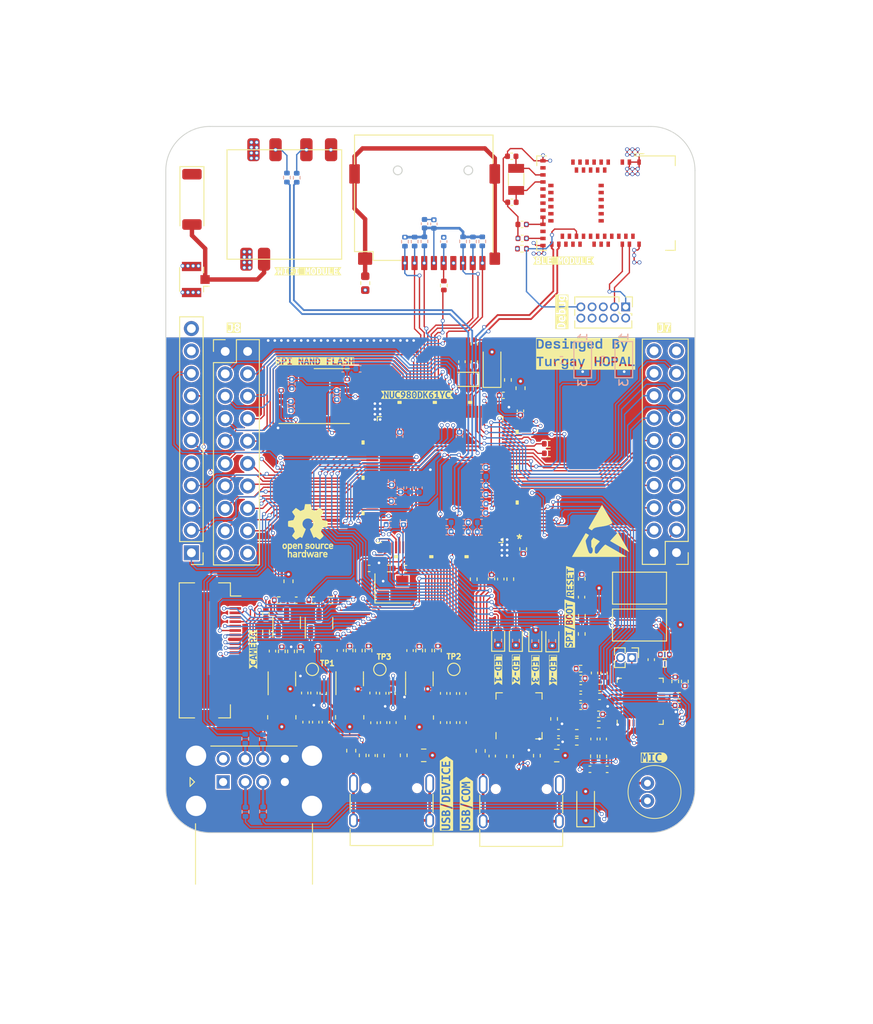
<source format=kicad_pcb>
(kicad_pcb (version 20240108) (generator "pcbnew") (generator_version "8.0")
  (layers (0 "F.Cu" signal) (1 "In1.Cu" power "GND") (2 "In2.Cu" power "Power") (31 "B.Cu" signal) (34 "B.Paste" user) (35 "F.Paste" user) (36 "B.SilkS" user "B.Silkscreen") (37 "F.SilkS" user "F.Silkscreen") (38 "B.Mask" user) (39 "F.Mask" user) (44 "Edge.Cuts" user))
  (net 0 "")
  (net 1 "Net-(AE1-A)")
  (net 2 "GND")
  (net 4 "/MPU/X32_IN")
  (net 5 "/MPU/X32_OUT")
  (net 6 "/MPU/XT_IN")
  (net 7 "+3V3")
  (net 8 "+1V2")
  (net 9 "/MPU/XT_OUT")
  (net 10 "Net-(U1C-AVDDADC)")
  (net 11 "Net-(U1C-AVSSADC)")
  (net 12 "Net-(Q1-B)")
  (net 13 "/MPU/nRESET")
  (net 14 "Net-(C16-Pad2)")
  (net 15 "+1V8")
  (net 16 "VBUS")
  (net 17 "/Voltage Supply/VIN")
  (net 18 "/Voltage Supply/VBST_3")
  (net 19 "/Voltage Supply/SW_3")
  (net 20 "/Voltage Supply/VBST_2")
  (net 21 "/Voltage Supply/SW_2")
  (net 22 "/Voltage Supply/VBST_1")
  (net 23 "/Voltage Supply/SW_1")
  (net 24 "Net-(U7-CLK)")
  (net 25 "/AUDIO/SDA_")
  (net 26 "/AUDIO/SCL_")
  (net 27 "/AUDIO/SPK_3V3")
  (net 28 "/AUDIO/LMICP")
  (net 29 "/AUDIO/LMICN")
  (net 30 "Net-(C28-Pad2)")
  (net 31 "/AUDIO/VREF")
  (net 32 "Net-(C72-Pad1)")
  (net 33 "/BLE Module/XL1")
  (net 34 "/BLE Module/XL2")
  (net 35 "Net-(D1-K)")
  (net 36 "Net-(D3-K)")
  (net 37 "/MPU/PF8")
  (net 38 "Net-(D4-K)")
  (net 39 "/MPU/PF9")
  (net 40 "Net-(D5-K)")
  (net 41 "/MPU/PD12")
  (net 42 "Net-(D6-K)")
  (net 43 "/MPU/PD13")
  (net 44 "/MPU/USB0_ID")
  (net 45 "Net-(J2-CC1)")
  (net 46 "/USB/USB_D+")
  (net 47 "/USB/USB_D-")
  (net 49 "Net-(J2-CC2)")
  (net 51 "Net-(J2-SHIELD)")
  (net 52 "/ILI9143 TFT LCD/PEN")
  (net 53 "/ILI9143 TFT LCD/CS2")
  (net 54 "/ILI9143 TFT LCD/CS1")
  (net 55 "/ILI9143 TFT LCD/MISO")
  (net 56 "/ILI9143 TFT LCD/DC")
  (net 57 "/ILI9143 TFT LCD/MOSI")
  (net 58 "/ILI9143 TFT LCD/CLK")
  (net 59 "/Deneyap Kamera/CAMD4")
  (net 60 "/Deneyap Kamera/CAMD3")
  (net 61 "/Deneyap Kamera/CAMD5")
  (net 62 "/Deneyap Kamera/CAMD2")
  (net 63 "/Deneyap Kamera/CAMD6")
  (net 64 "/Deneyap Kamera/CAMPC")
  (net 65 "/Deneyap Kamera/CAMD7")
  (net 66 "/Deneyap Kamera/CAMD8")
  (net 67 "/Deneyap Kamera/CAMXC")
  (net 68 "/Deneyap Kamera/CAMD9")
  (net 69 "/Deneyap Kamera/CAMH")
  (net 70 "/Deneyap Kamera/CAMV")
  (net 71 "/Deneyap Kamera/CAMSC")
  (net 72 "/Deneyap Kamera/CAMSD")
  (net 73 "Net-(J1-CC1)")
  (net 74 "/BLE Module/USB_D+")
  (net 75 "/BLE Module/USB_D-")
  (net 77 "Net-(J1-CC2)")
  (net 79 "Net-(J1-SHIELD)")
  (net 80 "/BLE Module/SWDIO")
  (net 81 "/BLE Module/SWDCLK")
  (net 84 "/BLE Module/NRESET")
  (net 85 "Net-(J6-D1-)")
  (net 86 "Net-(J6-D1+)")
  (net 87 "Net-(J6-D2-)")
  (net 88 "Net-(J6-D2+)")
  (net 89 "/Header1/3")
  (net 90 "/Header1/4")
  (net 91 "/Header1/5")
  (net 92 "/Header1/6")
  (net 93 "/Header1/7")
  (net 94 "/Header1/8")
  (net 95 "/Header1/9")
  (net 96 "/Header1/10")
  (net 97 "/Header1/11")
  (net 98 "/Header1/12")
  (net 99 "/Header1/13")
  (net 100 "/Header1/14")
  (net 101 "/Header1/15")
  (net 102 "/Header1/16")
  (net 103 "/Header1/17")
  (net 104 "/Header1/18")
  (net 105 "/Header2/3")
  (net 106 "/Header2/4")
  (net 107 "/Header2/5")
  (net 108 "/Header2/6")
  (net 109 "/Header2/7")
  (net 110 "/Header2/8")
  (net 111 "/Header2/9")
  (net 112 "/Header2/10")
  (net 113 "/Header2/11")
  (net 114 "/Header2/12")
  (net 115 "/Header2/13")
  (net 116 "/Header2/14")
  (net 117 "/Header2/15")
  (net 118 "/Header2/16")
  (net 119 "/Header2/17")
  (net 120 "/Header2/18")
  (net 121 "Net-(JP1-C)")
  (net 122 "Net-(JP2-C)")
  (net 123 "/MPU/nRST")
  (net 124 "Net-(L8-Pad1)")
  (net 125 "/AUDIO/RSPKOUT")
  (net 126 "/AUDIO/LSPKOUT")
  (net 127 "/MPU/USB_DETECT")
  (net 128 "Net-(Q2-C)")
  (net 129 "/MPU/USB0_REXT")
  (net 130 "/MPU/USB1_REXT")
  (net 131 "/MPU/PE11")
  (net 132 "Net-(U2-USB_DM)")
  (net 133 "Net-(U2-USB_DP)")
  (net 134 "/MPU/PG3")
  (net 135 "/MPU/PG5")
  (net 136 "/MPU/PG8")
  (net 137 "/MPU/PG0")
  (net 138 "/MPU/PG9")
  (net 139 "/MPU/PG1")
  (net 140 "Net-(R23-Pad2)")
  (net 141 "Net-(U3-~{RST})")
  (net 142 "Net-(U4-EN)")
  (net 143 "Net-(U5-EN)")
  (net 144 "Net-(U6-EN)")
  (net 145 "Net-(U4-VFB)")
  (net 146 "Net-(U5-VFB)")
  (net 147 "Net-(U6-VFB)")
  (net 148 "/MPU/PC6")
  (net 149 "/MPU/PC9")
  (net 150 "/MPU/PC12")
  (net 151 "/MPU/PC10")
  (net 152 "/MPU/PC8")
  (net 153 "/MPU/PC5")
  (net 154 "/MPU/PC7")
  (net 155 "/AUDIO/SDA")
  (net 156 "/AUDIO/SCL")
  (net 157 "Net-(U8-MICBIAS)")
  (net 158 "/MPU/PD6")
  (net 159 "/MPU/PD2")
  (net 160 "/MPU/PD7")
  (net 161 "/MPU/PB4")
  (net 162 "/MPU/PB6")
  (net 163 "/MPU/PF3")
  (net 164 "/MPU/PF2")
  (net 183 "/MPU/PF12")
  (net 184 "/MPU/PF11")
  (net 187 "/AUDIO/GPIO2")
  (net 191 "/AUDIO/I2S_LRCK")
  (net 192 "/AUDIO/I2S_BCLK")
  (net 193 "/AUDIO/I2S_DI")
  (net 194 "/AUDIO/I2S_DO")
  (net 195 "/AUDIO/I2S_MCLK")
  (net 203 "/MPU/PD5")
  (net 204 "/MPU/PD4")
  (net 205 "/MPU/PD3")
  (net 252 "Net-(C35-Pad2)")
  (net 253 "Net-(C70-Pad1)")
  (net 254 "Net-(C71-Pad1)")
  (net 257 "/MPU/USB0_D-")
  (net 258 "/MPU/USB0_D+")
  (net 259 "/MPU/USB1_D-")
  (net 260 "/MPU/USB1_D+")
  (footprint "Resistor_SMD:R_0402_1005Metric" (layer "F.Cu") (at 156.80715 100.29 90)
    (property "Reference" "R13" (hide yes))
    (property "Value" "12.1K")
  )
  (footprint "Resistor_SMD:R_0402_1005Metric" (layer "F.Cu") (at 147.18 99.07)
    (property "Reference" "R1" (hide yes))
    (property "Value" "1M")
  )
  (footprint "Inductor_SMD:L_Wuerth_MAPI-3020" (layer "F.Cu") (at 135.04715 115.93 -90)
    (property "Reference" "L5" (hide yes))
    (property "Value" "2.2uH")
  )
  (footprint "Capacitor_SMD:C_0402_1005Metric" (layer "F.Cu") (at 154.49715 113.23 90)
    (property "Reference" "C40" (hide yes))
    (property "Value" "10uF")
  )
  (footprint "kibuzzard-665B7EF0" (layer "F.Cu") (at 138 65.4)
    (property "Reference" "kibuzzard-665B7EF0" (hide yes))
    (property "Value" "G***" (hide yes))
  )
  (footprint "Footprints:L-KLS1-TF-003-H1.85-R" (layer "F.Cu") (at 154.99715 53.275 180)
    (property "Reference" "U7" (hide yes))
    (property "Value" "L-KLS1-TF-003")
    (fp_circle (center 6.8 -0.7) (end 7.3 -0.7) (stroke (width 0.12)) (fill none) (layer "Edge.Cuts"))
    (fp_circle (center -1.2 -0.7) (end -0.7 -0.7) (stroke (width 0.12)) (fill none) (layer "Edge.Cuts"))
  )
  (footprint "Capacitor_SMD:C_0402_1005Metric" (layer "F.Cu") (at 162.10715 81.22 -90)
    (property "Reference" "C13" (hide yes))
    (property "Value" "0.1uF")
  )
  (footprint "Symbol:ESD-Logo_6.6x6mm_SilkScreen" (layer "F.Cu") (at 171.2 94.8)
    (property "Reference" "REF**" (hide yes))
    (property "Value" "ESD-Logo_6.6x6mm_SilkScreen" (hide yes))
  )
  (footprint "kibuzzard-665B7FBD" (layer "F.Cu") (at 129.6 71.8)
    (property "Reference" "kibuzzard-665B7FBD" (hide yes))
    (property "Value" "G***" (hide yes))
  )
  (footprint "Resistor_SMD:R_0402_1005Metric" (layer "F.Cu") (at 179.65715 111.87 -90)
    (property "Reference" "R47" (hide yes))
    (property "Value" "33R")
  )
  (footprint "TestPoint:TestPoint_Pad_D1.0mm" (layer "F.Cu") (at 154.55715 110.5)
    (property "Reference" "TP2")
    (property "Value" "TestPoint")
  )
  (footprint "Resistor_SMD:R_0402_1005Metric" (layer "F.Cu") (at 138.62715 102.68)
    (property "Reference" "R21" (hide yes))
    (property "Value" "1K")
  )
  (footprint "kibuzzard-665B7DDA" (layer "F.Cu") (at 177.26 120.5)
    (property "Reference" "kibuzzard-665B7DDA" (hide yes))
    (property "Value" "G***" (hide yes))
  )
  (footprint "kibuzzard-665B7F32" (layer "F.Cu") (at 150.4 79.4)
    (property "Reference" "kibuzzard-665B7F32" (hide yes))
    (property "Value" "G***" (hide yes))
  )
  (footprint "Resistor_SMD:R_0402_1005Metric" (layer "F.Cu") (at 165.32 84.95)
    (property "Reference" "R16" (hide yes))
    (property "Value" "10K")
  )
  (footprint "Capacitor_SMD:C_0402_1005Metric" (layer "F.Cu") (at 160.17715 79.46 180)
    (property "Reference" "C12" (hide yes))
    (property "Value" "10uF")
  )
  (footprint "Resistor_SMD:R_0402_1005Metric" (layer "F.Cu") (at 169.05715 106.49 -90)
    (property "Reference" "R24" (hide yes))
    (property "Value" "10K")
  )
  (footprint "Capacitor_SMD:C_0402_1005Metric" (layer "F.Cu") (at 169.03715 102.32 -90)
    (property "Reference" "C15" (hide yes))
    (property "Value" "1uF")
  )
  (footprint "Resistor_SMD:R_0402_1005Metric" (layer "F.Cu") (at 160.68715 77.72 -90)
    (property "Reference" "R2" (hide yes))
    (property "Value" "0R")
  )
  (footprint "LED_SMD:LED_0603_1608Metric" (layer "F.Cu") (at 159.58 106.9575 90)
    (property "Reference" "D3" (hide yes))
    (property "Value" "LED")
  )
  (footprint "Capacitor_SMD:C_0402_1005Metric" (layer "F.Cu") (at 147.64715 116.53 -90)
    (property "Reference" "C57" (hide yes))
    (property "Value" "1uF")
  )
  (footprint "Resistor_SMD:R_0402_1005Metric" (layer "F.Cu") (at 153.42 67.02 -90)
    (property "Reference" "R37" (hide yes))
    (property "Value" "0R")
  )
  (footprint "LED_SMD:LED_0603_1608Metric" (layer "F.Cu") (at 161.59 106.9775 90)
    (property "Reference" "D4" (hide yes))
    (property "Value" "LED")
  )
  (footprint "Connector_PinHeader_2.54mm:PinHeader_2x10_P2.54mm_Vertical" (layer "F.Cu") (at 179.79715 97.28 180)
    (property "Reference" "J7" (hide yes))
    (property "Value" "Conn_02x10_Odd_Even")
  )
  (footprint "Capacitor_SMD:C_0402_1005Metric" (layer "F.Cu") (at 166.42215 118.715)
    (property "Reference" "C37" (hide yes))
    (property "Value" "0.1uF")
  )
  (footprint "Capacitor_SMD:C_0402_1005Metric" (layer "F.Cu") (at 137.79715 116.48 -90)
    (property "Reference" "C50" (hide yes))
    (property "Value" "0.1uF")
  )
  (footprint "Resistor_SMD:R_0402_1005Metric" (layer "F.Cu") (at 168.92715 110.42)
    (property "Reference" "R48" (hide yes))
    (property "Value" "0R")
  )
  (footprint "Resistor_SMD:R_0402_1005Metric" (layer "F.Cu") (at 152.75 108.37 90)
    (property "Reference" "R35" (hide yes))
    (property "Value" "5.76K")
  )
  (footprint "Connector_PinHeader_2.54mm:PinHeader_1x11_P2.54mm_Vertical" (layer "F.Cu") (at 124.79715 97.295 180)
    (property "Reference" "J3" (hide yes))
    (property "Value" "Conn_01x11_Pin")
  )
  (footprint "Capacitor_SMD:C_0402_1005Metric" (layer "F.Cu") (at 170.95715 115.59 180)
    (property "Reference" "C74" (hide yes))
    (property "Value" "100nF")
  )
  (footprint "Resistor_SMD:R_0402_1005Metric" (layer "F.Cu") (at 140.60715 102.68 180)
    (property "Reference" "R19" (hide yes))
    (property "Value" "10K")
  )
  (footprint "Resistor_SMD:R_0402_1005Metric" (layer "F.Cu") (at 146.27215 120.27 90)
    (property "Reference" "R7" (hide yes))
    (property "Value" "5.1K")
  )
  (footprint "Resistor_SMD:R_0402_1005Metric" (layer "F.Cu") (at 139.14 108.41 -90)
    (property "Reference" "R18" (hide yes))
    (property "Value" "10K")
  )
  (footprint "kibuzzard-665B7E6F" (layer "F.Cu") (at 159.59 110.55 -90)
    (property "Reference" "kibuzzard-665B7E6F" (hide yes))
    (property "Value" "G***" (hide yes))
  )
  (footprint "Resistor_SMD:R_0402_1005Metric" (layer "F.Cu") (at 165.92215 116.115 90)
    (property "Reference" "R27" (hide yes))
    (property "Value" "10K")
  )
  (footprint "Inductor_SMD:L_Wuerth_MAPI-3020" (layer "F.Cu") (at 150.64715 115.955 -90)
    (property "Reference" "L7" (hide yes))
    (property "Value" "2.2uH")
  )
  (footprint "Package_TO_SOT_SMD:SOT-23" (layer "F.Cu") (at 139.26715 105.2775 90)
    (property "Reference" "Q2" (hide yes))
    (property "Value" "MMBT3904")
  )
  (footprint "Capacitor_SMD:C_0402_1005Metric" (layer "F.Cu") (at 180.10715 114.59 180)
    (property "Reference" "C75" (hide yes))
    (property "Value" "100nF")
  )
  (footprint "Capacitor_SMD:C_0402_1005Metric" (layer "F.Cu") (at 171.58715 110.91 90)
    (property "Reference" "C68" (hide yes))
    (property "Value" "100nF")
  )
  (footprint "Capacitor_SMD:C_0402_1005Metric" (layer "F.Cu") (at 161.12 52.38 180)
    (property "Reference" "C80" (hide yes))
    (property "Value" "12pF")
  )
  (footprint "Capacitor_SMD:C_0402_1005Metric" (layer "F.Cu") (at 169.99 121.82 180)
    (property "Reference" "C71" (hide yes))
    (property "Value" "1uF")
  )
  (footprint "Capacitor_SMD:C_0402_1005Metric" (layer "F.Cu") (at 156.87715 75.65 90)
    (property "Reference" "C1" (hide yes))
    (property "Value" "15pF")
  )
  (footprint "Crystal:Crystal_SMD_2012-2Pin_2.0x1.2mm" (layer "F.Cu") (at 156.18715 77.65 180)
    (property "Reference" "Y1" (hide yes))
    (property "Value" "Crystal")
  )
  (footprint "Resistor_SMD:R_0402_1005Metric" (layer "F.Cu") (at 143.78 108.37 -90)
    (property "Reference" "R32" (hide yes))
    (property "Value" "10K")
  )
  (footprint "kibuzzard-665B7F01" (layer "F.Cu") (at 167 64.2)
    (property "Reference" "kibuzzard-665B7F01" (hide yes))
    (property "Value" "G***" (hide yes))
  )
  (footprint "Symbol:OSHW-Logo_5.7x6mm_SilkScreen" (layer "F.Cu") (at 138 94.8)
    (property "Reference" "REF**" (hide yes))
    (property "Value" "OSHW-Logo_5.7x6mm_SilkScreen" (hide yes))
  )
  (footprint "Package_DFN_QFN:QFN-28-1EP_5x5mm_P0.5mm_EP3.35x3.35mm" (layer "F.Cu") (at 161.94715 115.765 90)
    (property "Reference" "U3" (hide yes))
    (property "Value" "CP2102N-Axx-xQFN28")
  )
  (footprint "Resistor_SMD:R_0402_1005Metric" (layer "F.Cu") (at 162.28 62.85 180)
    (property "Reference" "R55" (hide yes))
    (property "Value" "10K")
  )
  (footprint "Package_TO_SOT_SMD:SOT-23-6" (layer "F.Cu") (at 142.74715 111.5675 90)
    (property "Reference" "U5" (hide yes))
    (property "Value" "TPS562200")
  )
  (footprint "kibuzzard-665B7F18" (layer "F.Cu") (at 138.8 75.6)
    (property "Reference" "kibuzzard-665B7F18" (hide yes))
    (property "Value" "G***" (hide yes))
  )
  (footprint "Capacitor_SMD:C_0402_1005Metric" (layer "F.Cu") (at 154.49715 116.53 -90)
    (property "Reference" "C52" (hide yes))
    (property "Value" "0.1uF")
  )
  (footprint "Resistor_SMD:R_0402_1005Metric" (layer "F.Cu") (at 144.88 108.37 90)
    (property "Reference" "R36" (hide yes))
    (property "Value" "13.7K")
  )
  (footprint "Capacitor_SMD:C_0402_1005Metric" (layer "F.Cu") (at 133.99 108.43 90)
    (property "Reference" "C47" (hide yes))
    (property "Value" "0.1uF")
  )
  (footprint "Capacitor_SMD:C_0402_1005Metric" (layer "F.Cu") (at 145.49715 116.55 -90)
    (property "Reference" "C51" (hide yes))
    (property "Value" "0.1uF")
  )
  (footprint "Connector_PinHeader_2.54mm:PinHeader_2x10_P2.54mm_Vertical" (layer "F.Cu") (at 128.63215 74.485)
    (property "Reference" "J8" (hide yes))
    (property "Value" "Conn_02x10_Odd_Even")
  )
  (footprint "Capacitor_SMD:C_0402_1005Metric" (layer "F.Cu") (at 145.39715 113.18 90)
    (property "Reference" "C45" (hide yes))
    (property "Value" "0.1uF")
  )
  (footprint "Resistor_SMD:R_0402_1005Metric" (layer "F.Cu") (at 133.26715 106.19 90)
    (property "Reference" "R3" (hide yes))
    (property "Value" "100K")
  )
  (footprint "Inductor_SMD:L_0603_1608Metric" (layer "F.Cu") (at 142.92215 119.71 90)
    (property "Reference" "L3" (hide yes))
    (property "Value" "220R")
  )
  (footprint "Diode_SMD:D_SOD-123" (layer "F.Cu") (at 158.88715 76.2 90)
    (property "Reference" "D1" (hide yes))
    (property "Value" "30V 200mA")
  )
  (footprint "Crystal:Crystal_SMD_3215-2Pin_3.2x1.5mm" (layer "F.Cu") (at 161.62 55 90)
    (property "Reference" "Y3" (hide yes))
    (property "Value" "32.768kHz")
  )
  (footprint "Diode_SMD:D_SOD-123" (layer "F.Cu") (at 169.49715 125.975 90)
    (property "Reference" "D2" (hide yes))
    (property "Value" "B240")
  )
  (footprint "Resistor_SMD:R_0402_1005Metric" (layer "F.Cu") (at 170.98715 116.74 180)
    (property "Reference" "R51" (hide yes))
    (property "Value" "680R")
  )
  (footprint "Inductor_SMD:L_Wuerth_MAPI-3020" (layer "F.Cu") (at 142.74715 115.93 -90)
    (property "Reference" "L6" (hide yes))
    (property "Value" "2.2uH")
  )
  (footprint "Capacitor_SMD:C_0402_1005Metric" (layer "F.Cu") (at 162.3 60.1)
    (property "Reference" "C83" (hide yes))
    (property "Value" "4.7uF")
  )
  (footprint "Resistor_SMD:R_0402_1005Metric" (layer "F.Cu") (at 171.49 120.36 -90)
    (property "Reference" "R49" (hide yes))
    (property "Value" "2.2K")
  )
  (footprint "Resistor_SMD:R_0402_1005Metric" (layer "F.Cu") (at 170.44 120.34 90)
    (property "Reference" "R50" (hide yes))
    (property "Value" "2.2K")
  )
  (footprint "Capacitor_SMD:C_0402_1005Metric" (layer "F.Cu") (at 153.39715 113.2175 90)
    (property "Reference" "C46" (hide yes))
    (property "Value" "0.1uF")
  )
  (footprint "Capacitor_SMD:C_0402_1005Metric" (layer "F.Cu") (at 149.59 108.37 90)
    (property "Reference" "C49" (hide yes))
    (property "Value" "0.1uF")
  )
  (footprint "Capacitor_SMD:C_0402_1005Metric" (layer "F.Cu") (at 168.93715 114.69 180)
    (property "Reference" "C63" (hide yes))
    (property "Value" "100nF")
  )
  (footprint "Footprints:NUC980DK61YC" (layer "F.Cu") (at 153 89 180)
    (property "Reference" "U1" (hide yes))
    (property "Value" "NUC980DK61YC" (hide yes))
  )
  (footprint "Capacitor_SMD:C_0402_1005Metric" (layer "F.Cu") (at 161.14 57.59 180)
    (property "Reference" "C81" (hide yes))
    (property "Value" "12pF")
  )
  (footprint "LED_SMD:LED_0603_1608Metric" (layer "F.Cu") (at 163.79 106.9975 90)
    (property "Reference" "D6" (hide yes))
    (property "Value" "LED")
  )
  (footprint "Capacitor_SMD:C_0402_1005Metric" (layer "F.Cu") (at 158.82715 100.26 90)
    (property "Reference" "C4" (hide yes))
    (property "Value" "10uF")
  )
  (footprint "Inductor_SMD:L_0603_1608Metric" (layer "F.Cu") (at 157.59715 119.74 90)
    (property "Reference" "L4" (hide yes))
    (property "Value" "220R")
  )
  (footprint "Resistor_SMD:R_0402_1005Metric" (layer "F.Cu") (at 168.49715 118.7)
    (property "Reference" "R9" (hide yes))
    (property "Value" "20K")
  )
  (footprint "Capacitor_SMD:C_0402_1005Metric" (layer "F.Cu") (at 147.54715 113.21 90)
    (property "Reference" "C39" (hide yes))
    (property "Value" "10uF")
  )
  (footprint "Capacitor_SMD:C_0402_1005Metric" (layer "F.Cu") (at 133.24715 104.18 -90)
    (property "Reference" "C14" (hide yes))
    (property "Value" "1uF")
  )
  (footprint "Inductor_SMD:L_0603_1608Metric" (layer "F.Cu") (at 162.11715 78.65 -90)
    (property "Reference" "L1" (hide yes))
    (property "Value" "220R")
  )
  (footprint "Capacitor_SMD:C_0402_1005Metric" (layer "F.Cu") (at 146.59715 116.53 -90)
    (property "Reference" "C54" (hide yes))
    (property "Value" "1uF")
  )
  (footprint "kibuzzard-665B7FB9" (layer "F.Cu") (at 178.4 71.8)
    (property "Reference" "kibuzzard-665B7FB9" (hide yes))
    (property "Value" "G***" (hide yes))
  )
  (footprint "Resistor_SMD:R_0402_1005Metric" (layer "F.Cu") (at 160.93 120.35 90)
    (property "Reference" "R25" (hide yes))
    (property "Value" "5.1K")
  )
  (footprint "kibuzzard-665C92C9" (layer "F.Cu") (at 169.5 74.75)
    (property "Reference" "kibuzzard-665C92C9" (hide yes))
    (property "Value" "G***" (hide yes))
  )
  (footprint "Resistor_SMD:R_0402_1005Metric" (layer "F.Cu") (at 137.17 108.45 90)
    (property "Reference" "R34" (hide yes))
    (property "Value" "33.2K")
  )
  (footprint "Connector_PinHeader_1.27mm:PinHeader_1x02_P1.27mm_Vertical" (layer "F.Cu") (at 174.73715 109.18 -90)
    (property "Reference" "LS1" (hide yes))
    (property "Value" "Speaker")
  )
  (footprint "Connector_USB:USB_C_Receptacle_HRO_TYPE-C-31-M-12" (layer "F.Cu") (at 147.49715 126.56)
    (property "Reference" "J1" (hide yes))
    (property "Value" "USB_C_Receptacle_USB2.0")
  )
  (footprint "TestPoint:TestPoint_Pad_D1.0mm" (layer "F.Cu") (at 138.50715 110.5)
    (property "Reference" "TP1")
    (property "Value" "TestPoint")
  )
  (footprint "Capacitor_SMD:C_0402_1005Metric" (layer "F.Cu") (at 171.94 121.83)
    (property "Reference" "C70" (hide yes))
    (property "Value" "1uF")
  )
  (footprint "Resistor_SMD:R_0402_1005Metric" (layer "F.Cu") (at 136.1 108.46 -90)
    (property "Reference" "R31" (hide yes))
    (property "Value" "10K")
  )
  (footprint "Resistor_SMD:R_0402_1005Metric" (layer "F.Cu") (at 135.05 108.46 90)
    (property "Reference" "R28" (hide yes))
    (property "Value" "10K")
  )
  (footprint "Resistor_SMD:R_0402_1005Metric" (layer "F.Cu") (at 162.41715 96.87 90)
    (property "Reference" "R12" (hide yes))
    (property "Value" "100K")
  )
  (footprint "Connector_USB:USB_A_CUI_UJ2-ADH-TH_Horizontal_Stacked" (layer "F.Cu") (at 128.397148 123.257685 90)
    (property "Reference" "J6" (hide yes))
    (property "Value" "USB_A_Stacked")
  )
  (footprint "kibuzzard-665B7EA2" (layer "F.Cu") (at 131.8 108.2 90)
    (property "Reference" "kibuzzard-665B7EA2" (hide yes))
    (property "Value" "G***" (hide yes))
  )
  (footprint "Capacitor_SMD:C_0402_1005Metric" (layer "F.Cu") (at 159.87715 100.27 90)
    (property "Reference" "C9" (hide yes))
    (property "Value" "0.1uF")
  )
  (footprint "kibuzzard-665B7E84" (layer "F.Cu") (at 161.6 110.55 -90)
    (property "Reference" "kibuzzard-665B7E84" (hide yes))
    (property "Value" "G***" (hide yes))
  )
  (footprint "TestPoint:TestPoint_Pad_D1.0mm" (layer "F.Cu") (at 146.16715 110.5)
    (property "Reference" "TP3")
    (property "Value" "TestPoint")
  )
  (footprint "RF_Antenna:Johanson_2450AT43F0100" (layer "F.Cu") (at 124.86 57.26 -90)
    (property "Reference" "AE2" (hide yes))
    (property "Value" "Antenna_Shield")
  )
  (footprint "kibuzzard-665B7DAC" (layer "F.Cu") (at 155.98 125.71 90)
    (property "Reference" "kibuzzard-665B7DAC" (hide yes))
    (property "Value" "G***" (hide yes))
  )
  (footprint "Inductor_SMD:L_0603_1608Metric" (layer "F.Cu") (at 135.80715 100.52 90)
    (property "Reference" "L2" (hide yes))
    (property "Value" "220R")
  )
  (footprint "Resistor_SMD:R_0402_1005Metric" (layer "F.Cu") (at 169.05715 100.25 -90)
    (property "Reference" "R4" (hide yes))
    (property "Value" "100K")
  )
  (footprint "RLT8188_WIFI_Modul:RLT8188_WIFI_MODUL" (layer "F.Cu") (at 133.93715 58.54)
    (property "Reference" "U2" (hide yes))
    (property "Value" "RLT8188_WIFI_MODUL")
  )
  (footprint "kibuzzard-665B7E24" (layer "F.Cu") (at 167.7 105.31 90)
    (property "Reference" "kibuzzard-665B7E24" (hide yes))
    (property "Value" "G***" (hide yes))
  )
  (footprint "Resistor_SMD:R_0402_1005Metric" (layer "F.Cu") (at 148.87 120.24 90)
    (property "Reference" "R8" (hide yes))
    (property "Value" "5.1K")
  )
  (footprint "Fuse:Fuse_0805_2012Metric" (layer "F.Cu") (at 151.14 120.24)
    (property "Reference" "F1" (hide yes))
    (property "Value" "6V/1.5A")
  )
  (footprint "Package_TO_SOT_SMD:SOT-23-6" (layer "F.Cu") (at 150.64715 111.58 90)
    (property "Reference" "U6" (hide yes))
    (property "Value" "TPS562200")
  )
  (footprint "Resistor_SMD:R_0402_1005Metric" (layer "F.Cu") (at 144.22215 120.25 -90)
    (property "Reference" "R6" (hide yes))
    (property "Value" "1K")
  )
  (footprint "Capacitor_SMD:C_0402_1005Metric" (layer "F.Cu") (at 156.87715 73.66 90)
    (property "Reference" "C7" (hide yes))
    (property "Value" "0.1uF")
  )
  (footprint "kibuzzard-665C90BB" (layer "F.Cu") (at 166.8 70 90)
    (property "Reference" "kibuzzard-665C90BB" (hide yes))
    (property "Value" "G***" (hide yes))
  )
  (footprint "Capacitor_SMD:C_0402_1005Metric" (layer "F.Cu") (at 180.13715 113.48)
    (property "Reference" "C67" (hide yes))
    (property "Value" "10uF")
  )
  (footprint "Capacitor_SMD:C_0402_1005Metric" (layer "F.Cu") (at 171.08715 112.54)
    (property "Reference" "C77" (hide yes))
    (property "Value" "100nF")
  )
  (footprint "Capacitor_SMD:C_0402_1005Metric" (layer "F.Cu") (at 155.57 113.23 90)
    (property "Reference" "C43" (hide yes))
    (property "Value" "10uF")
  )
  (footprint "Button_Switch_SMD:SW_SPST_FSMSM" (layer "F.Cu") (at 175.60715 105.48 180)
    (property "Reference" "SW2" (hide yes))
    (property "Value" "SW_Push")
  )
  (footprint "kibuzzard-665B7E87" (layer "F.Cu") (at 163.8 110.6 -90)
    (property "Reference" "kibuzzard-665B7E87" (hide yes))
    (property "Value" "G***" (hide yes))
  )
  (footprint "Capacitor_SMD:C_0402_1005Metric" (layer "F.Cu") (at 168.94715 111.52 180)
    (property "Reference" "C62" (hide yes))
    (property "Value" "100nF")
  )
  (footprint "Resistor_SMD:R_0402_1005Metric" (layer "F.Cu") (at 178.47715 109.88 180)
    (property "Reference" "R46" (hide yes))
    (property "Value" "33R")
  )
  (footprint "Capacitor_SMD:C_0402_1005Metric" (layer "F.Cu") (at 176.93715 109.4 90)
    (property "Reference" "C65" (hide yes))
    (property "Value" "10uF")
  )
  (footprint "Package_DFN_QFN:QFN-32-1EP_5x5mm_P0.5mm_EP3.6x3.6mm" (layer "F.Cu") (at 175.68715 114.12 90)
    (property "Reference" "U8" (hide yes))
    (property "Value" "NAU88C22")
  )
  (footprint "Capacitor_SMD:C_0402_1005Metric" (layer "F.Cu") (at 138.89715 116.48 -90)
    (property "Reference" "C53" (hide yes))
    (property "Value" "1uF")
  )
  (footprint "Crystal:Crystal_SMD_3225-4Pin_3.2x2.5mm" (layer "F.Cu") (at 147.61 101.33)
    (property "Reference" "Y2" (hide yes))
    (property "Value" "Crystal_GND24")
  )
  (footprint "Resistor_SMD:R_0402_1005Metric" (layer "F.Cu") (at 180.74715 111.87 -90)
    (property "Reference" "R45" (hide yes))
    (property "Value" "33R")
  )
  (footprint "Connector_Coaxial:U.FL_Hirose_U.FL-R-SMT-1_Vertical" (layer "F.Cu") (at 125.29715 66.34 180)
    (property "Reference" "AE1" (hide yes))
    (property "Value" "Antenna_Shield")
  )
  (footprint "Capacitor_SMD:C_0402_1005Metric" (layer "F.Cu") (at 168.94715 112.6 180)
    (property "Reference" "C66" (hide yes))
    (property "Value" "10uF")
  )
  (footprint "Capacitor_SMD:C_0402_1005Metric" (layer "F.Cu") (at 146.49715 113.21 90)
    (property "Reference" "C42" (hide yes))
    (property "Value" "10uF")
  )
  (footprint "Resistor_SMD:R_0402_1005Metric" (layer "F.Cu") (at 168.49715 117.7 180)
    (property "Reference" "R10" (hide yes))
    (property "Value" "39K")
  )
  (footprint "Package_TO_SOT_SMD:SOT-23-6" (layer "F.Cu") (at 135.05965 111.58 90)
    (property "Reference" "U4" (hide yes))
    (property "Value" "TPS562200")
  )
  (footprint "kibuzzard-665B7E8B" (layer "F.Cu") (at 165.8 110.6 -90)
    (property "Reference" "kibuzzard-665B7E8B" (hide yes))
    (property "Value" "G***" (hide yes))
  )
  (footprint "Connector_FFC-FPC:Hirose_FH12-24S-0.5SH_1x24-1MP_P0.50mm_Horizontal" (layer "F.Cu") (at 127.92215 108.35 -90)
    (property "Reference" "J4" (hide yes))
    (property "Value" "Conn_01x24")
  )
  (footprint "Capacitor_SMD:C_0402_1005Metric" (layer "F.Cu") (at 162.31 61.68)
    (property "Reference" "C82" (hide yes))
    (property "Value" "4.7uF")
  )
  (footprint "Capacitor_SMD:C_0402_1005Metric" (layer "F.Cu") (at 171.49715 118.39 90)
    (property "Reference" "C73" (hide yes))
    (property "Value" "100nF")
  )
  (footprint "Capacitor_SMD:C_0402_1005Metric" (layer "F.Cu") (at 166.42215 117.665 180)
    (property "Reference" "C36" (hide yes))
    (property "Value" "0.1uF")
  )
  (footprint "Capacitor_SMD:C_0402_1005Metric" (layer "F.Cu") (at 145.27215 120.26 -90)
    (property "Reference" "C28" (hide yes))
    (property "Value" "1uF")
  )
  (footprint "Resistor_SMD:R_0402_1005Metric" (layer "F.Cu") (at 150.63 108.38 90)
    (property "Reference" "R30" (hide yes))
    (property "Value" "10K")
  )
  (footprint "Resistor_SMD:R_0402_1005Metric" (layer "F.Cu") (at 134.70715 102.67 180)
    (property "Reference" "R5" (hide yes))
    (property "Value" "470R")
  )
  (footprint "Capacitor_SMD:C_0402_1005Metric" (layer "F.Cu") (at 138.69715 113.18 90)
    (property "Reference" "C41" (hide yes))
    (property "Value" "10uF")
  )
  (footprint "kibuzzard-665B7D91" (layer "F.Cu") (at 153.72 124.56 90)
    (property "Reference" "kibuzzard-665B7D91" (hide yes))
    (property "Value" "G***" (hide yes))
  )
  (footprint "Capacitor_SMD:C_0402_1005Metric" (layer "F.Cu") (at 141.69 108.36 90)
    (property "Reference" "C48" (hide yes))
    (property "Value" "0.1uF")
  )
  (footprint "Capacitor_SMD:C_0402_1005Metric" (layer "F.Cu") (at 155.59715 116.53 -90)
    (property "Reference" "C55" (hide yes))
    (property "Value" "1uF")
  )
  (footprint "Resistor_SMD:R_0402_1005Metric" (layer "F.Cu") (at 142.73 108.37 90)
    (property "Reference" "R29" (hide yes))
    (property "Value" "10K")
  )
  (footprint "LED_SMD:LED_0603_1608Metric" (layer "F.Cu") (at 165.72285 107.0275 90)
    (property "Reference" "D5" (hide yes))
    (property "Value" "LED")
  )
  (footprint "Capacitor_SMD:C_0402_1005Metric" (layer "F.Cu") (at 136.68715 102.67 180)
    (property "Reference" "C16" (hide yes))
    (property "Value" "1uF")
  )
  (footprint "kibuzzard-665B7E38" (layer "F.Cu") (at 167.74 100.66 90)
    (property "Reference" "kibuzzard-665B7E38" (hide yes))
    (property "Value" "G***" (hide yes))
  )
  (footprint "Capacitor_SMD:C_0402_1005Metric" (layer "F.Cu") (at 139.99715 116.48 -90)
    (property "Reference" "C56" (hide yes))
    (property "Value" "1uF")
  )
  (footprint "Capacitor_SMD:C_0402_1005Metric" (layer "F.Cu") (at 153.39715 116.53 -90)
    (property "Reference" "C58" (hide yes))
    (property "Value" "1uF")
  )
  (footprint "F35SQA001G:F35SQA001G" (layer "F.Cu") (at 138.67 83.12)
    (property "Reference" "U9" (hide yes))
    (property "Value" "~")
  )
  (footprint "Package_TO_SOT_SMD:SOT-23" (layer "F.Cu") (at 135.59715 105.2075 90)
    (property "Reference" "Q1" (hide yes))
    (property "Value" "MMBT3904")
  )
  (footprint "Connector_USB:USB_C_Receptacle_HRO_TYPE-C-31-M-12" (layer "F.Cu") (at 162.19715 126.66)
    (property "Reference" "J2" (hide yes))
    (property "Value" "USB_C_Receptacle_USB2.0")
  )
  (footprint "Capacitor_SMD:C_0402_1005Metric" (layer "F.Cu") (at 137.64715 113.18 90)
    (property "Reference" "C44" (hide yes))
    (property "Value" "0.1uF")
  )
  (footprint "Connector_PinHeader_1.27mm:PinHeader_2x05_P1.27mm_Vertical" (layer "F.Cu") (at 174.04 69.44 -90)
    (property "Reference" "J5" (hide yes))
    (property "Value" "NRF_Debug")
  )
  (footprint "Capacitor_SMD:C_0402_1005Metric" (layer "F.Cu") (at 170.44715 118.39 90)
    (property "Reference" "C72" (hide yes))
    (property "Value" "10uF")
  )
  (footprint "Resistor_SMD:R_0402_1005Metric" (layer "F.Cu") (at 169.06715 104.42 90)
    (property "Reference" "R23" (hide yes))
    (property "Value" "1K")
  )
  (footprint "Resistor_SMD:R_0402_1005Metric" (layer "F.Cu") (at 165.33 86.03)
    (property "Reference" "R17" (hide yes))
    (property "Value" "10K")
  )
  (footprint "Capacitor_SMD:C_0402_1005Metric" (layer "F.Cu") (at 170.50715 110.91 90)
    (property "Reference" "C69" (hide yes))
    (property "Value" "10uF")
  )
  (footprint "Resistor_SMD:R_0402_1005Metric" (layer "F.Cu") (at 151.7 108.36 -90)
    (property "Reference" "R33" (hide yes))
    (property "Value" "10K")
  )
  (footprint "RF_Module:Raytac_MDBT50Q" (layer "F.Cu") (at 171.81 57.69 -90)
    (property "Reference" "U10" (hide yes))
    (property "Value" "MDBT50Q-P1MV2")
  )
  (footprint "Resistor_SMD:R_0402_1005Metric" (layer "F.Cu") (at 163.97 120.28 90)
    (property "Reference" "R26" (hide yes))
    (property "Value" "5.1K")
  )
  (footprint "Capacitor_SMD:C_0402_1005Metric" (layer "F.Cu") (at 144.94 99.07 180)
    (property "Reference" "C3" (hide yes))
    (property "Value" "15pF")
  )
  (footprint "Resistor_SMD:R_0402_1005Metric" (layer "F.Cu") (at 160.95715 100.28 90)
    (property "Reference" "R11" (hide yes))
    (property "Value" "12.1K")
  )
  (footprint "Capacitor_SMD:C_0402_1005Metric" (layer "F.Cu") (at 149.11 99.08)
    (property "Reference" "C8" (hide yes))
    (property "Value" "15pF")
  )
  (footprint "Capacitor_SMD:C_0402_1005Metric" (layer "F.Cu") (at 158.91 120.32 90)
    (property "Reference" "C35" (hide yes))
    (property "Value" "1uF")
  )
  (footprint "Capacitor_SMD:C_0402_1005Metric" (layer "F.Cu") (at 171.07715 113.57)
    (property "Reference" "C76" (hide yes))
    (property "Value" "4.7uF")
  )
  (footprint "Button_Switch_SMD:SW_SPST_FSMSM" (layer "F.Cu") (at 175.60715 101.3 180)
    (property "Reference" "SW1" (hide yes))
    (property "Value" "SW_Push")
  )
  (footprint "Fuse:Fuse_0805_2012Metric" (layer "F.Cu") (at 166.22215 120.265)
    (property "Reference" "F2" (hide yes))
    (property "Value" "6V/1.5A")
  )
  (footprint "Capacitor_SMD:C_0402_1005Metric" (layer "F.Cu") (at 139.74715 113.2 90)
    (property "Reference" "C38" (hide yes))
    (property "Value" "10uF")
  )
  (footprint "Capacitor_SMD:C_0402_1005Metric" (layer "F.Cu") (at 168.93715 113.67 180)
    (property "Reference" "C64" (hide yes))
    (property "Value" "100nF")
  )
  (footprint "Inductor_SMD:L_0603_1608Metric" (layer "F.Cu") (at 144.51 66.75 -90)
    (property "Reference" "L8" (hide yes))
    (property "Value" "220R")
  )
  (footprint "Capacitor_SMD:C_0402_1005Metric" (layer "F.Cu") (at 155.47715 75.65 90)
    (property "Reference" "C2" (hide yes))
    (property "Value" "15pF")
  )
  (footprint "Resistor_SMD:R_0402_1005Metric" (layer "F.Cu") (at 178.47715 108.82 180)
    (property "Reference" "R44" (hide yes))
    (property "Value" "33R")
  )
  (footprint "L-KLS3-MM6027PP-443:L-KLS3-MM6027PP-443" (layer "F.Cu") (at 182.30715 124.39 90)
    (property "Reference" "U11" (hide yes))
    (property "Value" "~")
  )
  (footprint "Capacitor_SMD:C_0402_1005Metric" (layer "B.Cu") (at 155.70715 94.91)
    (property "Reference" "C10" (hide yes))
    (property "Value" "0.1uF")
  )
  (footprint "Capacitor_SMD:C_0402_1005Metric" (layer "B.Cu") (at 143.93 76.46 180)
    (property "Reference" "C78" (hide yes))
    (property "Value" "10uF")
  )
  (footprint "Capacitor_SMD:C_0402_1005Metric" (layer "B.Cu") (at 153.76715 93.86)
    (property "Reference" "C32" (hide yes))
    (property "Value" "0.1uF")
  )
  (footprint "Capacitor_SMD:C_0402_1005Metric" (layer "B.Cu") (at 155.70715 93.86)
    (property "Reference" "C5" (hide yes))
    (property "Value" "10uF")
  )
  (footprint "Capacitor_SMD:C_0402_1005Metric" (layer "B.Cu") (at 141.97 76.45)
    (property "Reference" "C79" (hide yes))
    (property "Value" "100nF")
  )
  (footprint "Capacitor_SMD:C_0402_1005Metric" (layer "B.Cu") (at 150.59715 89.94 90)
    (property "Reference" "C33" (hide yes))
    (property "Value" "10uF")
  )
  (footprint "Capacitor_SMD:C_0402_1005Metric" (layer "B.Cu") (at 147.48715 89.12 -90)
    (property "Reference" "C25" (hide yes))
    (property "Value" "0.1uF")
  )
  (footprint "Resistor_SMD:R_0402_1005Metric" (layer "B.Cu") (at 166.758186 75.45)
    (property "Reference" "R22" (hide yes))
    (property "Value" "10K")
  )
  (footprint "Resistor_SMD:R_0402_1005Metric" (layer "B.Cu") (at 136.74 54.81 -90)
    (property "Reference" "R14" (hide yes))
    (property "Value" "4.7R")
  )
  (footprint "Resistor_SMD:R_0402_1005Metric" (layer "B.Cu") (at 141.27 79.45 90)
    (property "Reference" "R54" (hide yes))
    (property "Value" "10K")
  )
  (footprint "Resistor_SMD:R_0402_1005Metric" (layer "B.Cu") (at 163.79 107.3 90)
    (property "Reference" "R60" (hide yes))
    (property "Value" "1K")
  )
  (footprint "Capacitor_SMD:C_0402_1005Metric" (layer "B.Cu") (at 157.68715 93.87 180)
    (property "Reference" "C6" (hide yes))
    (property "Value" "10uF")
  )
  (footprint "Resistor_SMD:R_0402_1005Metric" (layer "B.Cu") (at 151.22 62.02 90)
    (property "Reference" "R42" (hide yes))
    (property "Value" "10K")
  )
  (footprint "Capacitor_SMD:C_0402_1005Metric" (layer "B.Cu") (at 149.56715 89.93 90)
    (property "Reference" "C30" (hide yes))
    (property "Value" "0.1uF")
  )
  (footprint "Capacitor_SMD:C_0402_1005Metric" (layer "B.Cu") (at 147.93715 91.45)
    (property "Reference" "C27" (hide yes))
    (property "Value" "0.1uF")
  )
  (footprint "Capacitor_SMD:C_0402_1005Metric" (layer "B.Cu") (at 148.41715 84.12 -90)
    (property "Reference" "C24" (hide yes))
    (property "Value" "0.1uF")
  )
  (footprint "Resistor_SMD:R_0402_1005Metric" (layer "B.Cu") (at 161.59285 107.25 90)
    (property "Reference" "R62" (hide yes))
    (property "Value" "1K")
  )
  (footprint "Resistor_SMD:R_0402_1005Metric" (layer "B.Cu") (at 130.93 126.64 -90)
    (property "Reference" "R57" (hide yes))
    (property "Value" "5.1K")
  )
  (footprint "Resistor_SMD:R_0402_1005Metric" (layer "B.Cu") (at 165.7057 107.28 90)
    (property "Reference" "R63" (hide yes))
    (property "Value" "1K")
  )
  (footprint "Capacitor_SMD:C_0402_1005Metric" (layer "B.Cu") (at 147.36 94.1 180)
    (property "Reference" "C29" (hide yes))
    (property "Value" "0.1uF")
  )
  (footprint "Capacitor_SMD:C_0402_1005Metric" (layer "B.Cu") (at 157.71715 90.7 180)
    (property "Reference" "C20" (hide yes))
    (property "Value" "0.1uF")
  )
  (footprint "Capacitor_SMD:C_0402_1005Metric" (layer "B.Cu") (at 152.29 60.05 90)
    (property "Reference" "C61" (hide yes))
    (property "Value" "10uF")
  )
  (footprint "Capacitor_SMD:C_0402_1005Metric" (layer "B.Cu") (at 157.68715 94.93 180)
    (property "Reference" "C11" (hide yes))
    (property "Value" "0.1uF")
  )
  (footprint "Resistor_SMD:R_0402_1005Metric" (layer "B.Cu") (at 132.91 118.41 90)
    (property "Reference" "R58" (hide yes))
    (property "Value" "5.1K")
  )
  (footprint "Resistor_SMD:R_0402_1005Metric" (layer "B.Cu") (at 130.9 118.36 90)
    (property "Reference" "R59" (hide yes))
    (property "Value" "5.1K")
  )
  (footprint "Capacitor_SMD:C_0402_1005Metric" (layer "B.Cu") (at 151.23 60.02 90)
    (property "Reference" "C60" (hide yes))
    (property "Value" "0.1uF")
  )
  (footprint "Jumper:SolderJumper-3_P1.3mm_Open_Pad1.0x1.5mm_NumberLabels" (layer "B.Cu") (at 173.82715 75.42 -90)
    (property "Reference" "JP1" (hide yes))
    (property "Value" "SolderJumper_3_Open")
  )
  (footprint "Resistor_SMD:R_0402_1005Metric" (layer "B.Cu") (at 171.44715 75.43)
    (property "Reference" "R20" (hide yes))
    (property "Value" "10K")
  )
  (footprint "Resistor_SMD:R_0402_1005Metric" (layer "B.Cu") (at 149.01 62.05 90)
    (property "Reference" "R38" (hide yes))
    (property "Value" "10K")
  )
  (footprint "Resistor_SMD:R_0402_1005Metric" (layer "B.Cu") (at 157.78 62.02 90)
    (property "Reference" "R39" (hide yes))
    (property "Value" "10K")
  )
  (footprint "Capacitor_SMD:C_0402_1005Metric" (layer "B.Cu") (at 157.69715 92.79 180)
    (property "Reference" "C18" (hide yes))
    (property "Value" "0.1uF")
  )
  (footprint "Jumper:SolderJumper-3_P1.3mm_Open_Pad1.0x1.5mm_NumberLabels" (layer "B.Cu") (at 169.168186 75.45 -90)
    (property "Reference" "JP2" (hide yes))
    (property "Value" "SolderJumper_3_Open")
  )
  (footprint "Resistor_SMD:R_0402_1005Metric" (layer "B.Cu") (at 156.72 62.03 90)
    (property "Reference" "R41" (hide yes))
    (property "Value" "10K")
  )
  (footprint "Capacitor_SMD:C_0402_1005Metric" (layer "B.Cu") (at 157.70715 87.62 180)
    (property "Reference" "C21" (hide yes))
    (property "Value" "0.1uF")
  )
  (footprint "Resistor_SMD:R_0402_1005Metric" (layer "B.Cu") (at 150.11 62.04 90)
    (property "Reference" "R40" (hide yes))
    (property "Value" "10K")
  )
  (footprint "Resistor_SMD:R_0402_1005Metric" (layer "B.Cu") (at 159.59285 107.24 90)
    (property "Reference" "R61" (hide yes))
    (property "Value" "1K")
  )
  (footprint "Resistor_SMD:R_0402_1005Metric" (layer "B.Cu") (at 132.92 126.6 -90)
    (property "Reference" "R56" (hide yes))
    (property "Value" "5.1K")
  )
  (footprint "Capacitor_SMD:C_0402_1005Metric" (layer "B.Cu") (at 157.71715 89.66)
    (property "Reference" "C17" (hide yes))
    (property "Value" "0.1uF")
  )
  (footprint "Resistor_SMD:R_0402_1005Metric" (layer "B.Cu") (at 136.09 80.67 90)
    (property "Reference" "R52" (hide yes))
    (property "Value" "10K")
  )
  (footprint "Capacitor_SMD:C_0402_1005Metric" (layer "B.Cu") (at 157.71715 88.64)
    (property "Reference" "C19" (hide yes))
    (property "Value" "0.1uF")
  )
  (footprint "Capacitor_SMD:C_0402_1005Metric" (layer "B.Cu") (at 155.19715 84.11 90)
    (property "Reference" "C22" (hide yes))
    (property "Value" "0.1uF")
  )
  (footprint "Resistor_SMD:R_0402_1005Metric" (layer "B.Cu") (at 155.6 62.02 90)
    (property "Reference" "R43" (hide yes))
    (property "Value" "10K")
  )
  (footprint "Capacitor_SMD:C_0402_1005Metric" (layer "B.Cu") (at 157.71715 91.75 180)
    (property "Reference" "C23" (hide yes))
    (property "Value" "0.1uF")
  )
  (footprint "Resistor_SMD:R_0402_1005Metric" (layer "B.Cu") (at 135.63 54.79 -90)
    (property "Reference" "R15" (hide yes))
    (property "Value" "4.7R")
  )
  (footprint "Capacitor_SMD:C_0402_1005Metric" (layer "B.Cu") (at 148.84 93.65 90)
    (property "Reference" "C31" (hide yes))
    (property "Value" "0.1uF")
  )
  (footprint "Resistor_SMD:R_0402_1005Metric" (layer "B.Cu") (at 136.17 78.15 -90)
    (property "Reference" "R53" (hide yes))
    (property "Value" "10K")
  )
  (footprint "Capacitor_SMD:C_0402_1005Metric" (layer "B.Cu") (at 148.51715 89.93 90)
    (property "Reference" "C26" (hide yes))
    (property "Value" "0.1uF")
  )
  (footprint "Capacitor_SMD:C_0402_1005Metric" (layer "B.Cu") (at 153.76715 94.9)
    (property "Reference" "C34" (hide yes))
    (property "Value" "10uF")
  )
  (footprint "Capacitor_SMD:C_0402_1005Metric" (layer "B.Cu") (at 153.41 62.04 90)
    (property "Reference" "C59" (hide yes))
    (property "Value" "NC")
  )
  (gr_line (start 176.89715 129) (end 126.89715 129) (stroke (width 0.1)) (layer "Edge.Cuts"))
  (gr_line (start 126.89715 49) (end 176.89715 49) (stroke (width 0.1)) (layer "Edge.Cuts"))
  (gr_arc (start 126.89715 129) (mid 123.361616 127.535534) (end 121.89715 124) (stroke (width 0.1)) (layer "Edge.Cuts"))
  (gr_line (start 181.89715 54) (end 181.89715 124) (stroke (width 0.1)) (layer "Edge.Cuts"))
  (gr_line (start 121.89715 124) (end 121.89715 54) (stroke (width 0.1)) (layer "Edge.Cuts"))
  (gr_arc (start 121.89715 54) (mid 123.361616 50.464466) (end 126.89715 49) (stroke (width 0.1)) (layer "Edge.Cuts"))
  (gr_arc (start 176.89715 49) (mid 180.432684 50.464466) (end 181.89715 54) (stroke (width 0.1)) (layer "Edge.Cuts"))
  (gr_arc (start 181.89715 124) (mid 180.432684 127.535534) (end 176.89715 129) (stroke (width 0.1)) (layer "Edge.Cuts"))
  (segment (start 126.36265 66.3245) (end 126.36265 62.84265) (width 0.5) (layer "F.Cu") (net 1))
  (segment (start 133.03715 65.57285) (end 132.27 66.34) (width 0.5) (layer "F.Cu") (net 1))
  (segment (start 132.27 66.34) (end 126.34715 66.34) (width 0.5) (layer "F.Cu") (net 1))
  (segment (start 126.36265 62.84265) (end 124.86 61.34) (width 0.5) (layer "F.Cu") (net 1))
  (segment (start 124.86 61.34) (end 124.86 60.11) (width 0.5) (layer "F.Cu") (net 1))
  (segment (start 133.03715 64.04) (end 133.03715 65.57285) (width 0.5) (layer "F.Cu") (net 1))
  (segment (start 126.34715 66.34) (end 126.36265 66.3245) (width 0.5) (layer "F.Cu") (net 1))
  (segment (start 179.72774 115.314999) (end 179.579441 115.1667) (width 0.1524) (layer "F.Cu") (net 2))
  (segment (start 175 64.4) (end 175.6 64.4) (width 0.1524) (layer "F.Cu") (net 2))
  (segment (start 161.82 59.22) (end 161.82 60.1) (width 0.1524) (layer "F.Cu") (net 2))
  (segment (start 175.56 53.64) (end 175.4 53.8) (width 0.1524) (layer "F.Cu") (net 2))
  (segment (start 162.27 51.51) (end 160.96 51.51) (width 0.1524) (layer "F.Cu") (net 2))
  (segment (start 160.41 52.38) (end 160.16 52.63) (width 0.1524) (layer "F.Cu") (net 2))
  (segment (start 174.46 53.54) (end 174.2 53.8) (width 0.1524) (layer "F.Cu") (net 2))
  (segment (start 160.36 57.59) (end 160.66 57.59) (width 0.1524) (layer "F.Cu") (net 2))
  (segment (start 174.2 52.2) (end 174.2 51.6) (width 0.1524) (layer "F.Cu") (net 2))
  (segment (start 125 64.8) (end 124.4 64.8) (width 0.1524) (layer "F.Cu") (net 2))
  (segment (start 164.2 63.4) (end 163.6 63.4) (width 0.1524) (layer "F.Cu") (net 2))
  (segment (start 160.96 51.51) (end 160.64 51.83) (width 0.1524) (layer "F.Cu") (net 2))
  (segment (start 160.64 51.83) (end 160.64 52.38) (width 0.1524) (layer "F.Cu") (net 2))
  (segment (start 124.4 64.8) (end 124.6 64.85) (width 0.1524) (layer "F.Cu") (net 2))
  (segment (start 175.56 53.04) (end 175.56 52.36) (width 0.1524) (layer "F.Cu") (net 2))
  (segment (start 161.44715 116.265) (end 161.94715 115.765) (width 0.1524) (layer "F.Cu") (net 2))
  (segment (start 174.46 53.04) (end 174.46 53.54) (width 0.1524) (layer "F.Cu") (net 2))
  (segment (start 160.16 52.63) (end 160.16 57.39) (width 0.1524) (layer "F.Cu") (net 2))
  (segment (start 175.56 53.04) (end 175.56 53.64) (width 0.1524) (layer "F.Cu") (net 2))
  (segment (start 175 63) (end 175 63.6) (width 0.1524) (layer "F.Cu") (net 2))
  (segment (start 175 63.6) (end 175 64.4) (width 0.1524) (layer "F.Cu") (net 2))
  (segment (start 124.82215 71.87) (end 124.79715 71.895) (width 0.1524) (layer "F.Cu") (net 2))
  (segment (start 174.8 53.8) (end 174.8 54.4) (width 0.1524) (layer "F.Cu") (net 2))
  (segment (start 175.56 62.84) (end 175.4 63) (width 0.1524) (layer "F.Cu") (net 2))
  (segment (start 164.66 63.26) (end 164.8 63.4) (width 0.1524) (layer "F.Cu") (net 2))
  (segment (start 178.51811 114.37) (end 178.13715 114.37) (width 0.1524) (layer "F.Cu") (net 2))
  (segment (start 161.82 61.67) (end 161.83 61.68) (width 0.1524) (layer "F.Cu") (net 2))
  (segment (start 174.8 51.6) (end 175.4 51.6) (width 0.1524) (layer "F.Cu") (net 2))
  (segment (start 164.66 52.89) (end 163.65 52.89) (width 0.1524) (layer "F.Cu") (net 2))
  (segment (start 161.44715 118.215) (end 161.44715 116.265) (width 0.1524) (layer "F.Cu") (net 2))
  (segment (start 164.66 52.89) (end 165.46 52.89) (width 0.1524) (layer "F.Cu") (net 2))
  (segment (start 174.2 54.4) (end 174.8 54.4) (width 0.1524) (layer "F.Cu") (net 2))
  (segment (start 175.56 62.34) (end 175.56 62.84) (width 0.1524) (layer "F.Cu") (net 2))
  (segment (start 124.82215 64.865) (end 125 64.8) (width 0.1524) (layer "F.Cu") (net 2))
  (segment (start 174.8 52.2) (end 174.2 52.2) (width 0.1524) (layer "F.Cu") (net 2))
  (segment (start 179.579441 115.1667) (end 179.31481 115.1667) (width 0.1524) (layer "F.Cu") (net 2))
  (segment (start 175.4 54.4) (end 175.4 53.8) (width 0.1524) (layer "F.Cu") (net 2))
  (segment (start 164.66 62.49) (end 163.89 62.49) (width 0.1524) (layer "F.Cu") (net 2))
  (segment (start 174.2 51.6) (end 174.8 51.6) (width 0.1524) (layer "F.Cu") (net 2))
  (segment (start 164.66 62.49) (end 164.66 63.26) (width 0.1524) (layer "F.Cu") (net 2))
  (segment (start 179.31481 115.1667) (end 178.51811 114.37) (width 0.1524) (layer "F.Cu") (net 2))
  (segment (start 160.66 58.06) (end 161.82 59.22) (width 0.1524) (layer "F.Cu") (net 2))
  (segment (start 165.46 52.89) (end 165.475 52.875) (width 0.1524) (layer "F.Cu") (net 2))
  (segment (start 164.8 63.4) (end 164.2 63.4) (width 0.1524) (layer "F.Cu") (net 2))
  (segment (start 164.66 52.29) (end 164.675 52.275) (width 0.1524) (layer "F.Cu") (net 2))
  (segment (start 163.89 62.49) (end 163.6 62.2) (width 0.1524) (layer "F.Cu") (net 2))
  (segment (start 175.4 52.2) (end 174.8 52.2) (width 0.1524) (layer "F.Cu") (net 2))
  (segment (start 161.82 60.1) (end 161.82 61.67) (width 0.1524) (layer "F.Cu") (net 2))
  (segment (start 175.56 52.36) (end 175.4 52.2) (width 0.1524) (layer "F.Cu") (net 2))
  (segment (start 174.8 52.2) (end 174.8 51.6) (width 0.1524) (layer "F.Cu") (net 2))
  (segment (start 160.16 57.39) (end 160.36 57.59) (width 0.1524) (layer "F.Cu") (net 2))
  (segment (start 163.65 52.89) (end 162.27 51.51) (width 0.1524) (layer "F.Cu") (net 2))
  (segment (start 174.2 53.8) (end 174.2 54.4) (width 0.1524) (layer "F.Cu") (net 2))
  (segment (start 175.4 63) (end 175 63) (width 0.1524) (layer "F.Cu") (net 2))
  (segment (start 174.8 54.4) (end 175.4 54.4) (width 0.1524) (layer "F.Cu") (net 2))
  (segment (start 164.66 52.89) (end 164.66 52.29) (width 0.1524) (layer "F.Cu") (net 2))
  (segment (start 175.4 53.8) (end 174.8 53.8) (width 0.1524) (layer "F.Cu") (net 2))
  (segment (start 160.64 52.38) (end 160.41 52.38) (width 0.1524) (layer "F.Cu") (net 2))
  (segment (start 174.8 53.8) (end 174.2 53.8) (width 0.1524) (layer "F.Cu") (net 2))
  (segment (start 174.46 53.04) (end 175.56 53.04) (width 0.1524) (layer "F.Cu") (net 2))
  (segment (start 175.4 51.6) (end 175.4 52.2) (width 0.1524) (layer "F.Cu") (net 2))
  (segment (start 160.66 57.59) (end 160.66 58.06) (width 0.1524) (layer "F.Cu") (net 2))
  (via (at 174.8 53.8) (size 0.45) (drill 0.3) (layers "F.Cu" "B.Cu") (net 2))
  (via (at 139.5 73.25) (size 0.45) (drill 0.3) (layers "F.Cu" "B.Cu") (net 2))
  (via (at 131.6 51.375497) (size 0.45) (drill 0.3) (layers "F.Cu" "B.Cu") (net 2))
  (via (at 131.4 64.4) (size 0.45) (drill 0.3) (layers "F.Cu" "B.Cu") (net 2))
  (via (at 150 73.25) (size 0.45) (drill 0.3) (layers "F.Cu" "B.Cu") (net 2))
  (via (at 164.675 52.275) (size 0.45) (drill 0.3) (layers "F.Cu" "B.Cu") (net 2))
  (via (at 146.07 98.44) (size 0.45) (drill 0.3) (layers "F.Cu" "B.Cu") (net 2))
  (via (at 161.82 61.69) (size 0.45) (drill 0.3) (layers "F.Cu" "B.Cu") (net 2))
  (via (at 133.5 73.25) (size 0.45) (drill 0.3) (layers "F.Cu" "B.Cu") (net 2))
  (via (at 149.25 73.25) (size 0.45) (drill 0.3) (layers "F.Cu" "B.Cu") (net 2))
  (via (at 163.6 63.4) (size 0.45) (drill 0.3) (layers "F.Cu" "B.Cu") (net 2))
  (via (at 145.5 73.25) (size 0.45) (drill 0.3) (layers "F.Cu" "B.Cu") (net 2))
  (via (at 154.52 64.48) (size 0.45) (drill 0.3) (layers "F.Cu" "B.Cu") (net 2))
  (via (at 131.4 65) (size 0.45) (drill 0.3) (layers "F.Cu" "B.Cu") (net 2))
  (via (at 132.29 107.6) (size 0.45) (drill 0.3) (layers "F.Cu" "B.Cu") (net 2))
  (via (at 125 64.8) (size 0.45) (drill 0.3) (layers "F.Cu" "B.Cu") (net 2))
  (via (at 175.4 54.4) (size 0.45) (drill 0.3) (layers "F.Cu" "B.Cu") (net 2))
  (via (at 144.51 67.5375) (size 0.45) (drill 0.3) (layers "F.Cu" "B.Cu") (net 2))
  (via (at 130.8 65) (size 0.45) (drill 0.3) (layers "F.Cu" "B.Cu") (net 2))
  (via (at 174.8 51.6) (size 0.45) (drill 0.3) (layers "F.Cu" "B.Cu") (net 2))
  (via (at 175.6 64.4) (size 0.45) (drill 0.3) (layers "F.Cu" "B.Cu") (net 2))
  (via (at 147 73.25) (size 0.45) (drill 0.3) (layers "F.Cu" "B.Cu") (net 2))
  (via (at 151.892 87.884) (size 0.45) (drill 0.3) (layers "F.Cu" "B.Cu") (net 2))
  (via (at 123.8 64.8) (size 0.45) (drill 0.3) (layers "F.Cu" "B.Cu") (net 2))
  (via (at 141 73.25) (size 0.45) (drill 0.3) (layers "F.Cu" "B.Cu") (net 2))
  (via (at 160 97) (size 0.45) (drill 0.3) (layers "F.Cu" "B.Cu") (net 2))
  (via (at 163.06 119.65) (size 0.45) (drill 0.3) (layers "F.Cu" "B.Cu") (net 2))
  (via (at 125 67.8) (size 0.45) (drill 0.3) (layers "F.Cu" "B.Cu") (net 2))
  (via (at 164.27 118.38) (size 0.45) (drill 0.3) (layers "F.Cu" "B.Cu") (net 2))
  (via (at 144.75 73.25) (size 0.45) (drill 0.3) (layers "F.Cu" "B.Cu") (net 2))
  (via (at 137.25 73.25) (size 0.45) (drill 0.3) (layers "F.Cu" "B.Cu") (net 2))
  (via (at 174.2 51.6) (size 0.45) (drill 0.3) (layers "F.Cu" "B.Cu") (net 2))
  (via (at 135 73.25) (size 0.45) (drill 0.3) (layers "F.Cu" "B.Cu") (net 2))
  (via (at 132.2 52.6) (size 0.45) (drill 0.3) (layers "F.Cu" "B.Cu") (net 2))
  (via (at 136.11 107.95) (size 0.45) (drill 0.3) (layers "F.Cu" "B.Cu") (net 2))
  (via (at 146.54 100.51) (size 0.45) (drill 0.3) (layers "F.Cu" "B.Cu") (net 2))
  (via (at 124.4 67.8) (size 0.45) (drill 0.3) (layers "F.Cu" "B.Cu") (net 2))
  (via (at 135.75 73.25) (size 0.45) (drill 0.3) (layers "F.Cu" "B.Cu") (net 2))
  (via (at 166.89 118.71) (size 0.45) (drill 0.3) (layers "F.Cu" "B.Cu") (net 2))
  (via (at 146.25 73.25) (size 0.45) (drill 0.3) (layers "F.Cu" "B.Cu") (net 2))
  (via (at 131.4 63.8) (size 0.45) (drill 0.3) (layers "F.Cu" "B.Cu") (net 2))
  (via (at 130.8 63.8) (size 0.45) (drill 0.3) (layers "F.Cu" "B.Cu") (net 2))
  (via (at 145.6 81) (size 0.45) (drill 0.3) (layers "F.Cu" "B.Cu") (net 2))
  (via (at 145.6 82.2) (size 0.45) (drill 0.3) (layers "F.Cu" "B.Cu") (net 2))
  (via (at 146.77 114.69) (size 0.45) (drill 0.3) (layers "F.Cu" "B.Cu") (net 2))
  (via (at 130.8 64.4) (size 0.45) (drill 0.3) (layers "F.Cu" "B.Cu") (net 2))
  (via (at 160 95.8) (size 0.45) (drill 0.3) (layers "F.Cu" "B.Cu") (net 2))
  (via (at 175 63.6) (size 0.45) (drill 0.3) (layers "F.Cu" "B.Cu") (net 2))
  (via (at 175.4 52.2) (size 0.45) (drill 0.3) (layers "F.Cu" "B.Cu") (net 2))
  (via (at 179.72774 115.314999) (size 0.45) (drill 0.3) (layers "F.Cu" "B.Cu") (net 2))
  (via (at 146.2 81) (size 0.45) (drill 0.3) (layers "F.Cu" "B.Cu") (net 2))
  (via (at 138 73.25) (size 0.45) (drill 0.3) (layers "F.Cu" "B.Cu") (net 2))
  (via (at 166.82 116.67) (size 0.45) (drill 0.3) (layers "F.Cu" "B.Cu") (net 2))
  (via (at 164.8 63.4) (size 0.45) (drill 0.3) (layers "F.Cu" "B.Cu") (net 2))
  (via (at 160 97.6) (size 0.45) (drill 0.3) (layers "F.Cu" "B.Cu") (net 2))
  (via (at 131.4 63.2) (size 0.45) (drill 0.3) (layers "F.Cu" "B.Cu") (net 2))
  (via (at 160.6 97.6) (size 0.45) (drill 0.3) (layers "F.Cu" "B.Cu") (net 2))
  (via (at 160.8 80.8) (size 0.45) (drill 0.3) (layers "F.Cu" "B.Cu") (net 2))
  (via (at 136.5 73.25) (size 0.45) (drill 0.3) (layers "F.Cu" "B.Cu") (net 2))
  (via (at 144 73.25) (size 0.45) (drill 0.3) (layers "F.Cu" "B.Cu") (net 2))
  (via (at 130.8 63.2) (size 0.45) (drill 0.3) (layers "F.Cu" "B.Cu") (net 2))
  (via (at 137.16 111.252) (size 0.45) (drill 0.3) (layers "F.Cu" "B.Cu") (net 2))
  (via (at 148.5 73.25) (size 0.45) (drill 0.3) (layers "F.Cu" "B.Cu") (net 2))
  (via (at 173.17 111.52) (size 0.45) (drill 0.3) (layers "F.Cu" "B.Cu") (net 2))
  (via (at 123.8 67.8) (size 0.45) (drill 0.3) (layers "F.Cu" "B.Cu") (net 2))
  (via (at 160.6 97) (size 0.45) (drill 0.3) (layers "F.Cu" "B.Cu") (net 2))
  (via (at 146.2 82.2) (size 0.45) (drill 0.3) (layers "F.Cu" "B.Cu") (net 2))
  (via (at 173.13 116.76) (size 0.45) (drill 0.3) (layers "F.Cu" "B.Cu") (net 2))
  (via (at 152.29 59.6) (size 0.45) (drill 0.3) (layers "F.Cu" "B.Cu") (net 2))
  (via (at 125.6 67.8) (size 0.45) (drill 0.3) (layers "F.Cu" "B.Cu") (net 2))
  (via (at 160.6 95.8) (size 0.45) (drill 0.3) (layers "F.Cu" "B.Cu") (net 2))
  (via (at 134.25 73.25) (size 0.45) (drill 0.3) (layers "F.Cu" "B.Cu") (net 2))
  (via (at 165.475 52.875) (size 0.45) (drill 0.3) (layers "F.Cu" "B.Cu") (net 2))
  (via (at 145.6 81.6) (size 0.45) (drill 0.3) (layers "F.Cu" "B.Cu") (net 2))
  (via (at 153.41 61.58) (size 0.45) (drill 0.3) (layers "F.Cu" "B.Cu") (net 2))
  (via (at 174.8 52.2) (size 0.45) (drill 0.3) (layers "F.Cu" "B.Cu") (net 2))
  (via (at 134.62 83.15) (size 0.45) (drill 0.3) (layers "F.Cu" "B.Cu") (net 2))
  (via (at 175 63) (size 0.45) (drill 0.3) (layers "F.Cu" "B.Cu") (net 2))
  (via (at 131.6 52) (size 0.45) (drill 0.3) (layers "F.Cu" "B.Cu") (net 2))
  (via (at 125.6 64.8) (size 0.45) (drill 0.3) (layers "F.Cu" "B.Cu") (net 2))
  (via (at 174.2 53.8) (size 0.45) (drill 0.3) (layers "F.Cu" "B.Cu") (net 2))
  (via (at 175 64.4) (size 0.45) (drill 0.3) (layers "F.Cu" "B.Cu") (net 2))
  (via (at 160 96.4) (size 0.45) (drill 0.3) (layers "F.Cu" "B.Cu") (net 2))
  (via (at 142.5 73.25) (size 0.45) (drill 0.3) (layers "F.Cu" "B.Cu") (net 2))
  (via (at 138.684 114.554) (size 0.45) (drill 0.3) (layers "F.Cu" "B.Cu") (net 2))
  (via (at 132.2 52) (size 0.45) (drill 0.3) (layers "F.Cu" "B.Cu") (net 2))
  (via (at 174.2 52.2) (size 0.45) (drill 0.3) (layers "F.Cu" "B.Cu") (net 2))
  (via (at 140.25 73.25) (size 0.45) (drill 0.3) (layers "F.Cu" "B.Cu") (net 2))
  (via (at 143.25 73.25) (size 0.45) (drill 0.3) (layers "F.Cu" "B.Cu") (net 2))
  (via (at 175.4 51.6) (size 0.45) (drill 0.3) (layers "F.Cu" "B.Cu") (net 2))
  (via (at 146.2 80.4) (size 0.45) (drill 0.3) (layers "F.Cu" "B.Cu") (net 2))
  (via (at 172 114.69) (size 0.45) (drill 0.3) (layers "F.Cu" "B.Cu") (net 2))
  (via (at 160.6 96.4) (size 0.45) (drill 0.3) (layers "F.Cu" "B.Cu") (net 2))
  (via (at 174.2 54.4) (size 0.45) (drill 0.3) (layers "F.Cu" "B.Cu") (net 2))
  (via (at 146.2 81.6) (size 0.45) (drill 0.3) (layers "F.Cu" "B.Cu") (net 2))
  (via (at 145.6 80.4) (size 0.45) (drill 0.3) (layers "F.Cu" "B.Cu") (net 2))
  (via (at 164.2 63.4) (size 0.45) (drill 0.3) (layers "F.Cu" "B.Cu") (net 2))
  (via (at 132.2 50.8) (size 0.45) (drill 0.3) (layers "F.Cu" "B.Cu") (net 2))
  (via (at 124.4 64.8) (size 0.45) (drill 0.3) (layers "F.Cu" "B.Cu") (net 2))
  (via (at 148.96 113.64) (size 0.45) (drill 0.3) (layers "F.Cu" "B.Cu") (net 2))
  (via (at 174.8 54.4) (size 0.45) (drill 0.3) (layers "F.Cu" "B.Cu") (net 2))
  (via (at 131.6 52.6) (size 0.45) (drill 0.3) (layers "F.Cu" "B.Cu") (net 2))
  (via (at 175.4 53.8) (size 0.45) (drill 0.3) (layers "F.Cu" "B.Cu") (net 2))
  (via (at 131.6 50.8) (size 0.45) (drill 0.3) (layers "F.Cu" "B.Cu") (net 2))
  (via (at 147.75 73.25) (size 0.45) (drill 0.3) (layers "F.Cu" "B.Cu") (net 2))
  (via (at 138.75 73.25) (size 0.45) (drill 0.3) (layers "F.Cu" "B.Cu") (net 2))
  (via (at 163.6 62.2) (size 0.45) (drill 0.3) (layers "F.Cu" "B.Cu") (net 2))
  (via (at 141.75 73.25) (size 0.45) (drill 0.3) (layers "F.Cu" "B.Cu") (net 2))
  (via (at 132.2 51.4) (size 0.45) (drill 0.3) (layers "F.Cu" "B.Cu") (net 2))
  (segment (start 152.26 59.54) (end 152.29 59.57) (width 0.1524) (layer "B.Cu") (net 2))
  (segment (start 151.23 59.54) (end 152.26 59.54) (width 0.1524) (layer "B.Cu") (net 2))
  (segment (start 156.87715 76.13) (end 156.87715 77.64) (width 0.1524) (layer "F.Cu") (net 4))
  (segment (start 156.400001 79.399999) (end 156.88715 78.91285) (width 0.1524) (layer "F.Cu") (net 4))
  (segment (start 156.400001 81.32285) (end 156.400001 79.399999) (width 0.1524) (layer "F.Cu") (net 4))
  (segment (start 156.87715 77.64) (end 156.88715 77.65) (width 0.1524) (layer "F.Cu") (net 4))
  (segment (start 156.88715 78.91285) (end 156.88715 77.65) (width 0.1524) (layer "F.Cu") (net 4))
  (segment (start 155.48715 78.89715) (end 155.48715 77.65) (width 0.1524) (layer "F.Cu") (net 5))
  (segment (start 155.48715 77.65) (end 155.48715 76.14) (width 0.1524) (layer "F.Cu") (net 5))
  (segment (start 155.999999 79.409999) (end 155.48715 78.89715) (width 0.1524) (layer "F.Cu") (net 5))
  (segment (start 155.48715 76.14) (end 155.47715 76.13) (width 0.1524) (layer "F.Cu") (net 5))
  (segment (start 155.999999 81.32285) (end 155.999999 79.409999) (width 0.1524) (layer "F.Cu") (net 5))
  (segment (start 145.67 102.18) (end 145.42 101.93) (width 0.1524) (layer "F.Cu") (net 6))
  (segment (start 149.2 96.67715) (end 149.2 97.585066) (width 0.1524) (layer "F.Cu") (net 6))
  (segment (start 148.465066 98.32) (end 146.86 98.32) (width 0.1524) (layer "F.Cu") (net 6))
  (segment (start 146.67 98.51) (end 146.67 99.07) (width 0.1524) (layer "F.Cu") (net 6))
  (segment (start 145.42 101.93) (end 145.42 99.07) (width 0.1524) (layer "F.Cu") (net 6))
  (segment (start 146.51 102.18) (end 145.67 102.18) (width 0.1524) (layer "F.Cu") (net 6))
  (segment (start 146.86 98.32) (end 146.67 98.51) (width 0.1524) (layer "F.Cu") (net 6))
  (segment (start 149.2 97.585066) (end 148.465066 98.32) (width 0.1524) (layer "F.Cu") (net 6))
  (segment (start 145.42 99.07) (end 146.67 99.07) (width 0.1524) (layer "F.Cu") (net 6))
  (segment (start 148.400002 81.32285) (end 148.400002 83.622852) (width 0.1524) (layer "F.Cu") (net 7))
  (segment (start 178.87 113.87) (end 178.89 113.87) (width 0.1524) (layer "F.Cu") (net 7))
  (segment (start 178.13715 113.87) (end 178.87 113.87) (width 0.1524) (layer "F.Cu") (net 7))
  (segment (start 158.20715 87.6) (end 158.18715 87.62) (width 0.1524) (layer "F.Cu") (net 7))
  (segment (start 129.77215 109.1) (end 129.025369 109.1) (width 0.1524) (layer "F.Cu") (net 7))
  (segment (start 158.399999 96.67715) (end 158.399999 97.959999) (width 0.1524) (layer "F.Cu") (net 7))
  (segment (start 158.82715 98.38715) (end 158.82715 99.78) (width 0.1524) (layer "F.Cu") (net 7))
  (segment (start 140.63715 51.64) (end 140.62 51.64) (width 0.1524) (layer "F.Cu") (net 7))
  (segment (start 179.04 113.72) (end 179.04 114.04) (width 0.1524) (layer "F.Cu") (net 7))
  (segment (start 179.274934 114.59) (end 179.62715 114.59) (width 0.1524) (layer "F.Cu") (net 7))
  (segment (start 164.66 59.29) (end 164.66 60.09) (width 0.1524) (layer "F.Cu") (net 7))
  (segment (start 146.429999 90.799999) (end 147.08 91.45) (width 0.1524) (layer "F.Cu") (net 7))
  (segment (start 145.32285 90.799999) (end 146.429999 90.799999) (width 0.1524) (layer "F.Cu") (net 7))
  (segment (start 179.04 114.04) (end 179.04 114.355066) (width 0.1524) (layer "F.Cu") (net 7))
  (segment (start 158.98 92.79) (end 158.17715 92.79) (width 0.1524) (layer "F.Cu") (net 7))
  (segment (start 172.32 115.59) (end 171.43715 115.59) (width 0.1524) (layer "F.Cu") (net 7))
  (segment (start 180.19715 105.48) (end 180.21 105.48) (width 0.3) (layer "F.Cu") (net 7))
  (segment (start 141.11715 102.68) (end 141.11715 101.87285) (width 0.1524) (layer "F.Cu") (net 7))
  (segment (start 178.96 113.37) (end 179.04 113.45) (width 0.1524) (layer "F.Cu") (net 7))
  (segment (start 178.89 113.87) (end 179.04 113.72) (width 0.1524) (layer "F.Cu") (net 7))
  (segment (start 160.67715 87.6) (end 158.20715 87.6) (width 0.1524) (layer "F.Cu") (net 7))
  (segment (start 138.08 108.09) (end 138.08 110.07285) (width 0.3) (layer "F.Cu") (net 7))
  (segment (start 172.54 115.37) (end 172.32 115.59) (width 0.1524) (layer "F.Cu") (net 7))
  (segment (start 158.83715 99.79) (end 158.82715 99.78) (width 0.1524) (layer "F.Cu") (net 7))
  (segment (start 141.11715 101.87285) (end 141.13 101.86) (width 0.1524) (layer "F.Cu") (net 7))
  (segment (start 177.96715 108.82) (end 177.97 108.82) (width 0.1524) (layer "F.Cu") (net 7))
  (segment (start 147.08 91.45) (end 147.45715 91.45) (width 0.1524) (layer "F.Cu") (net 7))
  (segment (start 138.08 110.07285) (end 138.50715 110.5) (width 0.3) (layer "F.Cu") (net 7))
  (segment (start 158.399999 97.959999) (end 158.82715 98.38715) (width 0.1524) (layer "F.Cu") (net 7))
  (segment (start 156.18715 95.19715) (end 156.18715 94.91) (width 0.1524) (layer "F.Cu") (net 7))
  (segment (start 158.62 73.18) (end 158.88715 73.44715) (width 0.1524) (layer "F.Cu") (net 7))
  (segment (start 148.800001 94.089999) (end 148.84 94.05) (width 0.1524) (layer "F.Cu") (net 7))
  (segment (start 156.399998 95.409998) (end 156.18715 95.19715) (width 0.1524) (layer "F.Cu") (net 7))
  (segment (start 148.800001 96.67715) (end 148.800001 94.089999) (width 0.1524) (layer "F.Cu") (net 7))
  (segment (start 179.04 114.355066) (end 179.274934 114.59) (width 0.1524) (layer "F.Cu") (net 7))
  (segment (start 140.62 51.64) (end 140.61 51.65) (width 0.1524) (layer "F.Cu") (net 7))
  (segment (start 137.93 107.94) (end 138.08 108.09) (width 0.3) (layer "F.Cu") (net 7))
  (segment (start 148.400002 83.622852) (end 148.41715 83.64) (width 0.1524) (layer "F.Cu") (net 7))
  (segment (start 156.399998 96.67715) (end 156.399998 95.409998) (width 0.1524) (layer "F.Cu") (net 7))
  (segment (start 178.87 113.87) (end 179.04 114.04) (width 0.1524) (layer "F.Cu") (net 7))
  (segment (start 156.87715 73.18) (end 158.62 73.18) (width 0.1524) (layer "F.Cu") (net 7))
  (segment (start 160.67715 91.999999) (end 159.770001 91.999999) (width 0.1524) (layer "F.Cu") (net 7))
  (segment (start 179.04 113.45) (end 179.04 113.72) (width 0.1524) (layer "F.Cu") (net 7))
  (segment (start 158.88715 73.44715) (end 158.88715 74.55) (width 0.1524) (layer "F.Cu") (net 7))
  (segment (start 128.09 108.755369) (end 128.09 108.75) (width 0.1524) (layer "F.Cu") (net 7))
  (segment (start 159.87715 99.79) (end 158.84 99.8) (width 0.1524) (layer "F.Cu") (net 7))
  (segment (start 180.21 105.48) (end 180.24 105.45) (width 0.3) (layer "F.Cu") (net 7))
  (segment (start 169.41715 113.67) (end 169.41715 112.61) (width 0.1524) (layer "F.Cu") (net 7))
  (segment (start 137.17 107.94) (end 137.93 107.94) (width 0.3) (layer "F.Cu") (net 7))
  (segment (start 129.025369 109.1) (end 128.933669 109.1917) (width 0.1524) (layer "F.Cu") (net 7))
  (segment (start 164.66 60.09) (end 162.79 60.09) (width 0.1524) (layer "F.Cu") (net 7))
  (segment (start 178.13715 113.37) (end 178.96 113.37) (width 0.1524) (layer "F.Cu") (net 7))
  (segment (start 158.84 99.8) (end 158.83715 99.79) (width 0.1524) (layer "F.Cu") (net 7))
  (segment (start 169.41715 113.67) (end 169.41715 114.69) (width 0.1524) (layer "F.Cu") (net 7))
  (segment (start 159.770001 91.999999) (end 158.98 92.79) (width 0.1524) (layer "F.Cu") (net 7))
  (segment (start 169.42715 112.6) (end 169.42715 111.52) (width 0.1524) (layer "F.Cu") (net 7))
  (segment (start 173.23715 115.37) (end 172.54 115.37) (width 0.1524) (layer "F.Cu") (net 7))
  (segment (start 161.77 62.85) (end 161.76 62.85) (width 0.1524) (layer "F.Cu") (net 7))
  (segment (start 162.79 60.09) (end 162.78 60.1) (width 0.1524) (layer "F.Cu") (net 7))
  (segment (start 128.526331 109.1917) (end 128.09 108.755369) (width 0.1524) (layer "F.Cu") (net 7))
  (segment (start 128.933669 109.1917) (end 128.526331 109.1917) (width 0.1524) (layer "F.Cu") (net 7))
  (segment (start 169.41715 112.61) (end 169.42715 112.6) (width 0.1524) (layer "F.Cu") (net 7))
  (via (at 141.13 101.86) (size 0.45) (drill 0.3) (layers "F.Cu" "B.Cu") (net 7))
  (via (at 171.43715 115.59) (size 0.45) (drill 0.3) (layers "F.Cu" "B.Cu") (net 7))
  (via (at 169.42715 111.52) (size 0.45) (drill 0.3) (layers "F.Cu" "B.Cu") (net 7))
  (via (at 173.87 76.78) (size 0.45) (drill 0.3) (layers "F.Cu" "B.Cu") (net 7))
  (via (at 142.47 77.64) (size 0.45) (drill 0.3) (layers "F.Cu" "B.Cu") (net 7))
  (via (at 169.07 99.75) (size 0.45) (drill 0.3) (layers "F.Cu" "B.Cu") (net 7))
  (via (at 177.97 108.82) (size 0.45) (drill 0.3) (layers "F.Cu" "B.Cu") (net 7))
  (via (at 158.84 99.8) (size 0.45) (drill 0.3) (layers "F.Cu" "B.Cu") (net 7))
  (via (at 156.18715 93.86) (size 0.45) (drill 0.3) (layers "F.Cu" "B.Cu") (net 7))
  (via (at 136.18 78.71) (size 0.45) (drill 0.3) (layers "F.Cu" "B.Cu") (net 7))
  (via (at 149.01 61.54) (size 0.45) (drill 0.3) (layers "F.Cu" "B.Cu") (net 7))
  (via (at 137.17 107.94) (size 0.45) (drill 0.3) (layers "F.Cu" "B.Cu") (net 7))
  (via (at 148.41715 83.64) (size 0.45) (drill 0.3) (layers "F.Cu" "B.Cu") (net 7))
  (via (at 180.24 105.45) (size 0.45) (drill 0.3) (layers "F.Cu" "B.Cu") (net 7))
  (via (at 140.61 51.65) (size 0.45) (drill 0.3) (layers "F.Cu" "B.Cu") (net 7))
  (via (at 162.11715 77.8625) (size 0.45) (drill 0.3) (layers "F.Cu" "B.Cu") (net 7))
  (via (at 168.41715 110.42) (size 0.45) (drill 0.3) (layers "F.Cu" "B.Cu") (net 7))
  (via (at 162.78 60.1) (size 0.45) (drill 0.3) (layers "F.Cu" "B.Cu") (net 7))
  (via (at 128.09 108.75) (size 0.45) (drill 0.3) (layers "F.Cu" "B.Cu") (net 7))
  (via (at 158.88715 74.55) (size 0.45) (drill 0.3) (layers "F.Cu" "B.Cu") (net 7))
  (via (at 141.29 79.95) (size 0.45) (drill 0.3) (layers "F.Cu" "B.Cu") (net 7))
  (via (at 169.16 76.78) (size 0.45) (drill 0.3) (layers "F.Cu" "B.Cu") (net 7))
  (via (at 158.17715 92.79) (size 0.45) (drill 0.3) (layers "F.Cu" "B.Cu") (net 7))
  (via (at 180.74715 112.38) (size 0.45) (drill 0.3) (layers "F.Cu" "B.Cu") (net 7))
  (via (at 169.41715 114.69) (size 0.45) (drill 0.3) (layers "F.Cu" "B.Cu") (net 7))
  (via (at 135.04715 117.005) (size 0.45) (drill 0.3) (layers "F.Cu" "B.Cu") (net 7))
  (via (at 136.0912 81.192427) (size 0.45) (drill 0.3) (layers "F.Cu" "B.Cu") (net 7))
  (via (at 152.29715 64.475) (size 0.45) (drill 0.3) (layers "F.Cu" "B.Cu") (net 7))
  (via (at 161.76 62.85) (size 0.45) (drill 0.3) (layers "F.Cu" "B.Cu") (net 7))
  (via (at 147.45715 91.45) (size 0.45) (drill 0.3) (layers "F.Cu" "B.Cu") (net 7))
  (via (at 158.18715 87.62) (size 0.45) (drill 0.3) (layers "F.Cu" "B.Cu") (net 7))
  (via (at 162.44 97.4) (size 0.45) (drill 0.3) (layers "F.Cu" "B.Cu") (net 7))
  (via (at 148.84 94.12) (size 0.45) (drill 0.3) (layers "F.Cu" "B.Cu") (net 7))
  (via (at 156.18715 94.91) (size 0.45) (drill 0.3) (layers "F.Cu" "B.Cu") (net 7))
  (via (at 179.62715 114.59) (size 0.45) (drill 0.3) (layers "F.Cu" "B.Cu") (net 7))
  (segment (start 156.73 61.51) (end 156.72 61.52) (width 0.3) (layer "B.Cu") (net 7))
  (segment (start 151.23 60.5) (end 152.26 60.5) (width 0.3) (layer "B.Cu") (net 7))
  (segment (start 141.28 79.96) (end 141.29 79.95) (width 0.1524) (layer "B.Cu") (net 7))
  (segment (start 149.01 61.54) (end 150.1 61.54) (width 0.3) (layer "B.Cu") (net 7))
  (segment (start 136.17 78.7) (end 136.18 78.71) (width 0.1524) (layer "B.Cu") (net 7))
  (segment (start 155.6 61.51) (end 155.6 60.94) (width 0.3) (layer "B.Cu") (net 7))
  (segment (start 142.45 76.45) (end 143.44 76.45) (width 0.1524) (layer "B.Cu") (net 7))
  (segment (start 150.1 61.54) (end 150.11 61.53) (width 0.3) (layer "B.Cu") (net 7))
  (segment (start 152.29 60.53) (end 152.29 64.46785) (width 0.1524) (layer "B.Cu") (net 7))
  (segment (start 136.09 81.191227) (end 136.0912 81.192427) (width 0.1524) (layer "B.Cu") (net 7))
  (segment (start 142.45 77.62) (end 142.47 77.64) (width 0.1524) (layer "B.Cu") (net 7))
  (segment (start 151.23 61.5) (end 151.22 61.51) (width 0.3) (layer "B.Cu") (net 7))
  (segment (start 156.72 61.52) (end 155.61 61.52) (width 0.3) (layer "B.Cu") (net 7))
  (segment (start 157.78 61.51) (end 156.73 61.51) (width 0.3) (layer "B.Cu") (net 7))
  (segment (start 143.44 76.45) (end 143.45 76.46) (width 0.1524) (layer "B.Cu") (net 7))
  (segment (start 155.6 60.94) (end 155.19 60.53) (width 0.3) (layer "B.Cu") (net 7))
  (segment (start 151.2 61.53) (end 151.22 61.51) (width 0.3) (layer "B.Cu") (net 7))
  (segment (start 141.27 79.96) (end 141.28 79.96) (width 0.1524) (layer "B.Cu") (net 7))
  (segment (start 155.19 60.53) (end 152.29 60.53) (width 0.3) (layer "B.Cu") (net 7))
  (segment (start 156.18715 93.86) (end 156.18715 94.91) (width 0.1524) (layer "B.Cu") (net 7))
  (segment (start 152.29 64.46785) (end 152.29715 64.475) (width 0.1524) (layer "B.Cu") (net 7))
  (segment (start 155.61 61.52) (end 155.6 61.51) (width 0.3) (layer "B.Cu") (net 7))
  (segment (start 150.11 61.53) (end 151.2 61.53) (width 0.3) (layer "B.Cu") (net 7))
  (segment (start 152.26 60.5) (end 152.29 60.53) (width 0.3) (layer "B.Cu") (net 7))
  (segment (start 136.17 78.66) (end 136.17 78.7) (width 0.1524) (layer "B.Cu") (net 7))
  (segment (start 142.45 76.45) (end 142.45 77.62) (width 0.1524) (layer "B.Cu") (net 7))
  (segment (start 151.23 60.5) (end 151.23 61.5) (width 0.3) (layer "B.Cu") (net 7))
  (segment (start 136.09 81.18) (end 136.09 81.191227) (width 0.1524) (layer "B.Cu") (net 7))
  (segment (start 155.200001 83.627149) (end 155.19715 83.63) (width 0.1524) (layer "F.Cu") (net 8))
  (segment (start 159.475995 91.6) (end 158.843841 92.232154) (width 0.1524) (layer "F.Cu") (net 8))
  (segment (start 145.32285 89.599999) (end 147.48715 89.6) (width 0.1524) (layer "F.Cu") (net 8))
  (segment (start 158.55 89.66) (end 158.19715 89.66) (width 0.1524) (layer "F.Cu") (net 8))
  (segment (start 145.32285 94.399999) (end 146.580001 94.399999) (width 0.1524) (layer "F.Cu") (net 8))
  (segment (start 160.67715 91.6) (end 159.475995 91.6) (width 0.1524) (layer "F.Cu") (net 8))
  (segment (start 160.67715 90.4) (end 159.29 90.4) (width 0.1524) (layer "F.Cu") (net 8))
  (segment (start 154.349999 94.9) (end 154.24715 94.9) (width 0.1524) (layer "F.Cu") (net 8))
  (segment (start 155.200001 95.750002) (end 154.349999 94.9) (width 0.1524) (layer "F.Cu") (net 8))
  (segment (start 157.199999 94.937151) (end 157.20715 94.93) (width 0.1524) (layer "F.Cu") (net 8))
  (segment (start 153.83 107.86) (end 154.55715 108.58715) (width 0.3) (layer "F.Cu") (net 8))
  (segment (start 155.200001 81.32285) (end 155.200001 83.627149) (width 0.1524) (layer "F.Cu") (net 8))
  (segment (start 159.29 90.4) (end 158.55 89.66) (width 0.1524) (layer "F.Cu") (net 8))
  (segment (start 157.199999 96.67715) (end 157.199999 94.937151) (width 0.1524) (layer "F.Cu") (net 8))
  (segment (start 133.24715 103.7) (end 133.24715 102.47285) (width 0.1524) (layer "F.Cu") (net 8))
  (segment (start 154.55715 108.58715) (end 154.55715 110.5) (width 0.3) (layer "F.Cu") (net 8))
  (segment (start 155.200001 96.67715) (end 155.200001 95.750002) (width 0.1524) (layer "F.Cu") (net 8))
  (segment (start 152.75 107.86) (end 153.83 107.86) (width 0.3) (layer "F.Cu") (net 8))
  (segment (start 146.580001 94.399999) (end 146.88 94.1) (width 0.1524) (layer "F.Cu") (net 8))
  (segment (start 133.24715 102.47285) (end 133.29 102.43) (width 0.1524) (layer "F.Cu") (net 8))
  (via (at 147.67 111.22) (size 0.45) (drill 0.3) (layers "F.Cu" "B.Cu") (net 8))
  (via (at 155.19715 83.63) (size 0.45) (drill 0.3) (layers "F.Cu" "B.Cu") (net 8))
  (via (at 147.48715 89.6) (size 0.45) (drill 0.3) (layers "F.Cu" "B.Cu") (net 8))
  (via (at 152.75 107.86) (size 0.45) (drill 0.3) (layers "F.Cu" "B.Cu") (net 8))
  (via (at 147.66 114.84) (size 0.45) (drill 0.3) (layers "F.Cu" "B.Cu") (net 8))
  (via (at 158.19715 89.66) (size 0.45) (drill 0.3) (layers "F.Cu" "B.Cu") (net 8))
  (via (at 146.88 94.15) (size 0.45) (drill 0.3) (layers "F.Cu" "B.Cu") (net 8))
  (via (at 158.19715 89.66) (size 0.45) (drill 0.3) (layers "F.Cu" "B.Cu") (net 8))
  (via (at 157.20715 94.93) (size 0.45) (drill 0.3) (layers "F.Cu" "B.Cu") (net 8))
  (via (at 154.24715 94.9) (size 0.45) (drill 0.3) (layers "F.Cu" "B.Cu") (net 8))
  (via (at 158.843841 92.232154) (size 0.45) (drill 0.3) (layers "F.Cu" "B.Cu") (net 8))
  (via (at 133.29 102.43) (size 0.45) (drill 0.3) (layers "F.Cu" "B.Cu") (net 8))
  (via (at 150.64715 117.03) (size 0.45) (drill 0.3) (layers "F.Cu" "B.Cu") (net 8))
  (segment (start 157.20715 93.87) (end 157.20715 94.93) (width 0.1524) (layer "B.Cu") (net 8))
  (segment (start 158.19715 88.64) (end 158.19715 89.66) (width 0.1524) (layer "B.Cu") (net 8))
  (segment (start 147.67 111.22) (end 147.67 114.83) (width 0.3) (layer "B.Cu") (net 8))
  (segment (start 147.67 114.83) (end 147.66 114.84) (width 0.3) (layer "B.Cu") (net 8))
  (segment (start 154.24715 93.86) (end 154.24715 94.9) (width 0.1524) (layer "B.Cu") (net 8))
  (segment (start 158.843841 90.306691) (end 158.19715 89.66) (width 0.1524) (layer "B.Cu") (net 8))
  (segment (start 158.843841 92.232154) (end 158.843841 90.306691) (width 0.1524) (layer "B.Cu") (net 8))
  (segment (start 148.71 99.16) (end 148.63 99.08) (width 0.1524) (layer "F.Cu") (net 9))
  (segment (start 149.599999 97.670001) (end 148.63 98.64) (width 0.1524) (layer "F.Cu") (net 9))
  (segment (start 148.62 99.07) (end 148.63 99.08) (width 0.1524) (layer "F.Cu") (net 9))
  (segment (start 148.71 100.48) (end 148.71 99.16) (width 0.1524) (layer "F.Cu") (net 9))
  (segment (start 148.63 98.64) (end 148.63 99.08) (width 0.1524) (layer "F.Cu") (net 9))
  (segment (start 149.599999 96.67715) (end 149.599999 97.670001) (width 0.1524) (layer "F.Cu") (net 9))
  (segment (start 147.69 99.07) (end 148.62 99.07) (width 0.1524) (layer "F.Cu") (net 9))
  (segment (start 160.65715 79.46) (end 162.09465 79.46) (width 0.1524) (layer "F.Cu") (net 10))
  (segment (start 162.09465 79.46) (end 162.11715 79.4375) (width 0.1524) (layer "F.Cu") (net 10))
  (segment (start 159.2 81.32285) (end 159.2 80.46) (width 0.1524) (layer "F.Cu") (net 10))
  (segment (start 162.10715 79.4475) (end 162.11715 79.4375) (width 0.1524) (layer "F.Cu") (net 10))
  (segment (start 160.65715 79.95285) (end 160.65715 79.46) (width 0.1524) (layer "F.Cu") (net 10))
  (segment (start 160.45 80.16) (end 160.65715 79.95285) (width 0.1524) (layer "F.Cu") (net 10))
  (segment (start 159.2 80.46) (end 159.5 80.16) (width 0.1524) (layer "F.Cu") (net 10))
  (segment (start 159.5 80.16) (end 160.45 80.16) (width 0.1524) (layer "F.Cu") (net 10))
  (segment (start 160.68715 79.43) (end 160.65715 79.46) (width 0.1524) (layer "F.Cu") (net 10))
  (segment (start 162.10715 80.74) (end 162.10715 79.4475) (width 0.1524) (layer "F.Cu") (net 10))
  (segment (start 161.84 82.8) (end 160.67715 82.8) (width 0.1524) (layer "F.Cu") (net 11))
  (segment (start 159.69715 79.46) (end 159.69715 79.07285) (width 0.1524) (layer "F.Cu") (net 11))
  (segment (start 160.59 78.85) (end 160.68715 78.75285) (width 0.1524) (layer "F.Cu") (net 11))
  (segment (start 159.69715 79.07285) (end 159.92 78.85) (width 0.1524) (layer "F.Cu") (net 11))
  (segment (start 162.10715 82.53285) (end 161.84 82.8) (width 0.1524) (layer "F.Cu") (net 11))
  (segment (start 160.68715 78.75285) (end 160.68715 78.23) (width 0.1524) (layer "F.Cu") (net 11))
  (segment (start 162.10715 81.7) (end 162.10715 82.53285) (width 0.1524) (layer "F.Cu") (net 11))
  (segment (start 159.92 78.85) (end 160.59 78.85) (width 0.1524) (layer "F.Cu") (net 11))
  (via (at 159.69715 79.46) (size 0.45) (drill 0.3) (layers "F.Cu" "B.Cu") (net 11))
  (via (at 162.10715 81.7) (size 0.45) (drill 0.3) (layers "F.Cu" "B.Cu") (net 11))
  (segment (start 162.10715 81.7) (end 160.24 81.7) (width 0.1524) (layer "B.Cu") (net 11))
  (segment (start 159.69715 81.15715) (end 159.69715 79.46) (width 0.1524) (layer "B.Cu") (net 11))
  (segment (start 160.24 81.7) (end 159.69715 81.15715) (width 0.1524) (layer "B.Cu") (net 11))
  (segment (start 134.13 104.66) (end 134.64715 105.17715) (width 0.1524) (layer "F.Cu") (net 12))
  (segment (start 133.24715 104.66) (end 134.13 104.66) (width 0.1524) (layer "F.Cu") (net 12))
  (segment (start 134.235 106.145) (end 134.64715 106.145) (width 0.1524) (layer "F.Cu") (net 12))
  (segment (start 133.68 106.7) (end 134.235 106.145) (width 0.1524) (layer "F.Cu") (net 12))
  (segment (start 133.26715 106.7) (end 133.68 106.7) (width 0.1524) (layer "F.Cu") (net 12))
  (segment (start 134.64715 105.17715) (end 134.64715 106.145) (width 0.1524) (layer "F.Cu") (net 12))
  (segment (start 150.63 100.2241) (end 150.63 102.857328) (width 0.1524) (layer "F.Cu") (net 13))
  (segment (start 135.59715 104.27) (end 134.61 104.27) (width 0.1524) (layer "F.Cu") (net 13))
  (segment (start 169.05715 100.76) (end 169.05715 101.82) (width 0.1524) (layer "F.Cu") (net 13))
  (segment (start 169.85 101.3) (end 169.31 101.84) (width 0.1524) (layer "F.Cu") (net 13))
  (segment (start 150.63 102.857328) (end 150.437528 103.0498) (width 0.1524) (layer "F.Cu") (net 13))
  (segment (start 134.19715 102.67) (end 134.19715 102.661032) (width 0.1524) (layer "F.Cu") (net 13))
  (segment (start 134.19715 103.85715) (end 134.19715 102.67) (width 0.1524) (layer "F.Cu") (net 13))
  (segment (start 169.31 101.84) (end 169.03715 101.84) (width 0.1524) (layer "F.Cu") (net 13))
  (segment (start 171.01715 101.3) (end 169.85 101.3) (width 0.1524) (layer "F.Cu") (net 13))
  (segment (start 169.05715 101.82) (end 169.03715 101.84) (width 0.1524) (layer "F.Cu") (net 13))
  (segment (start 134.61 104.27) (end 134.19715 103.85715) (width 0.1524) (layer "F.Cu") (net 13))
  (via (at 150.437528 103.0498) (size 0.45) (drill 0.3) (layers "F.Cu" "B.Cu") (net 13))
  (via (at 134.19715 102.661032) (size 0.45) (drill 0.3) (layers "F.Cu" "B.Cu") (net 13))
  (via (at 171.01715 101.3) (size 0.45) (drill 0.3) (layers "F.Cu" "B.Cu") (net 13))
  (via (at 144.26 102.48) (size 0.45) (drill 0.3) (layers "F.Cu" "B.Cu") (net 13))
  (via (at 150.63 100.2241) (size 0.45) (drill 0.3) (layers "F.Cu" "B.Cu") (net 13))
  (via (at 158.83917 102.875493) (size 0.45) (drill 0.3) (layers "F.Cu" "B.Cu") (net 13))
  (segment (start 150.3564 103.0498) (end 149.8462 103.56) (width 0.1524) (layer "B.Cu") (net 13))
  (segment (start 156.895625 102.875493) (end 158.83917 102.875493) (width 0.1524) (layer "B.Cu") (net 13))
  (segment (start 171.01715 104.09285) (end 171.01715 101.3) (width 0.1524) (layer "B.Cu") (net 13))
  (segment (start 150.6441 100.21) (end 154.230132 100.21) (width 0.1524) (layer "B.Cu") (net 13))
  (segment (start 160.530777 104.5671) (end 170.5429 104.5671) (width 0.1524) (layer "B.Cu") (net 13))
  (segment (start 170.5429 104.5671) (end 171.01715 104.09285) (width 0.1524) (layer "B.Cu") (net 13))
  (segment (start 150.63 100.2241) (end 150.6441 100.21) (width 0.1524) (layer "B.Cu") (net 13))
  (segment (start 150.437528 103.0498) (end 150.3564 103.0498) (width 0.1524) (layer "B.Cu") (net 13))
  (segment (start 154.230132 100.21) (end 156.895625 102.875493) (width 0.1524) (layer "B.Cu") (net 13))
  (segment (start 149.8462 103.56) (end 145.34 103.56) (width 0.1524) (layer "B.Cu") (net 13))
  (segment (start 145.34 103.56) (end 144.26 102.48) (width 0.1524) (layer "B.Cu") (net 13))
  (segment (start 158.83917 102.875493) (end 160.530777 104.5671) (width 0.1524) (layer "B.Cu") (net 13))
  (segment (start 135.21715 102.67) (end 136.20715 102.67) (width 0.1524) (layer "F.Cu") (net 14))
  (segment (start 135.80715 101.3075) (end 135.80715 101.81715) (width 0.1524) (layer "F.Cu") (net 14))
  (segment (start 135.80715 101.81715) (end 136.20715 102.21715) (width 0.1524) (layer "F.Cu") (net 14))
  (segment (start 136.20715 102.21715) (end 136.20715 102.67) (width 0.1524) (layer "F.Cu") (net 14))
  (segment (start 159.299999 91.200001) (end 158.75 91.75) (width 0.1524) (layer "F.Cu") (net 15))
  (segment (start 146.71 90.19) (end 146.92 90.4) (width 0.1524) (layer "F.Cu") (net 15))
  (segment (start 160.67715 90.799999) (end 158.297149 90.799999) (width 0.1524) (layer "F.Cu") (net 15))
  (segment (start 144.88 107.86) (end 145.72 107.86) (width 0.3) (layer "F.Cu") (net 15))
  (segment (start 160.67715 91.200001) (end 159.299999 91.200001) (width 0.1524) (layer "F.Cu") (net 15))
  (segment (start 148.50715 90.4) (end 148.51715 90.41) (width 0.1524) (layer "F.Cu") (net 15))
  (segment (start 158.75 91.75) (end 158.19715 91.75) (width 0.1524) (layer "F.Cu") (net 15))
  (segment (start 146.71 90.4) (end 146.92 90.4) (width 0.1524) (layer "F.Cu") (net 15))
  (segment (start 145.32285 90.000001) (end 146.520001 90.000001) (width 0.1524) (layer "F.Cu") (net 15))
  (segment (start 146.520001 90.000001) (end 146.71 90.19) (width 0.1524) (layer "F.Cu") (net 15))
  (segment (start 145.32285 90.4) (end 146.71 90.4) (width 0.1524) (layer "F.Cu") (net 15))
  (segment (start 146.16715 108.30715) (end 146.16715 110.5) (width 0.3) (layer "F.Cu") (net 15))
  (segment (start 146.92 90.4) (end 148.50715 90.4) (width 0.1524) (layer "F.Cu") (net 15))
  (segment (start 146.71 90.19) (end 146.71 90.4) (width 0.1524) (layer "F.Cu") (net 15))
  (segment (start 145.72 107.86) (end 146.16715 108.30715) (width 0.3) (layer "F.Cu") (net 15))
  (segment (start 158.297149 90.799999) (end 158.19715 90.7) (width 0.1524) (layer "F.Cu") (net 15))
  (via (at 142.74715 117.005) (size 0.45) (drill 0.3) (layers "F.Cu" "B.Cu") (net 15))
  (via (at 158.19715 91.75) (size 0.45) (drill 0.3) (layers "F.Cu" "B.Cu") (net 15))
  (via (at 139.83 114.59) (size 0.45) (drill 0.3) (layers "F.Cu" "B.Cu") (net 15))
  (via (at 158.19715 90.7) (size 0.45) (drill 0.3) (layers "F.Cu" "B.Cu") (net 15))
  (via (at 144.88 107.86) (size 0.45) (drill 0.3) (layers "F.Cu" "B.Cu") (net 15))
  (via (at 139.84 111.36) (size 0.45) (drill 0.3) (layers "F.Cu" "B.Cu") (net 15))
  (via (at 148.51715 90.41) (size 0.45) (drill 0.3) (layers "F.Cu" "B.Cu") (net 15))
  (segment (start 149.57715 90.42) (end 149.56715 90.41) (width 0.1524) (layer "B.Cu") (net 15))
  (segment (start 149.56715 90.41) (end 148.51715 90.41) (width 0.1524) (layer "B.Cu") (net 15))
  (segment (start 139.84 111.36) (end 139.84 114.58) (width 0.3) (layer "B.Cu") (net 15))
  (segment (start 150.59715 90.42) (end 149.57715 90.42) (width 0.1524) (layer "B.Cu") (net 15))
  (segment (start 139.84 114.58) (end 139.83 114.59) (width 0.3) (layer "B.Cu") (net 15))
  (segment (start 167.175 120.265) (end 167.18 120.26) (width 0.5) (layer "F.Cu") (net 16))
  (segment (start 165.94215 118.715) (end 165.94215 117.665) (width 0.3) (layer "F.Cu") (net 16))
  (segment (start 167.35 119.31) (end 167.15965 119.50035) (width 0.1524) (layer "F.Cu") (net 16))
  (segment (start 163.44715 118.85715) (end 163.6 119.01) (width 0.1524) (layer "F.Cu") (net 16))
  (segment (start 152.0775 120.24) (end 152.13 120.24) (width 0.5) (layer "F.Cu") (net 16))
  (segment (start 169.00715 118.7) (end 169.00715 119.14285) (width 0.1524) (layer "F.Cu") (net 16))
  (segment (start 163.44715 118.215) (end 163.44715 118.85715) (width 0.1524) (layer "F.Cu") (net 16))
  (segment (start 164.39715 117.265) (end 164.975 117.265) (width 0.1524) (layer "F.Cu") (net 16))
  (segment (start 165.94215 119.28215) (end 166.24 119.58) (width 0.1524) (layer "F.Cu") (net 16))
  (segment (start 165.375 117.665) (end 165.94215 117.665) (width 0.1524) (layer "F.Cu") (net 16))
  (segment (start 165.92215 116.625) (end 165.92215 117.645) (width 0.3) (layer "F.Cu") (net 16))
  (segment (start 164.65 61.68) (end 164.66 61.69) (width 0.1524) (layer "F.Cu") (net 16))
  (segment (start 168.84 119.31) (end 167.35 119.31) (width 0.1524) (layer "F.Cu") (net 16))
  (segment (start 166.24 119.58) (end 166.24 120.07) (width 0.1524) (layer "F.Cu") (net 16))
  (segment (start 166.24 120.07) (end 166.435 120.265) (width 0.1524) (layer "F.Cu") (net 16))
  (segment (start 165.92215 117.645) (end 165.94215 117.665) (width 0.3) (layer "F.Cu") (net 16))
  (segment (start 169.00715 119.14285) (end 168.84 119.31) (width 0.1524) (layer "F.Cu") (net 16))
  (segment (start 167.15965 120.265) (end 167.175 120.265) (width 0.5) (layer "F.Cu") (net 16))
  (segment (start 166.435 120.265) (end 167.15965 120.265) (width 0.1524) (layer "F.Cu") (net 16))
  (segment (start 164.975 117.265) (end 165.375 117.665) (width 0.1524) (layer "F.Cu") (net 16))
  (segment (start 167.15965 119.50035) (end 167.15965 120.265) (width 0.1524) (layer "F.Cu") (net 16))
  (segment (start 164.635 118.715) (end 165.94215 118.715) (width 0.1524) (layer "F.Cu") (net 16))
  (segment (start 165.94215 118.715) (end 165.94215 119.28215) (width 0.1524) (layer "F.Cu") (net 16))
  (segment (start 163.6 119.01) (end 164.34 119.01) (width 0.1524) (layer "F.Cu") (net 16))
  (segment (start 162.79 61.68) (end 164.65 61.68) (width 0.1524) (layer "F.Cu") (net 16))
  (segment (start 164.34 119.01) (end 164.635 118.715) (width 0.1524) (layer "F.Cu") (net 16))
  (via (at 152.13 120.24) (size 0.45) (drill 0.3) (layers "F.Cu" "B.Cu") (net 16))
  (via (at 167.18 120.26) (size 0.45) (drill 0.3) (layers "F.Cu" "B.Cu") (net 16))
  (via (at 162.79 61.68) (size 0.45) (drill 0.3) (layers "F.Cu" "B.Cu") (net 16))
  (via (at 169.49715 124.325) (size 0.45) (drill 0.3) (layers "F.Cu" "B.Cu") (net 16))
  (segment (start 135.05 107.94) (end 135.04 107.93) (width 0.3) (layer "F.Cu") (net 17))
  (segment (start 169.49715 127.625) (end 169.505 127.625) (width 0.5) (layer "F.Cu") (net 17))
  (segment (start 143.69715 112.705) (end 143.69715 112.71465) (width 0.5) (layer "F.Cu") (net 17))
  (segment (start 135.05 107.95) (end 135.05 107.94) (width 0.3) (layer "F.Cu") (net 17))
  (segment (start 143.69715 112.71465) (end 143.7 112.7175) (width 0.5) (layer "F.Cu") (net 17))
  (segment (start 151.59715 112.7175) (end 151.6 112.7175) (width 0.5) (layer "F.Cu") (net 17))
  (segment (start 142.73 107.86) (end 142.74 107.86) (width 0.3) (layer "F.Cu") (net 17))
  (segment (start 150.63 107.87) (end 150.63 107.89) (width 0.3) (layer "F.Cu") (net 17))
  (segment (start 169.505 127.625) (end 169.51 127.63) (width 0.5) (layer "F.Cu") (net 17))
  (via (at 169.51 127.63) (size 0.45) (drill 0.3) (layers "F.Cu" "B.Cu") (net 17))
  (via (at 142.74 107.86) (size 0.45) (drill 0.3) (layers "F.Cu" "B.Cu") (net 17))
  (via (at 150.63 107.89) (size 0.45) (drill 0.3) (layers "F.Cu" "B.Cu") (net 17))
  (via (at 136.00965 112.7175) (size 0.45) (drill 0.3) (layers "F.Cu" "B.Cu") (net 17))
  (via (at 151.6 112.7175) (size 0.45) (drill 0.3) (layers "F.Cu" "B.Cu") (net 17))
  (via (at 135.04 107.93) (size 0.45) (drill 0.3) (layers "F.Cu" "B.Cu") (net 17))
  (via (at 143.7 112.7175) (size 0.45) (drill 0.3) (layers "F.Cu" "B.Cu") (net 17))
  (segment (start 134.10965 110.4425) (end 134.10965 109.02965) (width 0.3) (layer "F.Cu") (net 18))
  (segment (start 134.10965 109.02965) (end 133.99 108.91) (width 0.3) (layer "F.Cu") (net 18))
  (segment (start 135.05965 112.7175) (end 135.05965 114.8425) (width 0.5) (layer "F.Cu") (net 19))
  (segment (start 133.135 114.855) (end 135.04715 114.855) (width 0.3) (layer "F.Cu") (net 19))
  (segment (start 135.05965 114.8425) (end 135.04715 114.855) (width 0.5) (layer "F.Cu") (net 19))
  (segment (start 132.86 108.22) (end 132.86 114.58) (width 0.3) (layer "F.Cu") (net 19))
  (segment (start 133.13 107.95) (end 132.86 108.22) (width 0.3) (layer "F.Cu") (net 19))
  (segment (start 133.99 107.95) (end 133.13 107.95) (width 0.3) (layer "F.Cu") (net 19))
  (segment (start 132.86 114.58) (end 133.135 114.855) (width 0.3) (layer "F.Cu") (net 19))
  (segment (start 141.79715 110.43) (end 141.79715 108.94715) (width 0.3) (layer "F.Cu") (net 20))
  (segment (start 141.79715 108.94715) (end 141.69 108.84) (width 0.3) (layer "F.Cu") (net 20))
  (segment (start 140.54 108.11) (end 140.54 114.44) (width 0.3) (layer "F.Cu") (net 21))
  (segment (start 142.74715 112.705) (end 142.74715 114.855) (width 0.5) (layer "F.Cu") (net 21))
  (segment (start 141.69 107.88) (end 140.77 107.88) (width 0.3) (layer "F.Cu") (net 21))
  (segment (start 140.955 114.855) (end 142.74715 114.855) (width 0.3) (layer "F.Cu") (net 21))
  (segment (start 140.77 107.88) (end 140.54 108.11) (width 0.3) (layer "F.Cu") (net 21))
  (segment (start 140.54 114.44) (end 140.955 114.855) (width 0.3) (layer "F.Cu") (net 21))
  (segment (start 149.69715 108.95715) (end 149.59 108.85) (width 0.3) (layer "F.Cu") (net 22))
  (segment (start 149.69715 110.4425) (end 149.69715 108.95715) (width 0.3) (layer "F.Cu") (net 22))
  (segment (start 148.39 114.58) (end 148.69 114.88) (width 0.3) (layer "F.Cu") (net 23))
  (segment (start 148.69 114.88) (end 150.64715 114.88) (width 0.3) (layer "F.Cu") (net 23))
  (segment (start 148.39 108.27) (end 148.39 114.58) (width 0.3) (layer "F.Cu") (net 23))
  (segment (start 149.59 107.89) (end 148.77 107.89) (width 0.3) (layer "F.Cu") (net 23))
  (segment (start 150.64715 112.7175) (end 150.64715 114.88) (width 0.5) (layer "F.Cu") (net 23))
  (segment (start 148.77 107.89) (end 148.39 108.27) (width 0.3) (layer "F.Cu") (net 23))
  (segment (start 153.39715 66.48715) (end 153.42 66.51) (width 0.1524) (layer "F.Cu") (net 24))
  (segment (start 153.39715 64.475) (end 153.39715 66.48715) (width 0.1524) (layer "F.Cu") (net 24))
  (via (at 153.39715 64.475) (size 0.45) (drill 0.3) (layers "F.Cu" "B.Cu") (net 24))
  (segment (start 153.41 62.52) (end 153.41 64.46215) (width 0.1524) (layer "B.Cu") (net 24))
  (segment (start 153.41 64.46215) (end 153.39715 64.475) (width 0.1524) (layer "B.Cu") (net 24))
  (segment (start 176.93715 110.23715) (end 177.43715 110.73715) (width 0.1524) (layer "F.Cu") (net 25))
  (segment (start 176.93715 109.88) (end 176.93715 110.23715) (width 0.1524) (layer "F.Cu") (net 25))
  (segment (start 176.93715 109.88) (end 177.96715 109.88) (width 0.1524) (layer "F.Cu") (net 25))
  (segment (start 177.43715 110.73715) (end 177.43715 111.67) (width 0.1524) (layer "F.Cu") (net 25))
  (segment (start 179.65715 112.38) (end 179.65715 113.48) (width 0.1524) (layer "F.Cu") (net 26))
  (segment (start 179.64715 112.37) (end 179.65715 112.38) (width 0.1524) (layer "F.Cu") (net 26))
  (segment (start 178.13715 112.37) (end 179.64715 112.37) (width 0.1524) (layer "F.Cu") (net 26))
  (segment (start 173.23715 112.87) (end 172.34 112.87) (width 0.1524) (layer "F.Cu") (net 27))
  (segment (start 171.58715 112.52) (end 171.56715 112.54) (width 0.1524) (layer "F.Cu") (net 27))
  (segment (start 169.53715 110.42) (end 170.50715 111.39) (width 0.1524) (layer "F.Cu") (net 27))
  (segment (start 170.50715 111.39) (end 171.58715 111.39) (width 0.1524) (layer "F.Cu") (net 27))
  (segment (start 172.34 112.87) (end 172.01 112.54) (width 0.1524) (layer "F.Cu") (net 27))
  (segment (start 169.43715 110.42) (end 169.53715 110.42) (width 0.1524) (layer "F.Cu") (net 27))
  (segment (start 172.01 112.54) (end 171.56715 112.54) (width 0.1524) (layer "F.Cu") (net 27))
  (segment (start 171.58715 111.39) (end 171.58715 112.52) (width 0.1524) (layer "F.Cu") (net 27))
  (segment (start 173.93715 117.24285) (end 172.42 118.76) (width 0.1524) (layer "F.Cu") (net 28))
  (segment (start 172.42 118.76) (end 172.42 121.83) (width 0.1524) (layer "F.Cu") (net 28))
  (segment (start 173.93715 116.57) (end 173.93715 117.24285) (width 0.1524) (layer "F.Cu") (net 28))
  (segment (start 169.49 121.84) (end 169.51 121.82) (width 0.1524) (layer "F.Cu") (net 29))
  (segment (start 174.43715 117.227784) (end 173.222467 118.442467) (width 0.1524) (layer "F.Cu") (net 29))
  (segment (start 174.43715 116.57) (end 174.43715 117.227784) (width 0.1524) (layer "F.Cu") (net 29))
  (segment (start 172.9112 118.753734) (end 172.9112 120.94) (width 0.1524) (layer "F.Cu") (net 29))
  (segment (start 173.222467 118.442467) (end 172.9112 118.753734) (width 0.1524) (layer "F.Cu") (net 29))
  (segment (start 168.83215 121.84) (end 169.49 121.84) (width 0.1524) (layer "F.Cu") (net 29))
  (via (at 172.9112 120.94) (size 0.45) (drill 0.3) (layers "F.Cu" "B.Cu") (net 29))
  (via (at 168.83215 121.84) (size 0.45) (drill 0.3) (layers "F.Cu" "B.Cu") (net 29))
  (segment (start 169.16 120.94) (end 172.9112 120.94) (width 0.1524) (layer "B.Cu") (net 29))
  (segment (start 168.83215 121.26785) (end 169.16 120.94) (width 0.1524) (layer "B.Cu") (net 29))
  (segment (start 168.83215 121.84) (end 168.83215 121.26785) (width 0.1524) (layer "B.Cu") (net 29))
  (segment (start 149.94715 122.515) (end 149.94715 120.49535) (width 0.3) (layer "F.Cu") (net 30))
  (segment (start 144.24215 120.74) (end 144.22215 120.76) (width 0.3) (layer "F.Cu") (net 30))
  (segment (start 145.94615 124.27) (end 149.04815 124.27) (width 0.3) (layer "F.Cu") (net 30))
  (segment (start 149.04815 124.27) (end 149.94715 123.371) (width 0.3) (layer "F.Cu") (net 30))
  (segment (start 149.94715 123.371) (end 149.94715 122.515) (width 0.3) (layer "F.Cu") (net 30))
  (segment (start 145.04715 122.515) (end 145.04715 123.371) (width 0.3) (layer "F.Cu") (net 30))
  (segment (start 145.04715 121.57285) (end 145.27215 121.34785) (width 0.3) (layer "F.Cu") (net 30))
  (segment (start 145.27215 121.34785) (end 145.27215 120.74) (width 0.3) (layer "F.Cu") (net 30))
  (segment (start 145.27215 120.74) (end 144.24215 120.74) (width 0.3) (layer "F.Cu") (net 30))
  (segment (start 145.04715 123.371) (end 145.94615 124.27) (width 0.3) (layer "F.Cu") (net 30))
  (segment (start 149.94715 120.49535) (end 150.2025 120.24) (width 0.3) (layer "F.Cu") (net 30))
  (segment (start 145.04715 122.515) (end 145.04715 121.57285) (width 0.3) (layer "F.Cu") (net 30))
  (segment (start 173.23715 113.37) (end 172.35 113.37) (width 0.1524) (layer "F.Cu") (net 31))
  (segment (start 172.35 113.37) (end 172.15 113.57) (width 0.1524) (layer "F.Cu") (net 31))
  (segment (start 172.15 113.57) (end 171.55715 113.57) (width 0.1524) (layer "F.Cu") (net 31))
  (segment (start 169.77 118.68) (end 169.96 118.87) (width 0.1524) (layer "F.Cu") (net 32))
  (segment (start 169.9 116.74) (end 169.77 116.87) (width 0.1524) (layer "F.Cu") (net 32))
  (segment (start 171.49715 118.87) (end 171.49715 119.84285) (width 0.1524) (layer "F.Cu") (net 32))
  (segment (start 170.47715 116.74) (end 169.9 116.74) (width 0.1524) (layer "F.Cu") (net 32))
  (segment (start 170.44715 118.87) (end 171.49715 118.87) (width 0.1524) (layer "F.Cu") (net 32))
  (segment (start 169.77 116.87) (end 169.77 118.68) (width 0.1524) (layer "F.Cu") (net 32))
  (segment (start 169.96 118.87) (end 170.44715 118.87) (width 0.1524) (layer "F.Cu") (net 32))
  (segment (start 171.49715 119.84285) (end 171.49 119.85) (width 0.1524) (layer "F.Cu") (net 32))
  (segment (start 164.66 54.49) (end 163.82 54.49) (width 0.1524) (layer "F.Cu") (net 33))
  (segment (start 163.08 53.75) (end 161.62 53.75) (width 0.1524) (layer "F.Cu") (net 33))
  (segment (start 161.6 53.73) (end 161.62 53.75) (width 0.1524) (layer "F.Cu") (net 33))
  (segment (start 161.6 52.38) (end 161.6 53.73) (width 0.1524) (layer "F.Cu") (net 33))
  (segment (start 163.82 54.49) (end 163.08 53.75) (width 0.1524) (layer "F.Cu") (net 33))
  (segment (start 162.82 56.25) (end 161.62 56.25) (width 0.1524) (layer "F.Cu") (net 34))
  (segment (start 163.78 55.29) (end 162.82 56.25) (width 0.1524) (layer "F.Cu") (net 34))
  (segment (start 161.62 57.59) (end 161.62 56.25) (width 0.1524) (layer "F.Cu") (net 34))
  (segment (start 164.66 55.29) (end 163.78 55.29) (width 0.1524) (layer "F.Cu") (net 34))
  (segment (start 157.58 78.78) (end 158.7 78.78) (width 0.1524) (layer "F.Cu") (net 35))
  (segment (start 158.88715 78.59285) (end 158.88715 77.85) (width 0.1524) (layer "F.Cu") (net 35))
  (segment (start 156.8 81.32285) (end 156.8 79.56) (width 0.1524) (layer "F.Cu") (net 35))
  (segment (start 156.8 79.56) (end 157.58 78.78) (width 0.1524) (layer "F.Cu") (net 35))
  (segment (start 158.7 78.78) (end 158.88715 78.59285) (width 0.1524) (layer "F.Cu") (net 35))
  (via (at 159.58 107.745) (size 0.45) (drill 0.3) (layers "F.Cu" "B.Cu") (net 36))
  (segment (start 159.585 107.75) (end 159.58 107.745) (width 0.1524) (layer "B.Cu") (net 36))
  (segment (start 159.59285 107.75) (end 159.585 107.75) (width 0.1524) (layer "B.Cu") (net 36))
  (segment (start 159.399187 104.239187) (end 158.813496 104.239187) (width 0.1524) (layer "F.Cu") (net 37))
  (segment (start 159.58 104.42) (end 159.56 104.4) (width 0.1524) (layer "F.Cu") (net 37))
  (segment (start 146.8 96.67715) (end 146.8 97.29) (width 0.1524) (layer "F.Cu") (net 37))
  (segment (start 159.56 104.4) (end 159.399187 104.239187) (width 0.1524) (layer "F.Cu") (net 37))
  (segment (start 145.7271 97.5671) (end 145.52 97.36) (width 0.1524) (layer "F.Cu") (net 37))
  (segment (start 146.7 97.39) (end 146.5229 97.5671) (width 0.1524) (layer "F.Cu") (net 37))
  (segment (start 146.14 97.5671) (end 145.7271 97.5671) (width 0.1524) (layer "F.Cu") (net 37))
  (segment (start 146.8 97.29) (end 146.7 97.39) (width 0.1524) (layer "F.Cu") (net 37))
  (segment (start 146.5229 97.5671) (end 146.14 97.5671) (width 0.1524) (layer "F.Cu") (net 37))
  (segment (start 159.58 106.17) (end 159.58 104.42) (width 0.1524) (layer "F.Cu") (net 37))
  (via (at 158.813496 104.239187) (size 0.45) (drill 0.3) (layers "F.Cu" "B.Cu") (net 37))
  (via (at 145.52 97.36) (size 0.45) (drill 0.3) (layers "F.Cu" "B.Cu") (net 37))
  (segment (start 157.134253 104.239187) (end 153.967966 101.0729) (width 0.1524) (layer "B.Cu") (net 37))
  (segment (start 147.3171 97.8971) (end 146.94 97.52) (width 0.1524) (layer "B.Cu") (net 37))
  (segment (start 145.68 97.52) (end 145.52 97.36) (width 0.1524) (layer "B.Cu") (net 37))
  (segment (start 153.967966 101.0729) (end 148.027966 101.0729) (width 0.1524) (layer "B.Cu") (net 37))
  (segment (start 158.813496 104.239187) (end 157.134253 104.239187) (width 0.1524) (layer "B.Cu") (net 37))
  (segment (start 148.027966 101.0729) (end 147.3171 100.362034) (width 0.1524) (layer "B.Cu") (net 37))
  (segment (start 147.3171 100.362034) (end 147.3171 97.8971) (width 0.1524) (layer "B.Cu") (net 37))
  (segment (start 146.94 97.52) (end 145.68 97.52) (width 0.1524) (layer "B.Cu") (net 37))
  (via (at 161.59 107.765) (size 0.45) (drill 0.3) (layers "F.Cu" "B.Cu") (net 38))
  (segment (start 161.59285 107.76) (end 161.59 107.76285) (width 0.1524) (layer "B.Cu") (net 38))
  (segment (start 161.59 107.76285) (end 161.59 107.765) (width 0.1524) (layer "B.Cu") (net 38))
  (segment (start 158.7812 103.6) (end 161.08 103.6) (width 0.1524) (layer "F.Cu") (net 39))
  (segment (start 161.08 103.6) (end 161.59 104.11) (width 0.1524) (layer "F.Cu") (net 39))
  (segment (start 161.59 104.11) (end 161.59 106.19) (width 0.1524) (layer "F.Cu") (net 39))
  (segment (start 147.200001 96.67715) (end 147.181 96.658149) (width 0.1524) (layer "F.Cu") (net 39))
  (segment (start 147.181 95.801) (end 147.1 95.72) (width 0.1524) (layer "F.Cu") (net 39))
  (segment (start 147.1 95.72) (end 146.12 95.72) (width 0.1524) (layer "F.Cu") (net 39))
  (segment (start 146.12 95.72) (end 145.93 95.91) (width 0.1524) (layer "F.Cu") (net 39))
  (segment (start 147.181 96.658149) (end 147.181 95.801) (width 0.1524) (layer "F.Cu") (net 39))
  (via (at 158.7812 103.6) (size 0.45) (drill 0.3) (layers "F.Cu" "B.Cu") (net 39))
  (via (at 145.93 95.91) (size 0.45) (drill 0.3) (layers "F.Cu" "B.Cu") (net 39))
  (segment (start 156.98 103.6) (end 154.11 100.73) (width 0.1524) (layer "B.Cu") (net 39))
  (segment (start 147.27 95.71) (end 146.13 95.71) (width 0.1524) (layer "B.Cu") (net 39))
  (segment (start 147.67 100.23) (end 147.67 96.11) (width 0.1524) (layer "B.Cu") (net 39))
  (segment (start 154.11 100.73) (end 148.17 100.73) (width 0.1524) (layer "B.Cu") (net 39))
  (segment (start 158.7812 103.6) (end 156.98 103.6) (width 0.1524) (layer "B.Cu") (net 39))
  (segment (start 146.13 95.71) (end 145.93 95.91) (width 0.1524) (layer "B.Cu") (net 39))
  (segment (start 148.17 100.73) (end 147.67 100.23) (width 0.1524) (layer "B.Cu") (net 39))
  (segment (start 147.67 96.11) (end 147.27 95.71) (width 0.1524) (layer "B.Cu") (net 39))
  (via (at 165.72285 107.815) (size 0.45) (drill 0.3) (layers "F.Cu" "B.Cu") (net 40))
  (segment (start 165.7057 107.79785) (end 165.72285 107.815) (width 0.1524) (layer "B.Cu") (net 40))
  (segment (start 165.7057 107.79) (end 165.7057 107.79785) (width 0.1524) (layer "B.Cu") (net 40))
  (segment (start 162.74 106.65) (end 163.11 107.02) (width 0.1524) (layer "F.Cu") (net 41))
  (segment (start 162.74 106.48) (end 162.74 106.65) (width 0.1524) (layer "F.Cu") (net 41))
  (segment (start 142.054632 85.599999) (end 139.380983 88.273648) (width 0.1524) (layer "F.Cu") (net 41))
  (segment (start 139.380983 88.273648) (end 139.380983 88.294499) (width 0.1524) (layer "F.Cu") (net 41))
  (segment (start 165.72285 106.64715) (end 165.72285 106.24) (width 0.1524) (layer "F.Cu") (net 41))
  (segment (start 165.35 107.02) (end 165.72285 106.64715) (width 0.1524) (layer "F.Cu") (net 41))
  (segment (start 145.32285 85.599999) (end 142.054632 85.599999) (width 0.1524) (layer "F.Cu") (net 41))
  (segment (start 163.11 107.02) (end 165.35 107.02) (width 0.1524) (layer "F.Cu") (net 41))
  (via (at 139.380983 88.294499) (size 0.45) (drill 0.3) (layers "F.Cu" "B.Cu") (net 41))
  (via (at 162.74 106.48) (size 0.45) (drill 0.3) (layers "F.Cu" "B.Cu") (net 41))
  (segment (start 143.5413 100.346102) (end 145.639698 102.4445) (width 0.1524) (layer "B.Cu") (net 41))
  (segment (start 139.380983 88.294499) (end 139.380983 93.995917) (width 0.1524) (layer "B.Cu") (net 41))
  (segment (start 154.027665 103.072335) (end 156.89403 105.9387) (width 0.1524) (layer "B.Cu") (net 41))
  (segment (start 139.380983 93.995917) (end 141.217467 95.832401) (width 0.1524) (layer "B.Cu") (net 41))
  (segment (start 145.639698 102.4445) (end 150.055859 102.4445) (width 0.1524) (layer "B.Cu") (net 41))
  (segment (start 153.39983 102.4445) (end 154.027665 103.072335) (width 0.1524) (layer "B.Cu") (net 41))
  (segment (start 150.055859 102.4445) (end 153.39983 102.4445) (width 0.1524) (layer "B.Cu") (net 41))
  (segment (start 162.74 106.3487) (end 162.74 106.48) (width 0.1524) (layer "B.Cu") (net 41))
  (segment (start 162.33 105.9387) (end 162.74 106.3487) (width 0.1524) (layer "B.Cu") (net 41))
  (segment (start 142.917599 95.832401) (end 143.5413 96.456102) (width 0.1524) (layer "B.Cu") (net 41))
  (segment (start 156.89403 105.9387) (end 157.87 105.9387) (width 0.1524) (layer "B.Cu") (net 41))
  (segment (start 141.217467 95.832401) (end 142.917599 95.832401) (width 0.1524) (layer "B.Cu") (net 41))
  (segment (start 143.5413 96.456102) (end 143.5413 100.346102) (width 0.1524) (layer "B.Cu") (net 41))
  (segment (start 157.87 105.9387) (end 162.33 105.9387) (width 0.1524) (layer "B.Cu") (net 41))
  (via (at 163.79 107.785) (size 0.45) (drill 0.3) (layers "F.Cu" "B.Cu") (net 42))
  (segment (start 163.79 107.81) (end 163.79 107.785) (width 0.1524) (layer "B.Cu") (net 42))
  (segment (start 140.02 88.33) (end 140.040479 88.33) (width 0.1524) (layer "F.Cu") (net 43))
  (segment (start 142.370478 86.000001) (end 145.32285 86.000001) (width 0.1524) (layer "F.Cu") (net 43))
  (segment (start 140.040479 88.33) (end 142.370478 86.000001) (width 0.1524) (layer "F.Cu") (net 43))
  (via (at 163.841926 106.055) (size 0.45) (drill 0.3) (layers "F.Cu" "B.Cu") (net 43))
  (via (at 140.02 88.33) (size 0.45) (drill 0.3) (layers "F.Cu" "B.Cu") (net 43))
  (segment (start 143.015932 95.4458) (end 143.8842 96.314068) (width 0.1524) (layer "B.Cu") (net 43))
  (segment (start 140.02 88.33) (end 140.02 94.15) (width 0.1524) (layer "B.Cu") (net 43))
  (segment (start 163.382726 105.5958) (end 163.841926 106.055) (width 0.1524) (layer "B.Cu") (net 43))
  (segment (start 140.02 94.15) (end 141.3158 95.4458) (width 0.1524) (layer "B.Cu") (net 43))
  (segment (start 145.781732 102.1016) (end 153.541864 102.1016) (width 0.1524) (layer "B.Cu") (net 43))
  (segment (start 143.8842 96.314068) (end 143.8842 100.204068) (width 0.1524) (layer "B.Cu") (net 43))
  (segment (start 141.3158 95.4458) (end 143.015932 95.4458) (width 0.1524) (layer "B.Cu") (net 43))
  (segment (start 143.8842 100.204068) (end 145.781732 102.1016) (width 0.1524) (layer "B.Cu") (net 43))
  (segment (start 153.541864 102.1016) (end 157.036064 105.5958) (width 0.1524) (layer "B.Cu") (net 43))
  (segment (start 157.036064 105.5958) (end 163.382726 105.5958) (width 0.1524) (layer "B.Cu") (net 43))
  (segment (start 160.67715 95.2) (end 162.01 95.2) (width 0.1524) (layer "F.Cu") (net 44))
  (segment (start 162.01 95.2) (end 162.41715 95.60715) (width 0.1524) (layer "F.Cu") (net 44))
  (segment (start 162.41715 95.60715) (end 162.41715 96.36) (width 0.1524) (layer "F.Cu") (net 44))
  (segment (start 160.93 120.86) (end 160.94715 120.87715) (width 0.3) (layer "F.Cu") (net 45))
  (segment (start 160.94715 120.87715) (end 160.94715 122.615) (width 0.3) (layer "F.Cu") (net 45))
  (segment (start 162.94715 122.615) (end 162.94715 121.15) (width 0.1524) (layer "F.Cu") (net 46))
  (segment (start 161.94715 122.615) (end 161.94715 121.527499) (width 0.2) (layer "F.Cu") (net 46))
  (segment (start 162.94715 121.15) (end 162.93715 121.14) (width 0.1524) (layer "F.Cu") (net 46))
  (segment (start 161.94715 118.815001) (end 161.94715 118.215) (width 0.2) (layer "F.Cu") (net 46))
  (segment (start 161.94715 121.527499) (end 161.97215 121.502499) (width 0.2) (layer "F.Cu") (net 46))
  (segment (start 161.97215 118.840001) (end 161.94715 118.815001) (width 0.2) (layer "F.Cu") (net 46))
  (segment (start 161.97215 121.502499) (end 161.97215 118.840001) (width 0.2) (layer "F.Cu") (net 46))
  (via (at 161.907861 121.529567) (size 0.45) (drill 0.3) (layers "F.Cu" "B.Cu") (net 46))
  (via (at 162.93715 121.14) (size 0.45) (drill 0.3) (layers "F.Cu" "B.Cu") (net 46))
  (segment (start 162.93715 121.14) (end 162.297428 121.14) (width 0.1524) (layer "B.Cu") (net 46))
  (segment (start 162.297428 121.14) (end 161.907861 121.529567) (width 0.1524) (layer "B.Cu") (net 46))
  (segment (start 162.42215 118.840001) (end 162.44715 118.815001) (width 0.2) (layer "F.Cu") (net 47))
  (segment (start 161.44715 123.5234) (end 161.74375 123.82) (width 0.1524) (layer "F.Cu") (net 47))
  (segment (start 162.44715 118.815001) (end 162.44715 118.215) (width 0.2) (layer "F.Cu") (net 47))
  (segment (start 162.23 123.82) (end 162.44715 123.60285) (width 0.1524) (layer "F.Cu") (net 47))
  (segment (start 161.74375 123.82) (end 162.23 123.82) (width 0.1524) (layer "F.Cu") (net 47))
  (segment (start 161.44715 122.615) (end 161.44715 123.5234) (width 0.1524) (layer "F.Cu") (net 47))
  (segment (start 162.44715 123.60285) (end 162.44715 122.615) (width 0.1524) (layer "F.Cu") (net 47))
  (segment (start 162.42215 121.502499) (end 162.42215 118.840001) (width 0.2) (layer "F.Cu") (net 47))
  (segment (start 162.44715 121.527499) (end 162.42215 121.502499) (width 0.2) (layer "F.Cu") (net 47))
  (segment (start 162.44715 122.615) (end 162.44715 121.527499) (width 0.2) (layer "F.Cu") (net 47))
  (segment (start 163.94715 120.81285) (end 163.97 120.79) (width 0.3) (layer "F.Cu") (net 49))
  (segment (start 163.94715 122.615) (end 163.94715 120.81285) (width 0.3) (layer "F.Cu") (net 49))
  (segment (start 157.87715 127.71) (end 166.51715 127.71) (width 0.3) (layer "F.Cu") (net 51))
  (segment (start 157.59715 120.5275) (end 157.59715 121.69715) (width 0.3) (layer "F.Cu") (net 51))
  (segment (start 166.51715 127.71) (end 166.51715 123.53) (width 0.3) (layer "F.Cu") (net 51))
  (segment (start 157.59715 121.69715) (end 157.87715 121.97715) (width 0.3) (layer "F.Cu") (net 51))
  (segment (start 157.87715 123.53) (end 157.87715 127.71) (width 0.3) (layer "F.Cu") (net 51))
  (segment (start 157.87715 121.97715) (end 157.87715 123.53) (width 0.3) (layer "F.Cu") (net 51))
  (segment (start 145.32285 91.200001) (end 133.255335 91.200001) (width 0.1524) (layer "F.Cu") (net 52))
  (segment (start 133.255335 91.200001) (end 132.735768 91.719568) (width 0.1524) (layer "F.Cu") (net 52))
  (via (at 132.735768 91.719568) (size 0.45) (drill 0.3) (layers "F.Cu" "B.Cu") (net 52))
  (segment (start 131.99 99.14) (end 125.38 99.14) (width 0.1524) (layer "B.Cu") (net 52))
  (segment (start 132.735768 91.719568) (end 132.523648 91.931688) (width 0.1524) (layer "B.Cu") (net 52))
  (segment (start 132.523648 91.931688) (end 132.523648 98.606352) (width 0.1524) (layer "B.Cu") (net 52))
  (segment (start 124.79715 98.55715) (end 124.79715 97.295) (width 0.1524) (layer "B.Cu") (net 52))
  (segment (start 125.38 99.14) (end 124.79715 98.55715) (width 0.1524) (layer "B.Cu") (net 52))
  (segment (start 132.523648 98.606352) (end 131.99 99.14) (width 0.1524) (layer "B.Cu") (net 52))
  (segment (start 145.32285 88.8) (end 143.515066 88.8) (width 0.1524) (layer "F.Cu") (net 53))
  (segment (start 141.955066 90.36) (end 133.226403 90.36) (width 0.1524) (layer "F.Cu") (net 53))
  (segment (start 143.515066 88.8) (end 141.955066 90.36) (width 0.1524) (layer "F.Cu") (net 53))
  (segment (start 133.226403 90.36) (end 133.220502 90.365901) (width 0.1524) (layer "F.Cu") (net 53))
  (via (at 133.220502 90.365901) (size 0.45) (drill 0.3) (layers "F.Cu" "B.Cu") (net 53))
  (segment (start 132.594099 90.365901) (end 131.99 90.97) (width 0.1524) (layer "B.Cu") (net 53))
  (segment (start 126.225 94.755) (end 124.79715 94.755) (width 0.1524) (layer "B.Cu") (net 53))
  (segment (start 129.86 93.05) (end 129.44 93.47) (width 0.1524) (layer "B.Cu") (net 53))
  (segment (start 129.44 93.47) (end 127.51 93.47) (width 0.1524) (layer "B.Cu") (net 53))
  (segment (start 133.220502 90.365901) (end 132.594099 90.365901) (width 0.1524) (layer "B.Cu") (net 53))
  (segment (start 131.99 90.97) (end 130.23 90.97) (width 0.1524) (layer "B.Cu") (net 53))
  (segment (start 130.23 90.97) (end 129.86 91.34) (width 0.1524) (layer "B.Cu") (net 53))
  (segment (start 127.51 93.47) (end 126.225 94.755) (width 0.1524) (layer "B.Cu") (net 53))
  (segment (start 129.86 91.34) (end 129.86 93.05) (width 0.1524) (layer "B.Cu") (net 53))
  (segment (start 140.317533 84.917533) (end 140.242533 84.992533) (width 0.1524) (layer "F.Cu") (net 54))
  (segment (start 126.73 95.4) (end 126.73 92.74) (width 0.1524) (layer "F.Cu") (net 54))
  (segment (start 134.043548 95.05) (end 134.043548 95.716452) (width 0.1524) (layer "F.Cu") (net 54))
  (segment (start 145.32285 84) (end 141.235066 84) (width 0.1524) (layer "F.Cu") (net 54))
  (segment (start 141.235066 84) (end 140.317533 84.917533) (width 0.1524) (layer "F.Cu") (net 54))
  (segment (start 135.325853 87.4726) (end 135.032053 87.1788) (width 0.1524) (layer "F.Cu") (net 54))
  (segment (start 140.317533 84.917533) (end 137.762466 87.4726) (width 0.1524) (layer "F.Cu") (net 54))
  (segment (start 126.205 92.215) (end 124.79715 92.215) (width 0.1524) (layer "F.Cu") (net 54))
  (segment (start 126.73 92.74) (end 126.205 92.215) (width 0.1524) (layer "F.Cu") (net 54))
  (segment (start 133.77 95.99) (end 127.32 95.99) (width 0.1524) (layer "F.Cu") (net 54))
  (segment (start 127.32 95.99) (end 126.73 95.4) (width 0.1524) (layer "F.Cu") (net 54))
  (segment (start 137.762466 87.4726) (end 135.325853 87.4726) (width 0.1524) (layer "F.Cu") (net 54))
  (segment (start 134.043548 95.716452) (end 133.77 95.99) (width 0.1524) (layer "F.Cu") (net 54))
  (via (at 134.043548 95.05) (size 0.45) (drill 0.3) (layers "F.Cu" "B.Cu") (net 54))
  (via (at 135.032053 87.1788) (size 0.45) (drill 0.3) (layers "F.Cu" "B.Cu") (net 54))
  (segment (start 133.91 94.916452) (end 133.91 94.02) (width 0.1524) (layer "B.Cu") (net 54))
  (segment (start 134.771234 88.1589) (end 135.059265 87.870869) (width 0.1524) (layer "B.Cu") (net 54))
  (segment (start 134.489802 93.440198) (end 134.489802 92.074868) (width 0.1524) (layer "B.Cu") (net 54))
  (segment (start 135.059265 87.870869) (end 135.059265 87.206012) (width 0.1524) (layer "B.Cu") (net 54))
  (segment (start 135.059265 87.206012) (end 135.032053 87.1788) (width 0.1524) (layer "B.Cu") (net 54))
  (segment (start 133.91 94.02) (end 134.489802 93.440198) (width 0.1524) (layer "B.Cu") (net 54))
  (segment (start 133.78 89.13) (end 134.7511 88.1589) (width 0.1524) (layer "B.Cu") (net 54))
  (segment (start 134.7511 88.1589) (end 134.771234 88.1589) (width 0.1524) (layer "B.Cu") (net 54))
  (segment (start 134.489802 92.074868) (end 133.78 91.365066) (width 0.1524) (layer "B.Cu") (net 54))
  (segment (start 133.78 91.365066) (end 133.78 89.13) (width 0.1524) (layer "B.Cu") (net 54))
  (segment (start 134.043548 95.05) (end 133.91 94.916452) (width 0.1524) (layer "B.Cu") (net 54))
  (segment (start 141.534934 85.2) (end 145.32285 85.2) (width 0.1524) (layer "F.Cu") (net 55))
  (segment (start 133.343831 88.349169) (end 133.495962 88.5013) (width 0.1524) (layer "F.Cu") (net 55))
  (segment (start 138.233634 88.5013) (end 141.534934 85.2) (width 0.1524) (layer "F.Cu") (net 55))
  (segment (start 133.495962 88.5013) (end 138.233634 88.5013) (width 0.1524) (layer "F.Cu") (net 55))
  (via (at 133.343831 88.349169) (size 0.45) (drill 0.3) (layers "F.Cu" "B.Cu") (net 55))
  (segment (start 133.193 88.5) (end 127.64 88.5) (width 0.1524) (layer "B.Cu") (net 55))
  (segment (start 126.465 89.675) (end 124.79715 89.675) (width 0.1524) (layer "B.Cu") (net 55))
  (segment (start 127.64 88.5) (end 126.465 89.675) (width 0.1524) (layer "B.Cu") (net 55))
  (segment (start 133.343831 88.349169) (end 133.193 88.5) (width 0.1524) (layer "B.Cu") (net 55))
  (segment (start 162.337966 83.8571) (end 162.195066 84) (width 0.1524) (layer "F.Cu") (net 56))
  (segment (start 162.195066 84) (end 160.67715 84) (width 0.1524) (layer "F.Cu") (net 56))
  (segment (start 126.95 86.74785) (end 124.79715 84.595) (width 0.1524) (layer "F.Cu") (net 56))
  (segment (start 126.95 88.2) (end 126.95 86.74785) (width 0.1524) (layer "F.Cu") (net 56))
  (segment (start 163.4229 83.8571) (end 162.337966 83.8571) (width 0.1524) (layer "F.Cu") (net 56))
  (segment (start 163.72 83.4088) (end 163.72 83.56) (width 0.1524) (layer "F.Cu") (net 56))
  (segment (start 163.72 83.56) (end 163.4229 83.8571) (width 0.1524) (layer "F.Cu") (net 56))
  (via (at 150.31674 86.45674) (size 0.45) (drill 0.3) (layers "F.Cu" "B.Cu") (net 56))
  (via (at 134.896199 86.553287) (size 0.45) (drill 0.3) (layers "F.Cu" "B.Cu") (net 56))
  (via (at 126.95 88.2) (size 0.45) (drill 0.3) (layers "F.Cu" "B.Cu") (net 56))
  (via (at 163.72 83.4088) (size 0.45) (drill 0.3) (layers "F.Cu" "B.Cu") (net 56))
  (segment (start 150.31674 86.45674) (end 150.21348 86.56) (width 0.1524) (layer "B.Cu") (net 56))
  (segment (start 134.896236 86.55325) (end 134.896199 86.553287) (width 0.1524) (layer "B.Cu") (net 56))
  (segment (start 150.21348 86.56) (end 134.902912 86.56) (width 0.1524) (layer "B.Cu") (net 56))
  (segment (start 134.902912 86.56) (end 134.896199 86.553287) (width 0.1524) (layer "B.Cu") (net 56))
  (segment (start 134.2484 88.1584) (end 138.0916 88.1584) (width 0.1524) (layer "F.Cu") (net 57))
  (segment (start 145.311 84.819) (end 145.32285 84.80715) (width 0.1524) (layer "F.Cu") (net 57))
  (segment (start 145.32285 84.80715) (end 145.32285 84.800001) (width 0.1524) (layer "F.Cu") (net 57))
  (segment (start 138.0916 88.1584) (end 141.431 84.819) (width 0.1524) (layer "F.Cu") (net 57))
  (segment (start 126.2 85.29) (end 126.2 79.98) (width 0.1524) (layer "F.Cu") (net 57))
  (segment (start 125.735 79.515) (end 124.79715 79.515) (width 0.1524) (layer "F.Cu") (net 57))
  (segment (start 141.431 84.819) (end 145.311 84.819) (width 0.1524) (layer "F.Cu") (net 57))
  (segment (start 132.76 86.67) (end 134.2484 88.1584) (width 0.1524) (layer "F.Cu") (net 57))
  (segment (start 126.2 79.98) (end 125.735 79.515) (width 0.1524) (layer "F.Cu") (net 57))
  (via (at 126.2 85.29) (size 0.45) (drill 0.3) (layers "F.Cu" "B.Cu") (net 57))
  (via (at 132.76 86.67) (size 0.45) (drill 0.3) (layers "F.Cu" "B.Cu") (net 57))
  (segment (start 141.319998 84.400002) (end 145.32285 84.400002) (width 0.1524) (layer "F.Cu") (net 58))
  (segment (start 137.9045 87.8155) (end 141.319998 84.400002) (width 0.1524) (layer "F.Cu") (net 58))
  (segment (start 134.567565 87.6672) (end 134.715865 87.8155) (width 0.1524) (layer "F.Cu") (net 58))
  (segment (start 134.715865 87.8155) (end 137.9045 87.8155) (width 0.1524) (layer "F.Cu") (net 58))
  (via (at 134.567565 87.6672) (size 0.45) (drill 0.3) (layers "F.Cu" "B.Cu") (net 58))
  (segment (start 122.83 77.46) (end 123.315 76.975) (width 0.1524) (layer "B.Cu") (net 58))
  (segment (start 133.68 85.93) (end 123.74 85.93) (width 0.1524) (layer "B.Cu") (net 58))
  (segment (start 134.567565 87.6672) (end 134.418765 87.5184) (width 0.1524) (layer "B.Cu") (net 58))
  (segment (start 134.418765 87.5184) (end 134.418765 86.668765) (width 0.1524) (layer "B.Cu") (net 58))
  (segment (start 134.418765 86.668765) (end 133.68 85.93) (width 0.1524) (layer "B.Cu") (net 58))
  (segment (start 123.74 85.93) (end 122.83 85.02) (width 0.1524) (layer "B.Cu") (net 58))
  (segment (start 123.315 76.975) (end 124.79715 76.975) (width 0.1524) (layer "B.Cu") (net 58))
  (segment (start 122.83 85.02) (end 122.83 77.46) (width 0.1524) (layer "B.Cu") (net 58))
  (segment (start 145.0083 104.9126) (end 144.86 104.7643) (width 0.1524) (layer "F.Cu") (net 59))
  (segment (start 151.557136 104.9126) (end 145.0083 104.9126) (width 0.1524) (layer "F.Cu") (net 59))
  (segment (start 152.742599 99.357269) (end 152.742599 103.727137) (width 0.1524) (layer "F.Cu") (net 59))
  (segment (start 128.5 103.6) (end 129.77215 103.6) (width 0.1524) (layer "F.Cu") (net 59))
  (segment (start 151.6 98.21467) (end 152.742599 99.357269) (width 0.1524) (layer "F.Cu") (net 59))
  (segment (start 151.6 96.67715) (end 151.6 98.21467) (width 0.1524) (layer "F.Cu") (net 59))
  (segment (start 152.742599 103.727137) (end 151.557136 104.9126) (width 0.1524) (layer "F.Cu") (net 59))
  (via (at 128.5 103.6) (size 0.45) (drill 0.3) (layers "F.Cu" "B.Cu") (net 59))
  (via (at 144.86 104.7643) (size 0.45) (drill 0.3) (layers "F.Cu" "B.Cu") (net 59))
  (segment (start 140.767311 104.472689) (end 140.281351 104.958649) (width 0.1524) (layer "B.Cu") (net 59))
  (segment (start 140.767311 104.472584) (end 140.767311 104.472689) (width 0.1524) (layer "B.Cu") (net 59))
  (segment (start 144.568284 104.472584) (end 140.767311 104.472584) (width 0.1524) (layer "B.Cu") (net 59))
  (segment (start 140.281351 104.958649) (end 131.243583 104.958649) (width 0.1524) (layer "B.Cu") (net 59))
  (segment (start 131.243583 104.958649) (end 129.884934 103.6) (width 0.1524) (layer "B.Cu") (net 59))
  (segment (start 144.86 104.7643) (end 144.568284 104.472584) (width 0.1524) (layer "B.Cu") (net 59))
  (segment (start 129.884934 103.6) (end 128.5 103.6) (width 0.1524) (layer "B.Cu") (net 59))
  (segment (start 130.53 104.1) (end 129.77215 104.1) (width 0.1524) (layer "F.Cu") (net 60))
  (segment (start 152.399699 99.499303) (end 152.399699 103.585103) (width 0.1524) (layer "F.Cu") (net 60))
  (segment (start 151.200001 98.299605) (end 152.399699 99.499303) (width 0.1524) (layer "F.Cu") (net 60))
  (segment (start 152.399699 103.585103) (end 151.415102 104.5697) (width 0.1524) (layer "F.Cu") (net 60))
  (segment (start 151.415102 104.5697) (end 145.578132 104.5697) (width 0.1524) (layer "F.Cu") (net 60))
  (segment (start 130.89 103.74) (end 130.53 104.1) (width 0.1524) (layer "F.Cu") (net 60))
  (segment (start 145.578132 104.5697) (end 145.429832 104.4214) (width 0.1524) (layer "F.Cu") (net 60))
  (segment (start 151.200001 96.67715) (end 151.200001 98.299605) (width 0.1524) (layer "F.Cu") (net 60))
  (via (at 145.429832 104.4214) (size 0.45) (drill 0.3) (layers "F.Cu" "B.Cu") (net 60))
  (via (at 130.89 103.74) (size 0.45) (drill 0.3) (layers "F.Cu" "B.Cu") (net 60))
  (segment (start 140.139317 104.615749) (end 140.625382 104.129684) (width 0.1524) (layer "B.Cu") (net 60))
  (segment (start 130.89 103.91111) (end 131.594639 104.615749) (width 0.1524) (layer "B.Cu") (net 60))
  (segment (start 131.594639 104.615749) (end 140.139317 104.615749) (width 0.1524) (layer "B.Cu") (net 60))
  (segment (start 130.89 103.74) (end 130.89 103.91111) (width 0.1524) (layer "B.Cu") (net 60))
  (segment (start 140.625382 104.129684) (end 145.138116 104.129684) (width 0.1524) (layer "B.Cu") (net 60))
  (segment (start 145.138116 104.129684) (end 145.429832 104.4214) (width 0.1524) (layer "B.Cu") (net 60))
  (segment (start 153.085499 103.869171) (end 151.69917 105.2555) (width 0.1524) (layer "F.Cu") (net 61))
  (segment (start 151.999999 98.129735) (end 153.085499 99.215235) (width 0.1524) (layer "F.Cu") (net 61))
  (segment (start 151.69917 105.2555) (end 144.439492 105.2555) (width 0.1524) (layer "F.Cu") (net 61))
  (segment (start 144.439492 105.2555) (end 144.291192 105.1072) (width 0.1524) (layer "F.Cu") (net 61))
  (segment (start 151.999999 96.67715) (end 151.999999 98.129735) (width 0.1524) (layer "F.Cu") (net 61))
  (segment (start 153.085499 99.215235) (end 153.085499 103.869171) (width 0.1524) (layer "F.Cu") (net 61))
  (segment (start 128.57 104.6) (end 129.77215 104.6) (width 0.1524) (layer "F.Cu") (net 61))
  (via (at 144.291192 105.1072) (size 0.45) (drill 0.3) (layers "F.Cu" "B.Cu") (net 61))
  (via (at 128.57 104.6) (size 0.45) (drill 0.3) (layers "F.Cu" "B.Cu") (net 61))
  (segment (start 130.4 104.6) (end 131.101549 105.301549) (width 0.1524) (layer "B.Cu") (net 61))
  (segment (start 128.57 104.6) (end 130.4 104.6) (width 0.1524) (layer "B.Cu") (net 61))
  (segment (start 143.999476 104.815484) (end 144.291192 105.1072) (width 0.1524) (layer "B.Cu") (net 61))
  (segment (start 131.101549 105.301549) (end 140.42328 105.301549) (width 0.1524) (layer "B.Cu") (net 61))
  (segment (start 140.909345 104.815484) (end 143.999476 104.815484) (width 0.1524) (layer "B.Cu") (net 61))
  (segment (start 140.42328 105.301549) (end 140.909345 104.815484) (width 0.1524) (layer "B.Cu") (net 61))
  (segment (start 151.273068 104.2268) (end 146.05 104.2268) (width 0.1524) (layer "F.Cu") (net 62))
  (segment (start 150.799999 98.384537) (end 152.056799 99.641337) (width 0.1524) (layer "F.Cu") (net 62))
  (segment (start 150.799999 96.67715) (end 150.799999 98.384537) (width 0.1524) (layer "F.Cu") (net 62))
  (segment (start 146.05 104.2268) (end 145.6232 103.8) (width 0.1524) (layer "F.Cu") (net 62))
  (segment (start 145.6232 103.8) (end 141.691516 103.8) (width 0.1524) (layer "F.Cu") (net 62))
  (segment (start 152.056799 99.641337) (end 152.056799 103.443069) (width 0.1524) (layer "F.Cu") (net 62))
  (segment (start 131.491843 103.522312) (end 131.491843 104.638157) (width 0.1524) (layer "F.Cu") (net 62))
  (segment (start 141.691516 103.8) (end 141.53 103.638484) (width 0.1524) (layer "F.Cu") (net 62))
  (segment (start 131.491843 104.638157) (end 131.03 105.1) (width 0.1524) (layer "F.Cu") (net 62))
  (segment (start 131.03 105.1) (end 129.77215 105.1) (width 0.1524) (layer "F.Cu") (net 62))
  (segment (start 152.056799 103.443069) (end 151.273068 104.2268) (width 0.1524) (layer "F.Cu") (net 62))
  (via (at 141.53 103.638484) (size 0.45) (drill 0.3) (layers "F.Cu" "B.Cu") (net 62))
  (via (at 131.491843 103.522312) (size 0.45) (drill 0.3) (layers "F.Cu" "B.Cu") (net 62))
  (segment (start 139.997283 104.272849) (end 140.631648 103.638484) (width 0.1524) (layer "B.Cu") (net 62))
  (segment (start 131.491843 103.522312) (end 132.24238 104.272849) (width 0.1524) (layer "B.Cu") (net 62))
  (segment (start 140.631648 103.638484) (end 141.53 103.638484) (width 0.1524) (layer "B.Cu") (net 62))
  (segment (start 132.24238 104.272849) (end 139.997283 104.272849) (width 0.1524) (layer "B.Cu") (net 62))
  (segment (start 143.966604 105.5984) (end 143.675388 105.307184) (width 0.1524) (layer "F.Cu") (net 63))
  (segment (start 151.9516 105.5984) (end 143.966604 105.5984) (width 0.1524) (layer "F.Cu") (net 63))
  (segment (start 153.428399 104.121601) (end 151.9516 105.5984) (width 0.1524) (layer "F.Cu") (net 63))
  (segment (start 128.61 105.6) (end 129.77215 105.6) (width 0.1524) (layer "F.Cu") (net 63))
  (segment (start 152.399999 96.67715) (end 152.399999 98.044801) (width 0.1524) (layer "F.Cu") (net 63))
  (segment (start 152.399999 98.044801) (end 153.428399 99.073201) (width 0.1524) (layer "F.Cu") (net 63))
  (segment (start 153.428399 99.073201) (end 153.428399 104.121601) (width 0.1524) (layer "F.Cu") (net 63))
  (via (at 143.675388 105.307184) (size 0.45) (drill 0.3) (layers "F.Cu" "B.Cu") (net 63))
  (via (at 128.61 105.6) (size 0.45) (drill 0.3) (layers "F.Cu" "B.Cu") (net 63))
  (segment (start 128.654449 105.644449) (end 140.565314 105.644449) (width 0.1524) (layer "B.Cu") (net 63))
  (segment (start 140.952663 105.2571) (end 143.625304 105.2571) (width 0.1524) (layer "B.Cu") (net 63))
  (segment (start 128.61 105.6) (end 128.654449 105.644449) (width 0.1524) (layer "B.Cu") (net 63))
  (segment (start 140.565314 105.644449) (end 140.952663 105.2571) (width 0.1524) (layer "B.Cu") (net 63))
  (segment (start 143.625304 105.2571) (end 143.675388 105.307184) (width 0.1524) (layer "B.Cu") (net 63))
  (segment (start 147.600001 97.739999) (end 147.43 97.91) (width 0.1524) (layer "F.Cu") (net 64))
  (segment (start 143.85 98.26) (end 143.85 101.901466) (width 0.1524) (layer "F.Cu") (net 64))
  (segment (start 129.77215 106.1) (end 128.03 106.1) (width 0.1524) (layer "F.Cu") (net 64))
  (segment (start 147.600001 96.67715) (end 147.600001 97.739999) (width 0.1524) (layer "F.Cu") (net 64))
  (segment (start 143.85 101.901466) (end 143.14624 102.605226) (width 0.1524) (layer "F.Cu") (net 64))
  (segment (start 144.2 97.91) (end 143.85 98.26) (width 0.1524) (layer "F.Cu") (net 64))
  (segment (start 147.43 97.91) (end 144.2 97.91) (width 0.1524) (layer "F.Cu") (net 64))
  (segment (start 128.03 106.1) (end 128.02 106.11) (width 0.1524) (layer "F.Cu") (net 64))
  (via (at 143.14624 102.605226) (size 0.45) (drill 0.3) (layers "F.Cu" "B.Cu") (net 64))
  (via (at 128.02 106.11) (size 0.45) (drill 0.3) (layers "F.Cu" "B.Cu") (net 64))
  (segment (start 133.247162 103.152232) (end 132.736014 102.641084) (width 0.1524) (layer "B.Cu") (net 64))
  (segment (start 143.14624 102.605226) (end 142.963514 102.4225) (width 0.1524) (layer "B.Cu") (net 64))
  (segment (start 128.0083 106.0983) (end 128.02 106.11) (width 0.1524) (layer "B.Cu") (net 64))
  (segment (start 132.736014 102.641084) (end 128.348916 102.641084) (width 0.1524) (layer "B.Cu") (net 64))
  (segment (start 128.348916 102.641084) (end 128.0083 102.9817) (width 0.1524) (layer "B.Cu") (net 64))
  (segment (start 140.39283 102.4225) (end 139.663098 103.152232) (width 0.1524) (layer "B.Cu") (net 64))
  (segment (start 139.663098 103.152232) (end 133.247162 103.152232) (width 0.1524) (layer "B.Cu") (net 64))
  (segment (start 142.963514 102.4225) (end 140.39283 102.4225) (width 0.1524) (layer "B.Cu") (net 64))
  (segment (start 128.0083 102.9817) (end 128.0083 106.0983) (width 0.1524) (layer "B.Cu") (net 64))
  (segment (start 143.407051 105.9413) (end 143.258751 105.793) (width 0.1524) (layer "F.Cu") (net 65))
  (segment (start 153.771299 104.263635) (end 152.093634 105.9413) (width 0.1524) (layer "F.Cu") (net 65))
  (segment (start 152.8 96.67715) (end 152.8 97.959868) (width 0.1524) (layer "F.Cu") (net 65))
  (segment (start 152.8 97.959868) (end 153.771299 98.931167) (width 0.1524) (layer "F.Cu") (net 65))
  (segment (start 128.637266 106.78271) (end 128.819976 106.6) (width 0.1524) (layer "F.Cu") (net 65))
  (segment (start 153.771299 98.931167) (end 153.771299 104.263635) (width 0.1524) (layer "F.Cu") (net 65))
  (segment (start 152.093634 105.9413) (end 143.407051 105.9413) (width 0.1524) (layer "F.Cu") (net 65))
  (segment (start 128.819976 106.6) (end 129.77215 106.6) (width 0.1524) (layer "F.Cu") (net 65))
  (via (at 143.258751 105.793) (size 0.45) (drill 0.3) (layers "F.Cu" "B.Cu") (net 65))
  (via (at 128.637266 106.78271) (size 0.45) (drill 0.3) (layers "F.Cu" "B.Cu") (net 65))
  (segment (start 143.065751 105.6) (end 143.258751 105.793) (width 0.1524) (layer "B.Cu") (net 65))
  (segment (start 130.62 106.6) (end 131.232651 105.987349) (width 0.1524) (layer "B.Cu") (net 65))
  (segment (start 141.094697 105.6) (end 143.065751 105.6) (width 0.1524) (layer "B.Cu") (net 65))
  (segment (start 128.637266 106.78271) (end 128.819976 106.6) (width 0.1524) (layer "B.Cu") (net 65))
  (segment (start 128.819976 106.6) (end 130.62 106.6) (width 0.1524) (layer "B.Cu") (net 65))
  (segment (start 131.232651 105.987349) (end 140.707348 105.987349) (width 0.1524) (layer "B.Cu") (net 65))
  (segment (start 140.707348 105.987349) (end 141.094697 105.6) (width 0.1524) (layer "B.Cu") (net 65))
  (segment (start 142.768798 106.2842) (end 142.620498 106.1359) (width 0.1524) (layer "F.Cu") (net 66))
  (segment (start 153.2 97.874934) (end 154.114199 98.789133) (width 0.1524) (layer "F.Cu") (net 66))
  (segment (start 152.2658 106.2842) (end 142.768798 106.2842) (width 0.1524) (layer "F.Cu") (net 66))
  (segment (start 128.648389 107.422616) (end 128.795587 107.569814) (width 0.1524) (layer "F.Cu") (net 66))
  (segment (start 154.114199 98.789133) (end 154.114199 104.435801) (width 0.1524) (layer "F.Cu") (net 66))
  (segment (start 153.2 96.67715) (end 153.2 97.874934) (width 0.1524) (layer "F.Cu") (net 66))
  (segment (start 129.741964 107.569814) (end 129.77215 107.6) (width 0.1524) (layer "F.Cu") (net 66))
  (segment (start 128.795587 107.569814) (end 129.741964 107.569814) (width 0.1524) (layer "F.Cu") (net 66))
  (segment (start 154.114199 104.435801) (end 152.2658 106.2842) (width 0.1524) (layer "F.Cu") (net 66))
  (via (at 128.648389 107.422616) (size 0.45) (drill 0.3) (layers "F.Cu" "B.Cu") (net 66))
  (via (at 142.620498 106.1359) (size 0.45) (drill 0.3) (layers "F.Cu" "B.Cu") (net 66))
  (segment (start 140.825431 106.3542) (end 141.211761 105.96787) (width 0.1524) (layer "B.Cu") (net 66))
  (segment (start 128.795773 107.57) (end 130.134934 107.57) (width 0.1524) (layer "B.Cu") (net 66))
  (segment (start 142.452468 105.96787) (end 142.620498 106.1359) (width 0.1524) (layer "B.Cu") (net 66))
  (segment (start 131.350734 106.3542) (end 140.825431 106.3542) (width 0.1524) (layer "B.Cu") (net 66))
  (segment (start 130.134934 107.57) (end 131.350734 106.3542) (width 0.1524) (layer "B.Cu") (net 66))
  (segment (start 128.648389 107.422616) (end 128.795773 107.57) (width 0.1524) (layer "B.Cu") (net 66))
  (segment (start 141.211761 105.96787) (end 142.452468 105.96787) (width 0.1524) (layer "B.Cu") (net 66))
  (segment (start 128.685967 108.061514) (end 128.724453 108.1) (width 0.1524) (layer "F.Cu") (net 67))
  (segment (start 154.799999 104.890001) (end 152.72 106.97) (width 0.1524) (layer "F.Cu") (net 67))
  (segment (start 152.72 106.97) (end 141.855 106.97) (width 0.1524) (layer "F.Cu") (net 67))
  (segment (start 128.724453 108.1) (end 129.77215 108.1) (width 0.1524) (layer "F.Cu") (net 67))
  (segment (start 141.855 106.97) (end 141.38 106.495) (width 0.1524) (layer "F.Cu") (net 67))
  (segment (start 154.799999 96.67715) (end 154.799999 104.890001) (width 0.1524) (layer "F.Cu") (net 67))
  (via (at 128.685967 108.061514) (size 0.45) (drill 0.3) (layers "F.Cu" "B.Cu") (net 67))
  (via (at 141.38 106.495) (size 0.45) (drill 0.3) (layers "F.Cu" "B.Cu") (net 67))
  (segment (start 130.099868 108.09) (end 131.492768 106.6971) (width 0.1524) (layer "B.Cu") (net 67))
  (segment (start 128.685967 108.061514) (end 128.714453 108.09) (width 0.1524) (layer "B.Cu") (net 67))
  (segment (start 141.1779 106.6971) (end 141.38 106.495) (width 0.1524) (layer "B.Cu") (net 67))
  (segment (start 131.492768 106.6971) (end 141.1779 106.6971) (width 0.1524) (layer "B.Cu") (net 67))
  (segment (start 128.714453 108.09) (end 130.099868 108.09) (width 0.1524) (layer "B.Cu") (net 67))
  (segment (start 128.73 108.7) (end 128.83 108.6) (width 0.1524) (layer "F.Cu") (net 68))
  (segment (start 128.83 108.6) (end 129.77215 108.6) (width 0.1524) (layer "F.Cu") (net 68))
  (segment (start 154.457099 104.662901) (end 152.4929 106.6271) (width 0.1524) (layer "F.Cu") (net 68))
  (segment (start 154.457099 98.647099) (end 154.457099 104.662901) (width 0.1524) (layer "F.Cu") (net 68))
  (segment (start 142.206763 106.6271) (end 142.039233 106.45957) (width 0.1524) (layer "F.Cu") (net 68))
  (segment (start 153.599999 96.67715) (end 153.599999 97.789999) (width 0.1524) (layer "F.Cu") (net 68))
  (segment (start 153.599999 97.789999) (end 154.457099 98.647099) (width 0.1524) (layer "F.Cu") (net 68))
  (segment (start 152.4929 106.6271) (end 142.206763 106.6271) (width 0.1524) (layer "F.Cu") (net 68))
  (via (at 128.73 108.7) (size 0.45) (drill 0.3) (layers "F.Cu" "B.Cu") (net 68))
  (via (at 142.039233 106.45957) (size 0.45) (drill 0.3) (layers "F.Cu" "B.Cu") (net 68))
  (segment (start 141.530369 107.04) (end 142.039233 106.531136) (width 0.1524) (layer "B.Cu") (net 68))
  (segment (start 130.074802 108.6) (end 131.634802 107.04) (width 0.1524) (layer "B.Cu") (net 68))
  (segment (start 128.83 108.6) (end 130.074802 108.6) (width 0.1524) (layer "B.Cu") (net 68))
  (segment (start 131.634802 107.04) (end 141.530369 107.04) (width 0.1524) (layer "B.Cu") (net 68))
  (segment (start 142.039233 106.531136) (end 142.039233 106.45957) (width 0.1524) (layer "B.Cu") (net 68))
  (segment (start 128.73 108.7) (end 128.83 108.6) (width 0.1524) (layer "B.Cu") (net 68))
  (segment (start 151.370999 100.32) (end 151.370999 103.159001) (width 0.1524) (layer "F.Cu") (net 69))
  (segment (start 150.107797 98.662203) (end 151.370999 99.925405) (width 0.1524) (layer "F.Cu") (net 69))
  (segment (start 150.000001 98.554407) (end 150.107797 98.662203) (width 0.1524) (layer "F.Cu") (net 69))
  (segment (start 131.45 105.164934) (end 131.45 109.76) (width 0.1524) (layer "F.Cu") (net 69))
  (segment (start 151.22 103.31) (end 150.989 103.541) (width 0.1524) (layer "F.Cu") (net 69))
  (segment (start 150.27 103.541) (end 146.334068 103.541) (width 0.1524) (layer "F.Cu") (net 69))
  (segment (start 150.000001 96.67715) (end 150.000001 98.554407) (width 0.1524) (layer "F.Cu") (net 69))
  (segment (start 150.989 103.541) (end 150.27 103.541) (width 0.1524) (layer "F.Cu") (net 69))
  (segment (start 132.532345 103.132784) (end 132.466703 103.132784) (width 0.1524) (layer "F.Cu") (net 69))
  (segment (start 131.45 109.76) (end 131.11 110.1) (width 0.1524) (layer "F.Cu") (net 69))
  (segment (start 151.370999 99.925405) (end 151.370999 100.32) (width 0.1524) (layer "F.Cu") (net 69))
  (segment (start 145.907268 103.1142) (end 145.6232 103.1142) (width 0.1524) (layer "F.Cu") (net 69))
  (segment (start 131.983543 104.631391) (end 131.45 105.164934) (width 0.1524) (layer "F.Cu") (net 69))
  (segment (start 146.334068 103.541) (end 146.131534 103.338466) (width 0.1524) (layer "F.Cu") (net 69))
  (segment (start 142.766405 103.1142) (end 142.616361 102.964156) (width 0.1524) (layer "F.Cu") (net 69))
  (segment (start 131.11 110.1) (end 129.77215 110.1) (width 0.1524) (layer "F.Cu") (net 69))
  (segment (start 151.370999 103.159001) (end 151.22 103.31) (width 0.1524) (layer "F.Cu") (net 69))
  (segment (start 131.983543 103.615944) (end 131.983543 104.631391) (width 0.1524) (layer "F.Cu") (net 69))
  (segment (start 146.131534 103.338466) (end 145.907268 103.1142) (width 0.1524) (layer "F.Cu") (net 69))
  (segment (start 145.6232 103.1142) (end 142.766405 103.1142) (width 0.1524) (layer "F.Cu") (net 69))
  (segment (start 132.466703 103.132784) (end 131.983543 103.615944) (width 0.1524) (layer "F.Cu") (net 69))
  (via (at 132.532345 103.132784) (size 0.45) (drill 0.3) (layers "F.Cu" "B.Cu") (net 69))
  (via (at 142.616361 102.964156) (size 0.45) (drill 0.3) (layers "F.Cu" "B.Cu") (net 69))
  (segment (start 132.62 103.14) (end 132.975132 103.495132) (width 0.1524) (layer "B.Cu") (net 69))
  (segment (start 139.805132 103.495132) (end 140.534864 102.7654) (width 0.1524) (layer "B.Cu") (net 69))
  (segment (start 142.417605 102.7654) (end 142.616361 102.964156) (width 0.1524) (layer "B.Cu") (net 69))
  (segment (start 140.534864 102.7654) (end 142.417605 102.7654) (width 0.1524) (layer "B.Cu") (net 69))
  (segment (start 132.975132 103.495132) (end 139.805132 103.495132) (width 0.1524) (layer "B.Cu") (net 69))
  (segment (start 132.532345 103.132784) (end 132.539561 103.14) (width 0.1524) (layer "B.Cu") (net 69))
  (segment (start 132.539561 103.14) (end 132.62 103.14) (width 0.1524) (layer "B.Cu") (net 69))
  (segment (start 151.713899 99.783371) (end 151.713899 103.301035) (width 0.1524) (layer "F.Cu") (net 70))
  (segment (start 131.7929 105.306968) (end 131.7929 110.2771) (width 0.1524) (layer "F.Cu") (net 70))
  (segment (start 151.713899 103.301035) (end 151.131034 103.8839) (width 0.1524) (layer "F.Cu") (net 70))
  (segment (start 132.522151 103.772705) (end 132.522151 104.577717) (width 0.1524) (layer "F.Cu") (net 70))
  (segment (start 146.192034 103.8839) (end 145.765234 103.4571) (width 0.1524) (layer "F.Cu") (net 70))
  (segment (start 150.4 98.469472) (end 151.713899 99.783371) (width 0.1524) (layer "F.Cu") (net 70))
  (segment (start 132.522151 104.577717) (end 131.7929 105.306968) (width 0.1524) (layer "F.Cu") (net 70))
  (segment (start 130.97 111.1) (end 129.77215 111.1) (width 0.1524) (layer "F.Cu") (net 70))
  (segment (start 131.7929 110.2771) (end 130.97 111.1) (width 0.1524) (layer "F.Cu") (net 70))
  (segment (start 142.238511 103.4571) (end 142.057551 103.27614) (width 0.1524) (layer "F.Cu") (net 70))
  (segment (start 151.131034 103.8839) (end 146.192034 103.8839) (width 0.1524) (layer "F.Cu") (net 70))
  (segment (start 145.765234 103.4571) (end 142.238511 103.4571) (width 0.1524) (layer "F.Cu") (net 70))
  (segment (start 150.4 96.67715) (end 150.4 98.469472) (width 0.1524) (layer "F.Cu") (net 70))
  (via (at 142.057551 103.27614) (size 0.45) (drill 0.3) (layers "F.Cu" "B.Cu") (net 70))
  (via (at 132.522151 103.772705) (size 0.45) (drill 0.3) (layers "F.Cu" "B.Cu") (net 70))
  (segment (start 141.889711 103.1083) (end 142.057551 103.27614) (width 0.1524) (layer "B.Cu") (net 70))
  (segment (start 132.522151 103.772705) (end 132.679395 103.929949) (width 0.1524) (layer "B.Cu") (net 70))
  (segment (start 140.676898 103.1083) (end 141.889711 103.1083) (width 0.1524) (layer "B.Cu") (net 70))
  (segment (start 139.855249 103.929949) (end 140.676898 103.1083) (width 0.1524) (layer "B.Cu") (net 70))
  (segment (start 132.679395 103.929949) (end 139.855249 103.929949) (width 0.1524) (layer "B.Cu") (net 70))
  (segment (start 135.38 97.63) (end 135.38 94.58) (width 0.1524) (layer "F.Cu") (net 71))
  (segment (start 158.399999 81.32285) (end 158.399999 80.479999) (width 0.1524) (layer "F.Cu") (net 71))
  (segment (start 134.68 101.08) (end 134.68 98.33) (width 0.1524) (layer "F.Cu") (net 71))
  (segment (start 127.36 103.01) (end 128.92 101.45) (width 0.1524) (layer "F.Cu") (net 71))
  (segment (start 135.38 94.58) (end 135.59 94.37) (width 0.1524) (layer "F.Cu") (net 71))
  (segment (start 135.59 94.37) (end 142.38 94.37) (width 0.1524) (layer "F.Cu") (net 71))
  (segment (start 127.36 110.9) (end 127.36 103.01) (width 0.1524) (layer "F.Cu") (net 71))
  (segment (start 158.399999 80.479999) (end 158 80.08) (width 0.1524) (layer "F.Cu") (net 71))
  (segment (start 128.56 112.1) (end 127.36 110.9) (width 0.1524) (layer "F.Cu") (net 71))
  (segment (start 129.77215 112.1) (end 128.56 112.1) (width 0.1524) (layer "F.Cu") (net 71))
  (segment (start 128.92 101.45) (end 134.31 101.45) (width 0.1524) (layer "F.Cu") (net 71))
  (segment (start 142.38 94.37) (end 142.87 93.88) (width 0.1524) (layer "F.Cu") (net 71))
  (segment (start 134.68 98.33) (end 135.38 97.63) (width 0.1524) (layer "F.Cu") (net 71))
  (segment (start 134.31 101.45) (end 134.68 101.08) (width 0.1524) (layer "F.Cu") (net 71))
  (via (at 142.87 93.88) (size 0.45) (drill 0.3) (layers "F.Cu" "B.Cu") (net 71))
  (via (at 158 80.08) (size 0.45) (drill 0.3) (layers "F.Cu" "B.Cu") (net 71))
  (via (at 154.48 82.86) (size 0.45) (drill 0.3) (layers "F.Cu" "B.Cu") (net 71))
  (segment (start 144.5 87.78) (end 142.87 89.41) (width 0.1524) (layer "B.Cu") (net 71))
  (segment (start 154.48 82.86) (end 154.48 84.19) (width 0.1524) (layer "B.Cu") (net 71))
  (segment (start 142.87 89.41) (end 142.87 93.88) (width 0.1524) (layer "B.Cu") (net 71))
  (segment (start 154.48 84.19) (end 150.89 87.78) (width 0.1524) (layer "B.Cu") (net 71))
  (segment (start 150.89 87.78) (end 144.5 87.78) (width 0.1524) (layer "B.Cu") (net 71))
  (segment (start 135.0371 94.437966) (end 135.447966 94.0271) (width 0.1524) (layer "F.Cu") (net 72))
  (segment (start 141.9429 94.0271) (end 142.258612 93.711388) (width 0.1524) (layer "F.Cu") (net 72))
  (segment (start 128.22 112.244934) (end 127.0171 111.042034) (width 0.1524) (layer "F.Cu") (net 72))
  (segment (start 142.258612 93.711388) (end 142.258612 93.690769) (width 0.1524) (layer "F.Cu") (net 72))
  (segment (start 158.799999 81.32285) (end 158.799999 80.18463) (width 0.1524) (layer "F.Cu") (net 72))
  (segment (start 135.447966 94.0271) (end 141.9429 94.0271) (width 0.1524) (layer "F.Cu") (net 72))
  (segment (start 128.22 112.83) (end 128.22 112.244934) (width 0.1524) (layer "F.Cu") (net 72))
  (segment (start 158.799999 80.18463) (end 158.045369 79.43) (width 0.1524) (layer "F.Cu") (net 72))
  (segment (start 128.49 113.1) (end 128.22 112.83) (width 0.1524) (layer "F.Cu") (net 72))
  (segment (start 158.045369 79.43) (end 158.02 79.43) (width 0.1524) (layer "F.Cu") (net 72))
  (segment (start 128.777966 101.1071) (end 134.167966 101.1071) (width 0.1524) (layer "F.Cu") (net 72))
  (segment (start 134.3371 100.937966) (end 134.3371 98.187966) (width 0.1524) (layer "F.Cu") (net 72))
  (segment (start 135.0371 97.487966) (end 135.0371 94.437966) (width 0.1524) (layer "F.Cu") (net 72))
  (segment (start 129.77215 113.1) (end 128.49 113.1) (width 0.1524) (layer "F.Cu") (net 72))
  (segment (start 127.0171 102.867966) (end 128.777966 101.1071) (width 0.1524) (layer "F.Cu") (net 72))
  (segment (start 134.3371 98.187966) (end 135.0371 97.487966) (width 0.1524) (layer "F.Cu") (net 72))
  (segment (start 134.167966 101.1071) (end 134.3371 100.937966) (width 0.1524) (layer "F.Cu") (net 72))
  (segment (start 127.0171 111.042034) (end 127.0171 102.867966) (width 0.1524) (layer "F.Cu") (net 72))
  (via (at 153.841188 82.820985) (size 0.45) (drill 0.3) (layers "F.Cu" "B.Cu") (net 72))
  (via (at 142.258612 93.690769) (size 0.45) (drill 0.3) (layers "F.Cu" "B.Cu") (net 72))
  (via (at 158.02 79.43) (size 0.45) (drill 0.3) (layers "F.Cu" "B.Cu") (net 72))
  (segment (start 142.5271 93.422281) (end 142.5271 89.267966) (width 0.1524) (layer "B.Cu") (net 72))
  (segment (start 144.357966 87.4371) (end 150.747966 87.4371) (width 0.1524) (layer "B.Cu") (net 72))
  (segment (start 142.258612 93.690769) (end 142.5271 93.422281) (width 0.1524) (layer "B.Cu") (net 72))
  (segment (start 150.747966 87.4371) (end 153.841188 84.343878) (width 0.1524) (layer "B.Cu") (net 72))
  (segment (start 153.841188 84.343878) (end 153.841188 82.820985) (width 0.1524) (layer "B.Cu") (net 72))
  (segment (start 142.5271 89.267966) (end 144.357966 87.4371) (width 0.1524) (layer "B.Cu") (net 72))
  (segment (start 146.24715 120.805) (end 146.27215 120.78) (width 0.3) (layer "F.Cu") (net 73))
  (segment (start 146.24715 122.515) (end 146.24715 120.805) (width 0.3) (layer "F.Cu") (net 73))
  (segment (start 166.285 62.965001) (end 166.285 67.8432) (width 0.2) (layer "F.Cu") (net 74))
  (segment (start 157.3047 85.235) (end 152.2668 85.235) (width 0.2) (layer "F.Cu") (net 74))
  (segment (start 159.703199 70.815) (end 158.477488 72.040711) (width 0.2) (layer "F.Cu") (net 74))
  (segment (start 158.477488 72.040711) (end 158.477488 72.217488) (width 0.2) (layer "F.Cu") (net 74))
  (segment (start 157.748989 85.502512) (end 157.572212 85.502512) (width 0.2) (layer "F.Cu") (net 74))
  (segment (start 152.2668 85.235) (end 149.815 87.6868) (width 0.2) (layer "F.Cu") (net 74))
  (segment (start 147.38 93.155) (end 147.206202 93.155) (width 0.2) (layer "F.Cu") (net 74))
  (segment (start 147.206202 93.155) (end 147.16 93.108798) (width 0.2) (layer "F.Cu") (net 74))
  (segment (start 163.3132 70.815) (end 159.703199 70.815) (width 0.2) (layer "F.Cu") (net 74))
  (segment (start 149.0568 93.155) (end 147.38 93.155) (width 0.2) (layer "F.Cu") (net 74))
  (segment (start 166.46 62.790001) (end 166.285 62.965001) (width 0.2) (layer "F.Cu") (net 74))
  (segment (start 157.572212 85.502512) (end 157.3047 85.235) (width 0.2) (layer "F.Cu") (net 74))
  (segment (start 166.46 62.34) (end 166.46 62.790001) (width 0.2) (layer "F.Cu") (net 74))
  (segment (start 166.285 67.8432) (end 163.3132 70.815) (width 0.2) (layer "F.Cu") (net 74))
  (segment (start 149.815 87.6868) (end 149.815 92.3968) (width 0.2) (layer "F.Cu") (net 74))
  (segment (start 149.815 92.3968) (end 149.0568 93.155) (width 0.2) (layer "F.Cu") (net 74))
  (segment (start 145.32285 95.2) (end 146.55 95.2) (width 0.1524) (layer "F.Cu") (net 74))
  (via (at 147.16 93.108798) (size 0.45) (drill 0.3) (layers "F.Cu" "B.Cu") (net 74))
  (via (at 157.748989 85.502512) (size 0.45) (drill 0.3) (layers "F.Cu" "B.Cu") (net 74))
  (via (at 146.55 95.2) (size 0.45) (drill 0.3) (layers "F.Cu" "B.Cu") (net 74))
  (via (at 158.477488 72.217488) (size 0.45) (drill 0.3) (layers "F.Cu" "B.Cu") (net 74))
  (segment (start 158.477488 72.217488) (end 158.300711 72.217488) (width 0.2) (layer "B.Cu") (net 74))
  (segment (start 146.30045 93.31955) (end 146.511202 93.108798) (width 0.1524) (layer "B.Cu") (net 74))
  (segment (start 157.485 73.033199) (end 157.485 85.4153) (width 0.2) (layer "B.Cu") (net 74))
  (segment (start 157.572212 85.502512) (end 157.748989 85.502512) (width 0.2) (layer "B.Cu") (net 74))
  (segment (start 146.30045 94.95045) (end 146.30045 93.31955) (width 0.1524) (layer "B.Cu") (net 74))
  (segment (start 146.55 95.2) (end 146.30045 94.95045) (width 0.1524) (layer "B.Cu") (net 74))
  (segment (start 158.300711 72.217488) (end 157.485 73.033199) (width 0.2) (layer "B.Cu") (net 74))
  (segment (start 146.511202 93.108798) (end 147.16 93.108798) (width 0.1524) (layer "B.Cu") (net 74))
  (segment (start 157.485 85.4153) (end 157.572212 85.502512) (width 0.2) (layer "B.Cu") (net 74))
  (segment (start 150.265 92.5832) (end 149.2432 93.605) (width 0.2) (layer "F.Cu") (net 75))
  (segment (start 158.159289 71.722512) (end 157.982512 71.722512) (width 0.2) (layer "F.Cu") (net 75))
  (segment (start 147.374998 93.599998) (end 147.38 93.605) (width 0.1524) (layer "F.Cu") (net 75))
  (segment (start 165.835 62.965001) (end 165.835 67.6568) (width 0.2) (layer "F.Cu") (net 75))
  (segment (start 165.66 62.790001) (end 165.835 62.965001) (width 0.2) (layer "F.Cu") (net 75))
  (segment (start 149.2432 93.605) (end 147.38 93.605) (width 0.2) (layer "F.Cu") (net 75))
  (segment (start 165.66 62.34) (end 165.66 62.790001) (width 0.2) (layer "F.Cu") (net 75))
  (segment (start 159.516801 70.365) (end 158.159289 71.722512) (width 0.2) (layer "F.Cu") (net 75))
  (segment (start 157.254013 85.997488) (end 157.254013 85.820711) (width 0.2) (layer "F.Cu") (net 75))
  (segment (start 150.265 87.8732) (end 150.265 92.5832) (width 0.2) (layer "F.Cu") (net 75))
  (segment (start 165.835 67.6568) (end 163.1268 70.365) (width 0.2) (layer "F.Cu") (net 75))
  (segment (start 157.254013 85.820711) (end 157.118302 85.685) (width 0.2) (layer "F.Cu") (net 75))
  (segment (start 163.1268 70.365) (end 159.516801 70.365) (width 0.2) (layer "F.Cu") (net 75))
  (segment (start 157.118302 85.685) (end 152.4532 85.685) (width 0.2) (layer "F.Cu") (net 75))
  (segment (start 145.32285 93.599998) (end 147.374998 93.599998) (width 0.1524) (layer "F.Cu") (net 75))
  (segment (start 152.4532 85.685) (end 150.265 87.8732) (width 0.2) (layer "F.Cu") (net 75))
  (via (at 157.982512 71.722512) (size 0.45) (drill 0.3) (layers "F.Cu" "B.Cu") (net 75))
  (via (at 157.254013 85.997488) (size 0.45) (drill 0.3) (layers "F.Cu" "B.Cu") (net 75))
  (segment (start 157.254013 85.820711) (end 157.254013 85.997488) (width 0.2) (layer "B.Cu") (net 75))
  (segment (start 157.035 72.846801) (end 157.035 85.601698) (width 0.2) (layer "B.Cu") (net 75))
  (segment (start 157.982512 71.722512) (end 157.982512 71.899289) (width 0.2) (layer "B.Cu") (net 75))
  (segment (start 157.982512 71.899289) (end 157.035 72.846801) (width 0.2) (layer "B.Cu") (net 75))
  (segment (start 157.035 85.601698) (end 157.254013 85.820711) (width 0.2) (layer "B.Cu") (net 75))
  (segment (start 149.24715 121.50715) (end 148.87 121.13) (width 0.3) (layer "F.Cu") (net 77))
  (segment (start 148.87 121.13) (end 148.87 120.75) (width 0.3) (layer "F.Cu") (net 77))
  (segment (start 149.24715 122.515) (end 149.24715 121.50715) (width 0.3) (layer "F.Cu") (net 77))
  (segment (start 142.92215 121.43215) (end 142.92215 120.4975) (width 0.3) (layer "F.Cu") (net 79))
  (segment (start 151.81715 127.61) (end 151.81715 123.43) (width 0.3) (layer "F.Cu") (net 79))
  (segment (start 143.17715 123.43) (end 143.17715 127.61) (width 0.3) (layer "F.Cu") (net 79))
  (segment (start 143.17715 121.68715) (end 142.92215 121.43215) (width 0.3) (layer "F.Cu") (net 79))
  (segment (start 143.17715 123.43) (end 143.17715 121.68715) (width 0.3) (layer "F.Cu") (net 79))
  (segment (start 143.17715 127.61) (end 151.81715 127.61) (width 0.3) (layer "F.Cu") (net 79))
  (segment (start 173.66 65.42) (end 173.27 65.81) (width 0.1524) (layer "F.Cu") (net 80))
  (segment (start 172.21 66.87) (end 172.21 67.71) (width 0.1524) (layer "F.Cu") (net 80))
  (segment (start 173.27 65.81) (end 172.21 66.87) (width 0.1524) (layer "F.Cu") (net 80))
  (segment (start 173.66 62.34) (end 173.66 65.42) (width 0.1524) (layer "F.Cu") (net 80))
  (via (at 172.21 67.71) (size 0.45) (drill 0.3) (layers "F.Cu" "B.Cu") (net 80))
  (segment (start 173.43 67.71) (end 174.04 68.32) (width 0.1524) (layer "B.Cu") (net 80))
  (segment (start 172.21 67.71) (end 173.43 67.71) (width 0.1524) (layer "B.Cu") (net 80))
  (segment (start 174.04 68.32) (end 174.04 69.44) (width 0.1524) (layer "B.Cu") (net 80))
  (segment (start 174.46 65.56) (end 172.77 67.25) (width 0.1524) (layer "F.Cu") (net 81))
  (segment (start 174.46 62.34) (end 174.46 65.56) (width 0.1524) (layer "F.Cu") (net 81))
  (segment (start 172.77 67.25) (end 172.77 69.44) (width 0.1524) (layer "F.Cu") (net 81))
  (segment (start 168.21 60.63) (end 165.98 60.63) (width 0.1524) (layer "F.Cu") (net 84))
  (segment (start 165.98 60.63) (end 165.68 60.93) (width 0.1524) (layer "F.Cu") (net 84))
  (segment (start 168.46 60.88) (end 168.21 60.63) (width 0.1524) (layer "F.Cu") (net 84))
  (segment (start 165.68 60.93) (end 165.68 61.29) (width 0.1524) (layer "F.Cu") (net 84))
  (segment (start 168.46 61.44) (end 168.46 60.88) (width 0.1524) (layer "F.Cu") (net 84))
  (via (at 165.68 61.29) (size 0.45) (drill 0.3) (layers "F.Cu" "B.Cu") (net 84))
  (via (at 162.79 62.85) (size 0.45) (drill 0.3) (layers "F.Cu" "B.Cu") (net 84))
  (segment (start 165.01 62.85) (end 162.79 62.85) (width 0.1524) (layer "B.Cu") (net 84))
  (segment (start 162.79 67.7) (end 164.53 69.44) (width 0.1524) (layer "B.Cu") (net 84))
  (segment (start 165.68 62.18) (end 165.01 62.85) (width 0.1524) (layer "B.Cu") (net 84))
  (segment (start 162.79 62.85) (end 162.79 67.7) (width 0.1524) (layer "B.Cu") (net 84))
  (segment (start 164.53 69.44) (end 168.96 69.44) (width 0.1524) (layer "B.Cu") (net 84))
  (segment (start 165.68 61.29) (end 165.68 62.18) (width 0.1524) (layer "B.Cu") (net 84))
  (segment (start 130.93 123.290537) (end 130.897148 123.257685) (width 0.3) (layer "B.Cu") (net 85))
  (segment (start 130.93 126.13) (end 130.93 123.290537) (width 0.3) (layer "B.Cu") (net 85))
  (segment (start 132.92 123.280537) (end 132.897148 123.257685) (width 0.3) (layer "B.Cu") (net 86))
  (segment (start 132.92 126.09) (end 132.92 123.280537) (width 0.3) (layer "B.Cu") (net 86))
  (segment (start 130.9 118.87) (end 130.9 120.634833) (width 0.3) (layer "B.Cu") (net 87))
  (segment (start 130.9 120.634833) (end 130.897148 120.637685) (width 0.3) (layer "B.Cu") (net 87))
  (segment (start 132.91 120.624833) (end 132.897148 120.637685) (width 0.3) (layer "B.Cu") (net 88))
  (segment (start 132.91 118.92) (end 132.91 120.624833) (width 0.3) (layer "B.Cu") (net 88))
  (segment (start 178.55715 95.98) (end 179.79715 94.74) (width 0.1524) (layer "F.Cu") (net 89))
  (segment (start 173.959999 94.799999) (end 175.14 95.98) (width 0.1524) (layer "F.Cu") (net 89))
  (segment (start 175.14 95.98) (end 178.55715 95.98) (width 0.1524) (layer "F.Cu") (net 89))
  (segment (start 160.67715 94.799999) (end 173.959999 94.799999) (width 0.1524) (layer "F.Cu") (net 89))
  (segment (start 160.67715 94.399999) (end 174.109999 94.399999) (width 0.1524) (layer "F.Cu") (net 90))
  (segment (start 174.109999 94.399999) (end 174.45 94.74) (width 0.1524) (layer "F.Cu") (net 90))
  (segment (start 174.45 94.74) (end 177.25715 94.74) (width 0.1524) (layer "F.Cu") (net 90))
  (segment (start 175.24 90.94) (end 178.53715 90.94) (width 0.1524) (layer "F.Cu") (net 91))
  (segment (start 178.53715 90.94) (end 179.79715 92.2) (width 0.1524) (layer "F.Cu") (net 91))
  (segment (start 173.899999 89.599999) (end 175.24 90.94) (width 0.1524) (layer "F.Cu") (net 91))
  (segment (start 160.67715 89.599999) (end 173.899999 89.599999) (width 0.1524) (layer "F.Cu") (net 91))
  (segment (start 173.510001 90.000001) (end 175.71 92.2) (width 0.1524) (layer "F.Cu") (net 92))
  (segment (start 175.71 92.2) (end 177.25715 92.2) (width 0.1524) (layer "F.Cu") (net 92))
  (segment (start 160.67715 90.000001) (end 173.510001 90.000001) (width 0.1524) (layer "F.Cu") (net 92))
  (segment (start 174.56 88.39) (end 178.52715 88.39) (width 0.1524) (layer "F.Cu") (net 93))
  (segment (start 178.52715 88.39) (end 179.79715 89.66) (width 0.1524) (layer "F.Cu") (net 93))
  (segment (start 160.67715 88.8) (end 174.15 88.8) (width 0.1524) (layer "F.Cu") (net 93))
  (segment (start 174.15 88.8) (end 174.56 88.39) (width 0.1524) (layer "F.Cu") (net 93))
  (segment (start 160.67715 89.2) (end 174.13 89.2) (width 0.1524) (layer "F.Cu") (net 94))
  (segment (start 174.59 89.66) (end 177.25715 89.66) (width 0.1524) (layer "F.Cu") (net 94))
  (segment (start 174.13 89.2) (end 174.59 89.66) (width 0.1524) (layer "F.Cu") (net 94))
  (segment (start 173.980133 87.999999) (end 176.150132 85.83) (width 0.1524) (layer "F.Cu") (net 95))
  (segment (start 178.50715 85.83) (end 179.79715 87.12) (width 0.1524) (layer "F.Cu") (net 95))
  (segment (start 176.150132 85.83) (end 178.50715 85.83) (width 0.1524) (layer "F.Cu") (net 95))
  (segment (start 160.67715 87.999999) (end 173.980133 87.999999) (width 0.1524) (layer "F.Cu") (net 95))
  (segment (start 174.065065 88.400001) (end 175.345066 87.12) (width 0.1524) (layer "F.Cu") (net 96))
  (segment (start 160.67715 88.400001) (end 174.065065 88.400001) (width 0.1524) (layer "F.Cu") (net 96))
  (segment (start 175.345066 87.12) (end 177.25715 87.12) (width 0.1524) (layer "F.Cu") (net 96))
  (segment (start 173.495801 87.314199) (end 174.9 85.91) (width 0.1524) (layer "F.Cu") (net 97))
  (segment (start 174.9 85.91) (end 174.9 84.62) (width 0.1524) (layer "F.Cu") (net 97))
  (segment (start 164.874199 87.314199) (end 173.495801 87.314199) (width 0.1524) (layer "F.Cu") (net 97))
  (segment (start 160.67715 86.000001) (end 163.560001 86.000001) (width 0.1524) (layer "F.Cu") (net 97))
  (segment (start 163.560001 86.000001) (end 164.874199 87.314199) (width 0.1524) (layer "F.Cu") (net 97))
  (segment (start 174.9 84.62) (end 176.17 83.35) (width 0.1524) (layer "F.Cu") (net 97))
  (segment (start 176.17 83.35) (end 178.56715 83.35) (width 0.1524) (layer "F.Cu") (net 97))
  (segment (start 178.56715 83.35) (end 179.79715 84.58) (width 0.1524) (layer "F.Cu") (net 97))
  (segment (start 175.2429 86.052034) (end 175.2429 85.1171) (width 0.1524) (layer "F.Cu") (net 98))
  (segment (start 164.732165 87.657099) (end 173.637835 87.657099) (width 0.1524) (layer "F.Cu") (net 98))
  (segment (start 163.475066 86.4) (end 164.732165 87.657099) (width 0.1524) (layer "F.Cu") (net 98))
  (segment (start 160.67715 86.4) (end 163.475066 86.4) (width 0.1524) (layer "F.Cu") (net 98))
  (segment (start 175.2429 85.1171) (end 175.78 84.58) (width 0.1524) (layer "F.Cu") (net 98))
  (segment (start 173.637835 87.657099) (end 175.2429 86.052034) (width 0.1524) (layer "F.Cu") (net 98))
  (segment (start 175.78 84.58) (end 177.25715 84.58) (width 0.1524) (layer "F.Cu") (net 98))
  (segment (start 157.199999 81.32285) (end 157.199999 83.539999) (width 0.1524) (layer "F.Cu") (net 99))
  (segment (start 157.937281 84.277281) (end 158.040145 84.277281) (width 0.1524) (layer "F.Cu") (net 99))
  (segment (start 157.199999 83.539999) (end 157.66 84) (width 0.1524) (layer "F.Cu") (net 99))
  (segment (start 157.66 84) (end 157.937281 84.277281) (width 0.1524) (layer "F.Cu") (net 99))
  (via (at 158.040145 84.277281) (size 0.45) (drill 0.3) (layers "F.Cu" "B.Cu") (net 99))
  (segment (start 174.2571 82.8629) (end 176.35 80.77) (width 0.1524) (layer "B.Cu") (net 99))
  (segment (start 158.040145 84.277281) (end 160.182215 84.277281) (width 0.1524) (layer "B.Cu") (net 99))
  (segment (start 161.6629 85.757966) (end 161.6629 88.707966) (width 0.1524) (layer "B.Cu") (net 99))
  (segment (start 176.35 80.77) (end 178.52715 80.77) (width 0.1524) (layer "B.Cu") (net 99))
  (segment (start 162.382034 89.4271) (end 171.517966 89.4271) (width 0.1524) (layer "B.Cu") (net 99))
  (segment (start 178.52715 80.77) (end 179.79715 82.04) (width 0.1524) (layer "B.Cu") (net 99))
  (segment (start 174.2571 86.687966) (end 174.2571 82.8629) (width 0.1524) (layer "B.Cu") (net 99))
  (segment (start 160.182215 84.277281) (end 161.6629 85.757966) (width 0.1524) (layer "B.Cu") (net 99))
  (segment (start 171.517966 89.4271) (end 174.2571 86.687966) (width 0.1524) (layer "B.Cu") (net 99))
  (segment (start 161.6629 88.707966) (end 162.382034 89.4271) (width 0.1524) (layer "B.Cu") (net 99))
  (segment (start 155.6 81.32285) (end 155.6 83.011708) (width 0.1524) (layer "F.Cu") (net 100))
  (segment (start 155.6 83.011708) (end 157.504663 84.916371) (width 0.1524) (layer "F.Cu") (net 100))
  (segment (start 157.504663 84.916371) (end 158.005975 84.916371) (width 0.1524) (layer "F.Cu") (net 100))
  (via (at 158.005975 84.916371) (size 0.45) (drill 0.3) (layers "F.Cu" "B.Cu") (net 100))
  (segment (start 175.93 82.04) (end 177.25715 82.04) (width 0.1524) (layer "B.Cu") (net 100))
  (segment (start 174.6 83.37) (end 175.93 82.04) (width 0.1524) (layer "B.Cu") (net 100))
  (segment (start 162.24 89.77) (end 171.66 89.77) (width 0.1524) (layer "B.Cu") (net 100))
  (segment (start 171.66 89.77) (end 174.6 86.83) (width 0.1524) (layer "B.Cu") (net 100))
  (segment (start 161.32 85.9) (end 161.32 88.85) (width 0.1524) (layer "B.Cu") (net 100))
  (segment (start 158.005975 84.916371) (end 160.336371 84.916371) (width 0.1524) (layer "B.Cu") (net 100))
  (segment (start 174.6 86.83) (end 174.6 83.37) (width 0.1524) (layer "B.Cu") (net 100))
  (segment (start 161.32 88.85) (end 162.24 89.77) (width 0.1524) (layer "B.Cu") (net 100))
  (segment (start 160.336371 84.916371) (end 161.32 85.9) (width 0.1524) (layer "B.Cu") (net 100))
  (segment (start 158 82.78722) (end 158.247964 83.035184) (width 0.1524) (layer "F.Cu") (net 101))
  (segment (start 158 81.32285) (end 158 82.78722) (width 0.1524) (layer "F.Cu") (net 101))
  (via (at 158.247964 83.035184) (size 0.45) (drill 0.3) (layers "F.Cu" "B.Cu") (net 101))
  (segment (start 171.153766 88.7413) (end 173.5713 86.323766) (width 0.1524) (layer "B.Cu") (net 101))
  (segment (start 163.156102 88.7413) (end 171.153766 88.7413) (width 0.1524) (layer "B.Cu") (net 101))
  (segment (start 173.5713 86.323766) (end 173.5713 81.0387) (width 0.1524) (layer "B.Cu") (net 101))
  (segment (start 158.247964 83.035184) (end 159.909986 83.035184) (width 0.1524) (layer "B.Cu") (net 101))
  (segment (start 162.3487 87.933898) (end 163.156102 88.7413) (width 0.1524) (layer "B.Cu") (net 101))
  (segment (start 176.41 78.2) (end 178.49715 78.2) (width 0.1524) (layer "B.Cu") (net 101))
  (segment (start 162.3487 85.473898) (end 162.3487 87.933898) (width 0.1524) (layer "B.Cu") (net 101))
  (segment (start 178.49715 78.2) (end 179.79715 79.5) (width 0.1524) (layer "B.Cu") (net 101))
  (segment (start 173.5713 81.0387) (end 176.41 78.2) (width 0.1524) (layer "B.Cu") (net 101))
  (segment (start 159.909986 83.035184) (end 162.3487 85.473898) (width 0.1524) (layer "B.Cu") (net 101))
  (segment (start 157.599998 83.279998) (end 157.9 83.58) (width 0.1524) (layer "F.Cu") (net 102))
  (segment (start 157.9 83.58) (end 157.995123 83.675123) (width 0.1524) (layer "F.Cu") (net 102))
  (segment (start 157.995123 83.675123) (end 158.256961 83.675123) (width 0.1524) (layer "F.Cu") (net 102))
  (segment (start 157.599998 81.32285) (end 157.599998 83.279998) (width 0.1524) (layer "F.Cu") (net 102))
  (via (at 158.256961 83.675123) (size 0.45) (drill 0.3) (layers "F.Cu" "B.Cu") (net 102))
  (segment (start 171.2958 89.0842) (end 173.9142 86.4658) (width 0.1524) (layer "B.Cu") (net 102))
  (segment (start 158.256961 83.675123) (end 160.064991 83.675123) (width 0.1524) (layer "B.Cu") (net 102))
  (segment (start 176.03 79.5) (end 177.25715 79.5) (width 0.1524) (layer "B.Cu") (net 102))
  (segment (start 173.9142 81.6158) (end 176.03 79.5) (width 0.1524) (layer "B.Cu") (net 102))
  (segment (start 173.9142 86.4658) (end 173.9142 81.6158) (width 0.1524) (layer "B.Cu") (net 102))
  (segment (start 163.014068 89.0842) (end 171.2958 89.0842) (width 0.1524) (layer "B.Cu") (net 102))
  (segment (start 162.0058 85.615932) (end 162.0058 88.075932) (width 0.1524) (layer "B.Cu") (net 102))
  (segment (start 160.064991 83.675123) (end 162.0058 85.615932) (width 0.1524) (layer "B.Cu") (net 102))
  (segment (start 162.0058 88.075932) (end 163.014068 89.0842) (width 0.1524) (layer "B.Cu") (net 102))
  (segment (start 143.98 93.95) (end 143.73 93.7) (width 0.1524) (layer "F.Cu") (net 103))
  (segment (start 154.3 86.62) (end 154.512088 86.832088) (width 0.1524) (layer "F.Cu") (net 103))
  (segment (start 153.88 86.2) (end 154.3 86.62) (width 0.1524) (layer "F.Cu") (net 103))
  (segment (start 165.64 83.9) (end 167.032286 83.9) (width 0.1524) (layer "F.Cu") (net 103))
  (segment (start 153.50602 86.2) (end 153.88 86.2) (width 0.1524) (layer "F.Cu") (net 103))
  (segment (start 159.73 85.294934) (end 159.73 82.052784) (width 0.1524) (layer "F.Cu") (net 103))
  (segment (start 167.032286 83.9) (end 167.082286 83.85) (width 0.1524) (layer "F.Cu") (net 103))
  (segment (start 158.192846 86.832088) (end 158.9129 86.112034) (width 0.1524) (layer "F.Cu") (net 103))
  (segment (start 145.32285 94) (end 144.03 94) (width 0.1524) (layer "F.Cu") (net 103))
  (segment (start 143.73 93.7) (end 143.73 93.691199) (width 0.1524) (layer "F.Cu") (net 103))
  (segment (start 144.03 94) (end 143.98 93.95) (width 0.1524) (layer "F.Cu") (net 103))
  (segment (start 158.9129 86.112034) (end 159.73 85.294934) (width 0.1524) (layer "F.Cu") (net 103))
  (segment (start 157.42 86.832088) (end 158.192846 86.832088) (width 0.1524) (layer "F.Cu") (net 103))
  (segment (start 154.512088 86.832088) (end 157.42 86.832088) (width 0.1524) (layer "F.Cu") (net 103))
  (via (at 159.73 82.052784) (size 0.45) (drill 0.3) (layers "F.Cu" "B.Cu") (net 103))
  (via (at 165.64 83.9) (size 0.45) (drill 0.3) (layers "F.Cu" "B.Cu") (net 103))
  (via (at 143.73 93.691199) (size 0.45) (drill 0.3) (layers "F.Cu" "B.Cu") (net 103))
  (via (at 167.082286 83.85) (size 0.45) (drill 0.3) (layers "F.Cu" "B.Cu") (net 103))
  (via (at 153.50602 86.2) (size 0.45) (drill 0.3) (layers "F.Cu" "B.Cu") (net 103))
  (segment (start 159.73 82.052784) (end 159.897454 82.052784) (width 0.1524) (layer "B.Cu") (net 103))
  (segment (start 149.51 92.46) (end 150.2 91.77) (width 0.1524) (layer "B.Cu") (net 103))
  (segment (start 175.67 76.47) (end 176.49 75.65) (width 0.1524) (layer "B.Cu") (net 103))
  (segment (start 167.082286 87.592286) (end 167.5455 88.0555) (width 0.1524) (layer "B.Cu") (net 103))
  (segment (start 172.8855 86.039698) (end 172.8855 80.499566) (width 0.1524) (layer "B.Cu") (net 103))
  (segment (start 151.61 91.77) (end 152.6871 90.6929) (width 0.1524) (layer "B.Cu") (net 103))
  (segment (start 175.67 77.715066) (end 175.67 76.47) (width 0.1524) (layer "B.Cu") (net 103))
  (segment (start 178.48715 75.65) (end 179.79715 76.96) (width 0.1524) (layer "B.Cu") (net 103))
  (segment (start 143.73 93.06) (end 144.33 92.46) (width 0.1524) (layer "B.Cu") (net 103))
  (segment (start 170.869698 88.0555) (end 172.8855 86.039698) (width 0.1524) (layer "B.Cu") (net 103))
  (segment (start 176.49 75.65) (end 178.48715 75.65) (width 0.1524) (layer "B.Cu") (net 103))
  (segment (start 150.2 91.77) (end 151.61 91.77) (width 0.1524) (layer "B.Cu") (net 103))
  (segment (start 144.33 92.46) (end 149.51 92.46) (width 0.1524) (layer "B.Cu") (net 103))
  (segment (start 167.082286 83.85) (end 167.082286 87.592286) (width 0.1524) (layer "B.Cu") (net 103))
  (segment (start 161.74467 83.9) (end 165.64 83.9) (width 0.1524) (layer "B.Cu") (net 103))
  (segment (start 143.73 93.691199) (end 143.73 93.06) (width 0.1524) (layer "B.Cu") (net 103))
  (segment (start 152.6871 87.01892) (end 153.50602 86.2) (width 0.1524) (layer "B.Cu") (net 103))
  (segment (start 167.5455 88.0555) (end 170.869698 88.0555) (width 0.1524) (layer "B.Cu") (net 103))
  (segment (start 172.8855 80.499566) (end 175.67 77.715066) (width 0.1524) (layer "B.Cu") (net 103))
  (segment (start 152.6871 90.6929) (end 152.6871 87.01892) (width 0.1524) (layer "B.Cu") (net 103))
  (segment (start 159.897454 82.052784) (end 161.74467 83.9) (width 0.1524) (layer "B.Cu") (net 103))
  (segment (start 158.57 85.97) (end 158.79 85.75) (width 0.1524) (layer "F.Cu") (net 104))
  (segment (start 158.050812 86.489188) (end 158.57 85.97) (width 0.1524) (layer "F.Cu") (net 104))
  (segment (start 154.000001 95.884935) (end 153.832533 95.717467) (width 0.1524) (layer "F.Cu") (net 104))
  (segment (start 155.419188 86.489188) (end 158.050812 86.489188) (width 0.1524) (layer "F.Cu") (net 104))
  (segment (start 155.13 86.2) (end 155.419188 86.489188) (width 0.1524) (layer "F.Cu") (net 104))
  (segment (start 158.79 85.75) (end 158.79 82.543984) (width 0.1524) (layer "F.Cu") (net 104))
  (segment (start 154.000001 96.67715) (end 154.000001 95.884935) (width 0.1524) (layer "F.Cu") (net 104))
  (segment (start 153.832533 95.717467) (end 153.03 94.914934) (width 0.1524) (layer "F.Cu") (net 104))
  (segment (start 153.03 94.914934) (end 153.03 92.9) (width 0.1524) (layer "F.Cu") (net 104))
  (via (at 155.13 86.2) (size 0.45) (drill 0.3) (layers "F.Cu" "B.Cu") (net 104))
  (via (at 153.03 92.9) (size 0.45) (drill 0.3) (layers "F.Cu" "B.Cu") (net 104))
  (via (at 158.79 82.543984) (size 0.45) (drill 0.3) (layers "F.Cu" "B.Cu") (net 104))
  (segment (start 159.90372 82.543984) (end 162.6916 85.331864) (width 0.1524) (layer "B.Cu") (net 104))
  (segment (start 162.6916 85.331864) (end 162.6916 87.791864) (width 0.1524) (layer "B.Cu") (net 104))
  (segment (start 176.91 76.96) (end 177.25715 76.96) (width 0.1524) (layer "B.Cu") (net 104))
  (segment (start 173.2284 86.181732) (end 173.2284 80.6416) (width 0.1524) (layer "B.Cu") (net 104))
  (segment (start 162.6916 87.791864) (end 163.298136 88.3984) (width 0.1524) (layer "B.Cu") (net 104))
  (segment (start 154.2 86.2) (end 155.13 86.2) (width 0.1524) (layer "B.Cu") (net 104))
  (segment (start 153.62 86.78) (end 154.2 86.2) (width 0.1524) (layer "B.Cu") (net 104))
  (segment (start 158.79 82.543984) (end 159.90372 82.543984) (width 0.1524) (layer "B.Cu") (net 104))
  (segment (start 153.03 92.9) (end 153.03 87.37) (width 0.1524) (layer "B.Cu") (net 104))
  (segment (start 153.03 87.37) (end 153.62 86.78) (width 0.1524) (layer "B.Cu") (net 104))
  (segment (start 173.2284 80.6416) (end 176.91 76.96) (width 0.1524) (layer "B.Cu") (net 104))
  (segment (start 163.298136 88.3984) (end 171.011732 88.3984) (width 0.1524) (layer "B.Cu") (net 104))
  (segment (start 171.011732 88.3984) (end 173.2284 86.181732) (width 0.1524) (layer "B.Cu") (net 104))
  (segment (start 154.799999 79.09074) (end 154.8912 78.999539) (width 0.1524) (layer "F.Cu") (net 105))
  (segment (start 154.799999 81.32285) (end 154.799999 79.09074) (width 0.1524) (layer "F.Cu") (net 105))
  (via (at 154.8912 78.999539) (size 0.45) (drill 0.3) (layers "F.Cu" "B.Cu") (net 105))
  (segment (start 151.591732 76.0184) (end 149.588136 76.0184) (width 0.1524) (layer "B.Cu") (net 105))
  (segment (start 134.251864 74.3684) (end 132.880264 75.74) (width 0.1524) (layer "B.Cu") (net 105))
  (segment (start 154.982901 78.907838) (end 154.982901 76.272901) (width 0.1524) (layer "B.Cu") (net 105))
  (segment (start 152.330532 75.2796) (end 151.591732 76.0184) (width 0.1524) (layer "B.Cu") (net 105))
  (segment (start 153.9896 75.2796) (end 152.330532 75.2796) (width 0.1524) (layer "B.Cu") (net 105))
  (segment (start 154.982901 76.272901) (end 153.9896 75.2796) (width 0.1524) (layer "B.Cu") (net 105))
  (segment (start 132.880264 75.74) (end 129.91715 75.74) (width 0.1524) (layer "B.Cu") (net 105))
  (segment (start 129.91715 75.74) (end 128.63215 77.025) (width 0.1524) (layer "B.Cu") (net 105))
  (segment (start 154.8912 78.999539) (end 154.982901 78.907838) (width 0.1524) (layer "B.Cu") (net 105))
  (segment (start 147.938136 74.3684) (end 134.251864 74.3684) (width 0.1524) (layer "B.Cu") (net 105))
  (segment (start 149.588136 76.0184) (end 147.938136 74.3684) (width 0.1524) (layer "B.Cu") (net 105))
  (segment (start 154.4 78.555243) (end 154.491201 78.464042) (width 0.1524) (layer "F.Cu") (net 106))
  (segment (start 154.4 81.32285) (end 154.4 78.555243) (width 0.1524) (layer "F.Cu") (net 106))
  (via (at 154.491201 78.464042) (size 0.45) (drill 0.3) (layers "F.Cu" "B.Cu") (net 106))
  (segment (start 154.582901 78.372342) (end 154.582901 76.417967) (width 0.1524) (layer "B.Cu") (net 106))
  (segment (start 153.787434 75.6225) (end 152.472566 75.6225) (width 0.1524) (layer "B.Cu") (net 106))
  (segment (start 149.446102 76.3613) (end 147.796102 74.7113) (width 0.1524) (layer "B.Cu") (net 106))
  (segment (start 152.472566 75.6225) (end 151.733766 76.3613) (width 0.1524) (layer "B.Cu") (net 106))
  (segment (start 154.491201 78.464042) (end 154.582901 78.372342) (width 0.1524) (layer "B.Cu") (net 106))
  (segment (start 134.393898 74.7113) (end 132.080198 77.025) (width 0.1524) (layer "B.Cu") (net 106))
  (segment (start 154.582901 76.417967) (end 153.787434 75.6225) (width 0.1524) (layer "B.Cu") (net 106))
  (segment (start 147.796102 74.7113) (end 134.393898 74.7113) (width 0.1524) (layer "B.Cu") (net 106))
  (segment (start 151.733766 76.3613) (end 149.446102 76.3613) (width 0.1524) (layer "B.Cu") (net 106))
  (segment (start 132.080198 77.025) (end 131.17215 77.025) (width 0.1524) (layer "B.Cu") (net 106))
  (segment (start 153.600001 81.32285) (end 153.600001 77.449605) (width 0.1524) (layer "F.Cu") (net 107))
  (segment (start 153.600001 77.449605) (end 153.6912 77.358406) (width 0.1524) (layer "F.Cu") (net 107))
  (via (at 153.6912 77.358406) (size 0.45) (drill 0.3) (layers "F.Cu" "B.Cu") (net 107))
  (segment (start 134.677966 75.3971) (end 133.7371 76.337966) (width 0.1524) (layer "B.Cu") (net 107))
  (segment (start 152.8188 76.3083) (end 152.08 77.0471) (width 0.1524) (layer "B.Cu") (net 107))
  (segment (start 132.93 80.82) (end 129.88715 80.82) (width 0.1524) (layer "B.Cu") (net 107))
  (segment (start 152.08 77.0471) (end 149.162034 77.0471) (width 0.1524) (layer "B.Cu") (net 107))
  (segment (start 153.494869 76.3083) (end 152.8188 76.3083) (width 0.1524) (layer "B.Cu") (net 107))
  (segment (start 153.7829 77.266706) (end 153.7829 76.596331) (width 0.1524) (layer "B.Cu") (net 107))
  (segment (start 153.6912 77.358406) (end 153.7829 77.266706) (width 0.1524) (layer "B.Cu") (net 107))
  (segment (start 147.512034 75.3971) (end 134.677966 75.3971) (width 0.1524) (layer "B.Cu") (net 107))
  (segment (start 153.7829 76.596331) (end 153.494869 76.3083) (width 0.1524) (layer "B.Cu") (net 107))
  (segment (start 133.7371 76.337966) (end 133.7371 80.0129) (width 0.1524) (layer "B.Cu") (net 107))
  (segment (start 129.88715 80.82) (end 128.63215 79.565) (width 0.1524) (layer "B.Cu") (net 107))
  (segment (start 149.162034 77.0471) (end 147.512034 75.3971) (width 0.1524) (layer "B.Cu") (net 107))
  (segment (start 133.7371 80.0129) (end 132.93 80.82) (width 0.1524) (layer "B.Cu") (net 107))
  (segment (start 154.000001 81.32285) (end 154.000001 77.994587) (width 0.1524) (layer "F.Cu") (net 108))
  (segment (start 154.000001 77.994587) (end 154.091201 77.903387) (width 0.1524) (layer "F.Cu") (net 108))
  (via (at 154.091201 77.903387) (size 0.45) (drill 0.3) (layers "F.Cu" "B.Cu") (net 108))
  (segment (start 147.654068 75.0542) (end 134.535932 75.0542) (width 0.1524) (layer "B.Cu") (net 108))
  (segment (start 133.065 79.565) (end 131.17215 79.565) (width 0.1524) (layer "B.Cu") (net 108))
  (segment (start 154.1829 76.5029) (end 153.6454 75.9654) (width 0.1524) (layer "B.Cu") (net 108))
  (segment (start 154.1829 77.811688) (end 154.1829 76.5029) (width 0.1524) (layer "B.Cu") (net 108))
  (segment (start 154.091201 77.903387) (end 154.1829 77.811688) (width 0.1524) (layer "B.Cu") (net 108))
  (segment (start 149.304068 76.7042) (end 147.654068 75.0542) (width 0.1524) (layer "B.Cu") (net 108))
  (segment (start 133.3942 76.195932) (end 133.3942 79.2358) (width 0.1524) (layer "B.Cu") (net 108))
  (segment (start 153.6454 75.9654) (end 152.6146 75.9654) (width 0.1524) (layer "B.Cu") (net 108))
  (segment (start 151.8758 76.7042) (end 149.304068 76.7042) (width 0.1524) (layer "B.Cu") (net 108))
  (segment (start 152.6146 75.9654) (end 151.8758 76.7042) (width 0.1524) (layer "B.Cu") (net 108))
  (segment (start 133.3942 79.2358) (end 133.065 79.565) (width 0.1524) (layer "B.Cu") (net 108))
  (segment (start 134.535932 75.0542) (end 133.3942 76.195932) (width 0.1524) (layer "B.Cu") (net 108))
  (segment (start 153.2 81.32285) (end 153.2 76.8912) (width 0.1524) (layer "F.Cu") (net 109))
  (segment (start 153.2 76.8912) (end 153.2912 76.8) (width 0.1524) (layer "F.Cu") (net 109))
  (via (at 153.2912 76.8) (size 0.45) (drill 0.3) (layers "F.Cu" "B.Cu") (net 109))
  (segment (start 152.7012 77.39) (end 149.02 77.39) (width 0.1524) (layer "B.Cu") (net 109))
  (segment (start 134.08 76.48) (end 134.08 82.38) (width 0.1524) (layer "B.Cu") (net 109))
  (segment (start 153.2912 76.8) (end 152.7012 77.39) (width 0.1524) (layer "B.Cu") (net 109))
  (segment (start 149.02 77.39) (end 147.37 75.74) (width 0.1524) (layer "B.Cu") (net 109))
  (segment (start 134.82 75.74) (end 134.08 76.48) (width 0.1524) (layer "B.Cu") (net 109))
  (segment (start 133.04 83.42) (end 129.94715 83.42) (width 0.1524) (layer "B.Cu") (net 109))
  (segment (start 147.37 75.74) (end 134.82 75.74) (width 0.1524) (layer "B.Cu") (net 109))
  (segment (start 129.94715 83.42) (end 128.63215 82.105) (width 0.1524) (layer "B.Cu") (net 109))
  (segment (start 134.08 82.38) (end 133.04 83.42) (width 0.1524) (layer "B.Cu") (net 109))
  (segment (start 134.233898 74.8513) (end 133.0413 76.043898) (width 0.1524) (layer "F.Cu") (net 110))
  (segment (start 132.655 82.105) (end 131.17215 82.105) (width 0.1524) (layer "F.Cu") (net 110))
  (segment (start 150.4 75.19) (end 150.0613 74.8513) (width 0.1524) (layer "F.Cu") (net 110))
  (segment (start 150.4 81.32285) (end 150.4 75.19) (width 0.1524) (layer "F.Cu") (net 110))
  (segment (start 133.0413 76.043898) (end 133.0413 81.7187) (width 0.1524) (layer "F.Cu") (net 110))
  (segment (start 133.0413 81.7187) (end 132.655 82.105) (width 0.1524) (layer "F.Cu") (net 110))
  (segment (start 150.0613 74.8513) (end 134.233898 74.8513) (width 0.1524) (layer "F.Cu") (net 110))
  (segment (start 134.375932 75.1942) (end 133.3842 76.185932) (width 0.1524) (layer "F.Cu") (net 111))
  (segment (start 149.600002 76.865068) (end 147.929134 75.1942) (width 0.1524) (layer "F.Cu") (net 111))
  (segment (start 133.3842 82.8958) (end 132.85 83.43) (width 0.1524) (layer "F.Cu") (net 111))
  (segment (start 147.929134 75.1942) (end 134.375932 75.1942) (width 0.1524) (layer "F.Cu") (net 111))
  (segment (start 133.3842 76.185932) (end 133.3842 82.8958) (width 0.1524) (layer "F.Cu") (net 111))
  (segment (start 129.84715 83.43) (end 128.63215 84.645) (width 0.1524) (layer "F.Cu") (net 111))
  (segment (start 132.85 83.43) (end 129.84715 83.43) (width 0.1524) (layer "F.Cu") (net 111))
  (segment (start 149.600002 81.32285) (end 149.600002 76.865068) (width 0.1524) (layer "F.Cu") (net 111))
  (segment (start 133.085 84.645) (end 131.17215 84.645) (width 0.1524) (layer "F.Cu") (net 112))
  (segment (start 149.2 81.32285) (end 149.2 76.95) (width 0.1524) (layer "F.Cu") (net 112))
  (segment (start 147.7871 75.5371) (end 134.517966 75.5371) (width 0.1524) (layer "F.Cu") (net 112))
  (segment (start 133.7271 84.0029) (end 133.085 84.645) (width 0.1524) (layer "F.Cu") (net 112))
  (segment (start 133.7271 76.327966) (end 133.7271 84.0029) (width 0.1524) (layer "F.Cu") (net 112))
  (segment (start 134.517966 75.5371) (end 133.7271 76.327966) (width 0.1524) (layer "F.Cu") (net 112))
  (segment (start 149.2 76.95) (end 147.7871 75.5371) (width 0.1524) (layer "F.Cu") (net 112))
  (segment (start 134.07 76.47) (end 134.07 84.64) (width 0.1524) (layer "F.Cu") (net 113))
  (segment (start 148.800001 81.32285) (end 148.800001 77.040001) (width 0.1524) (layer "F.Cu") (net 113))
  (segment (start 134.66 75.88) (end 134.07 76.47) (width 0.1524) (layer "F.Cu") (net 113))
  (segment (start 148.800001 77.040001) (end 147.64 75.88) (width 0.1524) (layer "F.Cu") (net 113))
  (segment (start 147.64 75.88) (end 134.66 75.88) (width 0.1524) (layer "F.Cu") (net 113))
  (segment (start 129.85715 85.96) (end 128.63215 87.185) (width 0.1524) (layer "F.Cu") (net 113))
  (segment (start 134.07 84.64) (end 132.75 85.96) (width 0.1524) (layer "F.Cu") (net 113))
  (segment (start 132.75 85.96) (end 129.85715 85.96) (width 0.1524) (layer "F.Cu") (net 113))
  (segment (start 143.169999 87.200001) (end 141.5258 88.8442) (width 0.1524) (layer "F.Cu") (net 114))
  (segment (start 145.32285 87.200001) (end 143.169999 87.200001) (width 0.1524) (layer "F.Cu") (net 114))
  (segment (start 131.485 87.185) (end 131.17215 87.185) (width 0.1524) (layer "F.Cu") (net 114))
  (segment (start 133.1442 88.8442) (end 131.485 87.185) (width 0.1524) (layer "F.Cu") (net 114))
  (segment (start 141.5258 88.8442) (end 133.1442 88.8442) (width 0.1524) (layer "F.Cu") (net 114))
  (segment (start 132.2 88.48) (end 129.87715 88.48) (width 0.1524) (layer "F.Cu") (net 115))
  (segment (start 132.9071 89.1871) (end 132.2 88.48) (width 0.1524) (layer "F.Cu") (net 115))
  (segment (start 129.87715 88.48) (end 128.63215 89.725) (width 0.1524) (layer "F.Cu") (net 115))
  (segment (start 145.32285 87.6) (end 143.260264 87.6) (width 0.1524) (layer "F.Cu") (net 115))
  (segment (start 141.673164 89.1871) (end 132.9071 89.1871) (width 0.1524) (layer "F.Cu") (net 115))
  (segment (start 143.260264 87.6) (end 141.673164 89.1871) (width 0.1524) (layer "F.Cu") (net 115))
  (segment (start 143.345199 87.999999) (end 141.815198 89.53) (width 0.1524) (layer "F.Cu") (net 116))
  (segment (start 145.32285 87.999999) (end 143.345199 87.999999) (width 0.1524) (layer "F.Cu") (net 116))
  (segment (start 131.36715 89.53) (end 131.17215 89.725) (width 0.1524) (layer "F.Cu") (net 116))
  (segment (start 141.815198 89.53) (end 131.36715 89.53) (width 0.1524) (layer "F.Cu") (net 116))
  (segment (start 131.9 90.95) (end 129.94715 90.95) (width 0.1524) (layer "F.Cu") (net 117))
  (segment (start 141.957232 89.8729) (end 133.475502 89.8729) (width 0.1524) (layer "F.Cu") (net 117))
  (segment (start 132.975799 89.874201) (end 131.9 90.95) (width 0.1524) (layer "F.Cu") (net 117))
  (segment (start 133.474201 89.874201) (end 132.975799 89.874201) (width 0.1524) (layer "F.Cu") (net 117))
  (segment (start 145.32285 88.399999) (end 143.430133 88.399999) (width 0.1524) (layer "F.Cu") (net 117))
  (segment (start 133.475502 89.8729) (end 133.474201 89.874201) (width 0.1524) (layer "F.Cu") (net 117))
  (segment (start 129.94715 90.95) (end 128.63215 92.265) (width 0.1524) (layer "F.Cu") (net 117))
  (segment (start 143.430133 88.399999) (end 141.957232 89.8729) (width 0.1524) (layer "F.Cu") (net 117))
  (segment (start 133.55 91.6) (end 132.885 92.265) (width 0.1524) (layer "F.Cu") (net 118))
  (segment (start 132.885 92.265) (end 131.17215 92.265) (width 0.1524) (layer "F.Cu") (net 118))
  (segment (start 145.32285 91.6) (end 133.55 91.6) (width 0.1524) (layer "F.Cu") (net 118))
  (segment (start 134.595066 92.8) (end 133.845066 93.55) (width 0.1524) (layer "F.Cu") (net 119))
  (segment (start 145.32285 92.8) (end 134.595066 92.8) (width 0.1524) (layer "F.Cu") (net 119))
  (segment (start 133.845066 93.55) (end 129.88715 93.55) (width 0.1524) (layer "F.Cu") (net 119))
  (segment (start 129.88715 93.55) (end 128.63215 94.805) (width 0.1524) (layer "F.Cu") (net 119))
  (segment (start 134.680001 93.199999) (end 133.075 94.805) (width 0.1524) (layer "F.Cu") (net 120))
  (segment (start 133.075 94.805) (end 131.17215 94.805) (width 0.1524) (layer "F.Cu") (net 120))
  (segment (start 145.32285 93.199999) (end 134.680001 93.199999) (width 0.1524) (layer "F.Cu") (net 120))
  (segment (start 173.81715 75.43) (end 173.82715 75.42) (width 0.3) (layer "B.Cu") (net 121))
  (segment (start 171.95715 75.43) (end 173.81715 75.43) (width 0.3) (layer "B.Cu") (net 121))
  (segment (start 167.268186 75.45) (end 169.168186 75.45) (width 0.3) (layer "B.Cu") (net 122))
  (segment (start 132.656981 91.084434) (end 132.884314 90.857101) (width 0.1524) (layer "F.Cu") (net 123))
  (segment (start 143.6 89.2) (end 145.32285 89.2) (width 0.1524) (layer "F.Cu") (net 123))
  (segment (start 132.884314 90.857101) (end 141.942899 90.857101) (width 0.1524) (layer "F.Cu") (net 123))
  (segment (start 141.942899 90.857101) (end 143.6 89.2) (width 0.1524) (layer "F.Cu") (net 123))
  (via (at 135.80715 99.7325) (size 0.45) (drill 0.3) (layers "F.Cu" "B.Cu") (net 123))
  (via (at 132.656981 91.084434) (size 0.45) (drill 0.3) (layers "F.Cu" "B.Cu") (net 123))
  (segment (start 134.146902 92.216902) (end 134.146902 93.248871) (width 0.1524) (layer "B.Cu") (net 123))
  (segment (start 133.843098 93.536902) (end 133.552348 93.827652) (width 0.1524) (layer "B.Cu") (net 123))
  (segment (start 133.552348 98.732348) (end 134.5525 99.7325) (width 0.1524) (layer "B.Cu") (net 123))
  (segment (start 133.014434 91.084434) (end 134.146902 92.216902) (width 0.1524) (layer "B.Cu") (net 123))
  (segment (start 134.5525 99.7325) (end 135.80715 99.7325) (width 0.1524) (layer "B.Cu") (net 123))
  (segment (start 134.146902 93.248871) (end 133.858871 93.536902) (width 0.1524) (layer "B.Cu") (net 123))
  (segment (start 132.656981 91.084434) (end 133.014434 91.084434) (width 0.1524) (layer "B.Cu") (net 123))
  (segment (start 133.552348 93.827652) (end 133.552348 98.732348) (width 0.1524) (layer "B.Cu") (net 123))
  (segment (start 133.858871 93.536902) (end 133.843098 93.536902) (width 0.1524) (layer "B.Cu") (net 123))
  (segment (start 144.49715 63.975) (end 144.49715 65.94965) (width 0.5) (layer "F.Cu") (net 124))
  (segment (start 144.49715 65.94965) (end 144.51 65.9625) (width 0.5) (layer "F.Cu") (net 124))
  (segment (start 158.08 51.49) (end 159.19715 52.60715) (width 0.5) (layer "F.Cu") (net 124))
  (segment (start 159.19715 52.60715) (end 159.19715 54.375) (width 0.5) (layer "F.Cu") (net 124))
  (segment (start 143.29715 54.375) (end 143.29715 58.29715) (width 0.5) (layer "F.Cu") (net 124))
  (segment (start 143.29715 52.39285) (end 144.2 51.49) (width 0.5) (layer "F.Cu") (net 124))
  (segment (start 143.29715 58.29715) (end 144.49715 59.49715) (width 0.5) (layer "F.Cu") (net 124))
  (segment (start 144.49715 59.49715) (end 144.49715 63.975) (width 0.5) (layer "F.Cu") (net 124))
  (segment (start 159.19715 63.975) (end 159.19715 54.375) (width 0.5) (layer "F.Cu") (net 124))
  (segment (start 143.29715 54.375) (end 143.29715 52.39285) (width 0.5) (layer "F.Cu") (net 124))
  (segment (start 144.2 51.49) (end 158.08 51.49) (width 0.5) (layer "F.Cu") (net 124))
  (segment (start 174.73715 110.13285) (end 174.73715 109.18) (width 0.1524) (layer "F.Cu") (net 125))
  (segment (start 174.43715 111.67) (end 174.43715 110.43285) (width 0.1524) (layer "F.Cu") (net 125))
  (segment (start 174.43715 110.43285) (end 174.73715 110.13285) (width 0.1524) (layer "F.Cu") (net 125))
  (segment (start 172.46 112.03) (end 172.46 110.12) (width 0.1524) (layer "F.Cu") (net 126))
  (segment (start 172.8 112.37) (end 172.46 112.03) (width 0.1524) (layer "F.Cu") (net 126))
  (segment (start 173.4 109.18) (end 173.46715 109.18) (width 0.1524) (layer "F.Cu") (net 126))
  (segment (start 173.23715 112.37) (end 172.8 112.37) (width 0.1524) (layer "F.Cu") (net 126))
  (segment (start 172.46 110.12) (end 173.4 109.18) (width 0.1524) (layer "F.Cu") (net 126))
  (segment (start 144.22215 118.58215) (end 144.13 118.49) (width 0.1524) (layer "F.Cu") (net 127))
  (segment (start 138.56 107.9) (end 138.31715 107.65715) (width 0.1524) (layer "F.Cu") (net 127))
  (segment (start 144.22215 119.74) (end 144.22215 118.58215) (width 0.1524) (layer "F.Cu") (net 127))
  (segment (start 138.31715 107.65715) (end 138.31715 106.215) (width 0.1524) (layer "F.Cu") (net 127))
  (segment (start 139.14 107.9) (end 138.56 107.9) (width 0.1524) (layer "F.Cu") (net 127))
  (via (at 139.14 107.9) (size 0.45) (drill 0.3) (layers "F.Cu" "B.Cu") (net 127))
  (via (at 144.13 118.49) (size 0.45) (drill 0.3) (layers "F.Cu" "B.Cu") (net 127))
  (segment (start 139.14 109.56) (end 139.14 107.9) (width 0.1524) (layer "B.Cu") (net 127))
  (segment (start 144.13 118.49) (end 143.59 117.95) (width 0.1524) (layer "B.Cu") (net 127))
  (segment (start 140.61 111.03) (end 139.14 109.56) (width 0.1524) (layer "B.Cu") (net 127))
  (segment (start 140.61 116.43) (end 140.61 111.03) (width 0.1524) (layer "B.Cu") (net 127))
  (segment (start 143.59 117.95) (end 142.13 117.95) (width 0.1524) (layer "B.Cu") (net 127))
  (segment (start 142.13 117.95) (end 140.61 116.43) (width 0.1524) (layer "B.Cu") (net 127))
  (segment (start 139.26715 104.34) (end 139.26715 102.81) (width 0.1524) (layer "F.Cu") (net 128))
  (segment (start 140.09715 102.68) (end 139.13715 102.68) (width 0.1524) (layer "F.Cu") (net 128))
  (segment (start 139.26715 102.81) (end 139.13715 102.68) (width 0.1524) (layer "F.Cu") (net 128))
  (segment (start 160.95715 98.74715) (end 160.95715 99.77) (width 0.1524) (layer "F.Cu") (net 129))
  (segment (start 158.799999 97.875065) (end 159.474934 98.55) (width 0.1524) (layer "F.Cu") (net 129))
  (segment (start 159.474934 98.55) (end 160.76 98.55) (width 0.1524) (layer "F.Cu") (net 129))
  (segment (start 160.76 98.55) (end 160.95715 98.74715) (width 0.1524) (layer "F.Cu") (net 129))
  (segment (start 158.799999 96.67715) (end 158.799999 97.875065) (width 0.1524) (layer "F.Cu") (net 129))
  (segment (start 156.8 96.67715) (end 156.8 99.77285) (width 0.1524) (layer "F.Cu") (net 130))
  (segment (start 156.8 99.77285) (end 156.80715 99.78) (width 0.1524) (layer "F.Cu") (net 130))
  (segment (start 167.98715 118.7) (end 167.98715 117.7) (width 0.1524) (layer "F.Cu") (net 131))
  (segment (start 154.4 96.67715) (end 154.4 97.713515) (width 0.1524) (layer "F.Cu") (net 131))
  (segment (start 166.7 115.78) (end 167.98715 117.06715) (width 0.1524) (layer "F.Cu") (net 131))
  (segment (start 154.4 97.713515) (end 154.308799 97.804716) (width 0.1524) (layer "F.Cu") (net 131))
  (segment (start 166.7 104.0759) (end 166.7 115.78) (width 0.1524) (layer "F.Cu") (net 131))
  (segment (start 167.98715 117.06715) (end 167.98715 117.7) (width 0.1524) (layer "F.Cu") (net 131))
  (via (at 166.7 104.0759) (size 0.45) (drill 0.3) (layers "F.Cu" "B.Cu") (net 131))
  (via (at 154.308799 97.804716) (size 0.45) (drill 0.3) (layers "F.Cu" "B.Cu") (net 131))
  (segment (start 159.57 103.02) (end 160.6259 104.0759) (width 0.1524) (layer "B.Cu") (net 131))
  (segment (start 154.308799 97.804716) (end 154.308799 98.718799) (width 0.1524) (layer "B.Cu") (net 131))
  (segment (start 158.853973 101.077057) (end 159.57 101.793084) (width 0.1524) (layer "B.Cu") (net 131))
  (segment (start 154.308799 98.718799) (end 156.667057 101.077057) (width 0.1524) (layer "B.Cu") (net 131))
  (segment (start 160.6259 104.0759) (end 166.7 104.0759) (width 0.1524) (layer "B.Cu") (net 131))
  (segment (start 156.667057 101.077057) (end 158.853973 101.077057) (width 0.1524) (layer "B.Cu") (net 131))
  (segment (start 159.57 101.793084) (end 159.57 103.02) (width 0.1524) (layer "B.Cu") (net 131))
  (via (at 137.83715 51.64) (size 0.45) (drill 0.3) (layers "F.Cu" "B.Cu") (net 132))
  (segment (start 136.74 54.3) (end 136.74 52.2) (width 0.1524) (layer "B.Cu") (net 132))
  (segment (start 137.3 51.64) (end 137.83715 51.64) (width 0.1524) (layer "B.Cu") (net 132))
  (segment (start 136.74 52.2) (end 137.3 51.64) (width 0.1524) (layer "B.Cu") (net 132))
  (via (at 134.33715 51.64) (size 0.45) (drill 0.3) (layers "F.Cu" "B.Cu") (net 133))
  (segment (start 135.63 52.29) (end 134.98 51.64) (width 0.1524) (layer "B.Cu") (net 133))
  (segment (start 134.98 51.64) (end 134.33715 51.64) (width 0.1524) (layer "B.Cu") (net 133))
  (segment (start 135.63 54.28) (end 135.63 52.29) (width 0.1524) (layer "B.Cu") (net 133))
  (segment (start 163.67 85.2) (end 163.92 84.95) (width 0.1524) (layer "F.Cu") (net 134))
  (segment (start 163.92 84.95) (end 164.81 84.95) (width 0.1524) (layer "F.Cu") (net 134))
  (segment (start 160.67715 85.2) (end 163.67 85.2) (width 0.1524) (layer "F.Cu") (net 134))
  (segment (start 164.074934 86.03) (end 164.82 86.03) (width 0.1524) (layer "F.Cu") (net 135))
  (segment (start 160.67715 85.600002) (end 163.644936 85.600002) (width 0.1524) (layer "F.Cu") (net 135))
  (segment (start 163.644936 85.600002) (end 164.074934 86.03) (width 0.1524) (layer "F.Cu") (net 135))
  (segment (start 160.67715 86.799999) (end 163.180403 86.799999) (width 0.1524) (layer "F.Cu") (net 136))
  (segment (start 163.180403 86.799999) (end 163.305202 86.924798) (width 0.1524) (layer "F.Cu") (net 136))
  (via (at 163.305202 86.924798) (size 0.45) (drill 0.3) (layers "F.Cu" "B.Cu") (net 136))
  (segment (start 166.591086 78.408914) (end 166.9 78.1) (width 0.1524) (layer "B.Cu") (net 136))
  (segment (start 170.93715 77.72285) (end 170.93715 75.43) (width 0.1524) (layer "B.Cu") (net 136))
  (segment (start 163.530499 88.000499) (end 165.769501 88.000499) (width 0.1524) (layer "B.Cu") (net 136))
  (segment (start 165.769501 88.000499) (end 166.591086 87.178914) (width 0.1524) (layer "B.Cu") (net 136))
  (segment (start 166.9 78.1) (end 170.56 78.1) (width 0.1524) (layer "B.Cu") (net 136))
  (segment (start 163.305202 86.924798) (end 163.305202 87.775202) (width 0.1524) (layer "B.Cu") (net 136))
  (segment (start 166.591086 87.178914) (end 166.591086 78.408914) (width 0.1524) (layer "B.Cu") (net 136))
  (segment (start 163.305202 87.775202) (end 163.530499 88.000499) (width 0.1524) (layer "B.Cu") (net 136))
  (segment (start 170.56 78.1) (end 170.93715 77.72285) (width 0.1524) (layer "B.Cu") (net 136))
  (segment (start 162.279998 84.400002) (end 162.48 84.2) (width 0.1524) (layer "F.Cu") (net 137))
  (segment (start 162.983512 84.2) (end 163.479424 84.695912) (width 0.1524) (layer "F.Cu") (net 137))
  (segment (start 138.11715 102.60285) (end 138.12 102.6) (width 0.1524) (layer "F.Cu") (net 137))
  (segment (start 160.67715 84.400002) (end 162.279998 84.400002) (width 0.1524) (layer "F.Cu") (net 137))
  (segment (start 138.11715 102.68) (end 138.11715 102.60285) (width 0.1524) (layer "F.Cu") (net 137))
  (segment (start 162.48 84.2) (end 162.983512 84.2) (width 0.1524) (layer "F.Cu") (net 137))
  (via (at 138.12 102.6) (size 0.45) (drill 0.3) (layers "F.Cu" "B.Cu") (net 137))
  (via (at 163.479424 84.695912) (size 0.45) (drill 0.3) (layers "F.Cu" "B.Cu") (net 137))
  (via (at 153.18 82.84) (size 0.45) (drill 0.3) (layers "F.Cu" "B.Cu") (net 137))
  (segment (start 142.775565 96.175301) (end 141.075433 96.175301) (width 0.1524) (layer "B.Cu") (net 137))
  (segment (start 138.12 102.17) (end 140.16 100.13) (width 0.1524) (layer "B.Cu") (net 137))
  (segment (start 139.28 87.51) (end 143.800132 87.51) (width 0.1524) (layer "B.Cu") (net 137))
  (segment (start 142.81 100.13) (end 143.1984 99.7416) (width 0.1524) (layer "B.Cu") (net 137))
  (segment (start 140.16 100.13) (end 142.81 100.13) (width 0.1524) (layer "B.Cu") (net 137))
  (segment (start 143.800132 87.51) (end 144.215932 87.0942) (width 0.1524) (layer "B.Cu") (net 137))
  (segment (start 144.215932 87.0942) (end 150.605932 87.0942) (width 0.1524) (layer "B.Cu") (net 137))
  (segment (start 143.1984 99.7416) (end 143.1984 96.598136) (width 0.1524) (layer "B.Cu") (net 137))
  (segment (start 150.605932 87.0942) (end 153.18 84.520132) (width 0.1524) (layer "B.Cu") (net 137))
  (segment (start 138.12 102.6) (end 138.12 102.17) (width 0.1524) (layer "B.Cu") (net 137))
  (segment (start 138.67 93.769868) (end 138.67 88.12) (width 0.1524) (layer "B.Cu") (net 137))
  (segment (start 141.075433 96.175301) (end 138.67 93.769868) (width 0.1524) (layer "B.Cu") (net 137))
  (segment (start 138.67 88.12) (end 139.28 87.51) (width 0.1524) (layer "B.Cu") (net 137))
  (segment (start 143.1984 96.598136) (end 142.775565 96.175301) (width 0.1524) (layer "B.Cu") (net 137))
  (segment (start 153.18 84.520132) (end 153.18 82.84) (width 0.1524) (layer "B.Cu") (net 137))
  (segment (start 162.885036 87.200001) (end 163.193834 87.508799) (width 0.1524) (layer "F.Cu") (net 138))
  (segment (start 163.193834 87.508799) (end 163.889852 87.508799) (width 0.1524) (layer "F.Cu") (net 138))
  (segment (start 160.67715 87.200001) (end 162.885036 87.200001) (width 0.1524) (layer "F.Cu") (net 138))
  (via (at 163.889852 87.508799) (size 0.45) (drill 0.3) (layers "F.Cu" "B.Cu") (net 138))
  (segment (start 163.889852 87.508799) (end 165.531201 87.508799) (width 0.1524) (layer "B.Cu") (net 138))
  (segment (start 165.531201 87.508799) (end 166.248186 86.791814) (width 0.1524) (layer "B.Cu") (net 138))
  (segment (start 166.248186 86.791814) (end 166.248186 75.45) (width 0.1524) (layer "B.Cu") (net 138))
  (segment (start 160.67715 84.800001) (end 162.698799 84.800001) (width 0.1524) (layer "F.Cu") (net 139))
  (segment (start 169.06715 105.97) (end 169.05715 105.98) (width 0.1524) (layer "F.Cu") (net 139))
  (segment (start 167.78 103.1) (end 167.78 95.5) (width 0.1524) (layer "F.Cu") (net 139))
  (segment (start 169.06715 104.93) (end 168.44 104.93) (width 0.1524) (layer "F.Cu") (net 139))
  (segment (start 167.62 95.34) (end 167.571199 95.291199) (width 0.1524) (layer "F.Cu") (net 139))
  (segment (start 168.18 104.67) (end 167.78 104.27) (width 0.1524) (layer "F.Cu") (net 139))
  (segment (start 167.78 104.27) (end 167.78 103.1) (width 0.1524) (layer "F.Cu") (net 139))
  (segment (start 168.44 104.93) (end 168.18 104.67) (width 0.1524) (layer "F.Cu") (net 139))
  (segment (start 162.698799 84.800001) (end 162.79 84.7088) (width 0.1524) (layer "F.Cu") (net 139))
  (segment (start 167.78 95.5) (end 167.62 95.34) (width 0.1524) (layer "F.Cu") (net 139))
  (segment (start 169.06715 104.93) (end 169.06715 105.97) (width 0.1524) (layer "F.Cu") (net 139))
  (segment (start 167.571199 95.291199) (end 164.84 95.291199) (width 0.1524) (layer "F.Cu") (net 139))
  (via (at 164.84 95.291199) (size 0.45) (drill 0.3) (layers "F.Cu" "B.Cu") (net 139))
  (via (at 162.79 84.7088) (size 0.45) (drill 0.3) (layers "F.Cu" "B.Cu") (net 139))
  (via (at 163.43 90.491201) (size 0.45) (drill 0.3) (layers "F.Cu" "B.Cu") (net 139))
  (segment (start 163.441201 90.48) (end 163.43 90.491201) (width 0.1524) (layer "B.Cu") (net 139))
  (segment (start 164.70694 95.158139) (end 164.70694 91.07694) (width 0.1524) (layer "B.Cu") (net 139))
  (segment (start 164.70694 91.07694) (end 164.11 90.48) (width 0.1524) (layer "B.Cu") (net 139))
  (segment (start 164.84 95.291199) (end 164.70694 95.158139) (width 0.1524) (layer "B.Cu") (net 139))
  (segment (start 164.11 90.48) (end 163.441201 90.48) (width 0.1524) (layer "B.Cu") (net 139))
  (segment (start 169.06715 103.91) (end 170.7 103.91) (width 0.1524) (layer "F.Cu") (net 140))
  (segment (start 171.01715 104.22715) (end 171.01715 105.48) (width 0.1524) (layer "F.Cu") (net 140))
  (segment (start 170.7 103.91) (end 171.01715 104.22715) (width 0.1524) (layer "F.Cu") (net 140))
  (segment (start 165.25 115.72) (end 165.365 115.605) (width 0.1524) (layer "F.Cu") (net 141))
  (segment (start 164.39715 116.765) (end 165.125 116.765) (width 0.1524) (layer "F.Cu") (net 141))
  (segment (start 165.25 116.64) (end 165.25 115.72) (width 0.1524) (layer "F.Cu") (net 141))
  (segment (start 165.365 115.605) (end 165.92215 115.605) (width 0.1524) (layer "F.Cu") (net 141))
  (segment (start 165.125 116.765) (end 165.25 116.64) (width 0.1524) (layer "F.Cu") (net 141))
  (segment (start 135.05965 108.97965) (end 135.05 108.97) (width 0.3) (layer "F.Cu") (net 142))
  (segment (start 135.05965 110.4425) (end 135.05965 108.97965) (width 0.3) (layer "F.Cu") (net 142))
  (segment (start 142.74715 108.89715) (end 142.73 108.88) (width 0.3) (layer "F.Cu") (net 143))
  (segment (start 142.74715 110.43) (end 142.74715 108.89715) (width 0.3) (layer "F.Cu") (net 143))
  (segment (start 150.64715 110.4425) (end 150.64715 108.90715) (width 0.3) (layer "F.Cu") (net 144))
  (segment (start 150.64715 108.90715) (end 150.63 108.89) (width 0.3) (layer "F.Cu") (net 144))
  (segment (start 136.00965 110.4425) (end 136.00965 109.06035) (width 0.3) (layer "F.Cu") (net 145))
  (segment (start 136.1 108.97) (end 137.16 108.97) (width 0.3) (layer "F.Cu") (net 145))
  (segment (start 137.16 108.97) (end 137.17 108.96) (width 0.3) (layer "F.Cu") (net 145))
  (segment (start 136.00965 109.06035) (end 136.1 108.97) (width 0.3) (layer "F.Cu") (net 145))
  (segment (start 143.78 108.88) (end 144.88 108.88) (width 0.3) (layer "F.Cu") (net 146))
  (segment (start 143.69715 110.43) (end 143.69715 108.96285) (width 0.3) (layer "F.Cu") (net 146))
  (segment (start 143.69715 108.96285) (end 143.78 108.88) (width 0.3) (layer "F.Cu") (net 146))
  (segment (start 151.59715 110.4425) (end 151.59715 108.97285) (width 0.3) (layer "F.Cu") (net 147))
  (segment (start 152.75 108.88) (end 151.71 108.88) (width 0.3) (layer "F.Cu") (net 147))
  (segment (start 151.59715 108.97285) (end 151.7 108.87) (width 0.3) (layer "F.Cu") (net 147))
  (segment (start 151.71 108.88) (end 151.7 108.87) (width 0.3) (layer "F.Cu") (net 147))
  (segment (start 153.3 71.0188) (end 153.31 71.0088) (width 0.1524) (layer "F.Cu") (net 148))
  (segment (start 152.7559 72.3441) (end 153.27 72.3441) (width 0.1524) (layer "F.Cu") (net 148))
  (segment (start 153.31 71.0088) (end 153.31 67.64) (width 0.1524) (layer "F.Cu") (net 148))
  (segment (start 152.6 72.5) (end 152.7559 72.3441) (width 0.1524) (layer "F.Cu") (net 148))
  (segment (start 152.400001 81.32285) (end 152.400001 72.699999) (width 0.1524) (layer "F.Cu") (net 148))
  (segment (start 152.400001 72.699999) (end 152.6 72.5) (width 0.1524) (layer "F.Cu") (net 148))
  (segment (start 153.31 67.64) (end 153.42 67.53) (width 0.1524) (layer "F.Cu") (net 148))
  (via (at 153.27 72.3441) (size 0.45) (drill 0.3) (layers "F.Cu" "B.Cu") (net 148))
  (via (at 153.3 71.0188) (size 0.45) (drill 0.3) (layers "F.Cu" "B.Cu") (net 148))
  (segment (start 153.27 72.3441) (end 153.27 71.0488) (width 0.1524) (layer "B.Cu") (net 148))
  (segment (start 153.27 71.0488) (end 153.3 71.0188) (width 0.1524) (layer "B.Cu") (net 148))
  (segment (start 151.200001 81.32285) (end 151.200001 72.360001) (width 0.1524) (layer "F.Cu") (net 149))
  (segment (start 150.74 71.9) (end 150.66 71.82) (width 0.1524) (layer "F.Cu") (net 149))
  (segment (start 151.200001 72.360001) (end 150.74 71.9) (width 0.1524) (layer "F.Cu") (net 149))
  (segment (start 150.66 71.82) (end 150.66 65.89) (width 0.1524) (layer "F.Cu") (net 149))
  (via (at 150.66 65.89) (size 0.45) (drill 0.3) (layers "F.Cu" "B.Cu") (net 149))
  (via (at 148.99715 64.475) (size 0.45) (drill 0.3) (layers "F.Cu" "B.Cu") (net 149))
  (segment (start 148.99715 64.475) (end 148.99715 62.57285) (width 0.1524) (layer "B.Cu") (net 149))
  (segment (start 150.66 65.89) (end 149.25 65.89) (width 0.1524) (layer "B.Cu") (net 149))
  (segment (start 148.99715 65.63715) (end 148.99715 64.475) (width 0.1524) (layer "B.Cu") (net 149))
  (segment (start 148.99715 62.57285) (end 149.01 62.56) (width 0.1524) (layer "B.Cu") (net 149))
  (segment (start 149.25 65.89) (end 148.99715 65.63715) (width 0.1524) (layer "B.Cu") (net 149))
  (segment (start 153.7617 73.1195) (end 153.7617 72.4283) (width 0.1524) (layer "F.Cu") (net 150))
  (segment (start 156.1742 72.1958) (end 157.79715 70.57285) (width 0.1524) (layer "F.Cu") (net 150))
  (segment (start 157.79715 70.57285) (end 157.79715 64.475) (width 0.1524) (layer "F.Cu") (net 150))
  (segment (start 149.9088 75.462089) (end 150.000001 75.55329) (width 0.1524) (layer "F.Cu") (net 150))
  (segment (start 153.2912 73.59) (end 153.7617 73.1195) (width 0.1524) (layer "F.Cu") (net 150))
  (segment (start 153.9942 72.1958) (end 156.1742 72.1958) (width 0.1524) (layer "F.Cu") (net 150))
  (segment (start 150.000001 75.55329) (end 150.000001 81.32285) (width 0.1524) (layer "F.Cu") (net 150))
  (segment (start 153.7617 72.4283) (end 153.9942 72.1958) (width 0.1524) (layer "F.Cu") (net 150))
  (via (at 149.9088 75.462089) (size 0.45) (drill 0.3) (layers "F.Cu" "B.Cu") (net 150))
  (via (at 153.2912 73.59) (size 0.45) (drill 0.3) (layers "F.Cu" "B.Cu") (net 150))
  (via (at 157.79715 64.475) (size 0.45) (drill 0.3) (layers "F.Cu" "B.Cu") (net 150))
  (segment (start 149.9088 75.2312) (end 151.55 73.59) (width 0.1524) (layer "B.Cu") (net 150))
  (segment (start 157.78 64.45785) (end 157.79715 64.475) (width 0.1524) (layer "B.Cu") (net 150))
  (segment (start 157.78 62.53) (end 157.78 64.45785) (width 0.1524) (layer "B.Cu") (net 150))
  (segment (start 149.9088 75.462089) (end 149.9088 75.2312) (width 0.1524) (layer "B.Cu") (net 150))
  (segment (start 157.8 64.47215) (end 157.79715 64.475) (width 0.1524) (layer "B.Cu") (net 150))
  (segment (start 151.55 73.59) (end 153.2912 73.59) (width 0.1524) (layer "B.Cu") (net 150))
  (segment (start 150.799999 72.619999) (end 150.09715 71.91715) (width 0.1524) (layer "F.Cu") (net 151))
  (segment (start 150.09715 71.91715) (end 150.09715 64.475) (width 0.1524) (layer "F.Cu") (net 151))
  (segment (start 150.799999 81.32285) (end 150.799999 72.619999) (width 0.1524) (layer "F.Cu") (net 151))
  (via (at 150.09715 64.475) (size 0.45) (drill 0.3) (layers "F.Cu" "B.Cu") (net 151))
  (segment (start 150.11 64.46215) (end 150.09715 64.475) (width 0.1524) (layer "B.Cu") (net 151))
  (segment (start 150.11 62.55) (end 150.11 64.46215) (width 0.1524) (layer "B.Cu") (net 151))
  (segment (start 156.69715 70.702982) (end 156.69715 64.475) (width 0.1524) (layer "F.Cu") (net 152))
  (segment (start 151.6 72.43) (end 152.52 71.51) (width 0.1524) (layer "F.Cu") (net 152))
  (segment (start 155.890132 71.51) (end 156.69715 70.702982) (width 0.1524) (layer "F.Cu") (net 152))
  (segment (start 152.52 71.51) (end 155.890132 71.51) (width 0.1524) (layer "F.Cu") (net 152))
  (segment (start 151.6 81.32285) (end 151.6 72.43) (width 0.1524) (layer "F.Cu") (net 152))
  (via (at 156.69715 64.475) (size 0.45) (drill 0.3) (layers "F.Cu" "B.Cu") (net 152))
  (segment (start 156.72 64.45215) (end 156.69715 64.475) (width 0.1524) (layer "B.Cu") (net 152))
  (segment (start 156.72 62.54) (end 156.72 64.45215) (width 0.1524) (layer "B.Cu") (net 152))
  (segment (start 151.19715 71.64715) (end 151.442669 71.892669) (width 0.1524) (layer "F.Cu") (net 153))
  (segment (start 152.8 73.001319) (end 152.8 81.32285) (width 0.1524) (layer "F.Cu") (net 153))
  (segment (start 152.891201 72.910118) (end 152.8 73.001319) (width 0.1524) (layer "F.Cu") (net 153))
  (segment (start 151.19715 64.475) (end 151.19715 71.64715) (width 0.1524) (layer "F.Cu") (net 153))
  (via (at 151.442669 71.892669) (size 0.45) (drill 0.3) (layers "F.Cu" "B.Cu") (net 153))
  (via (at 151.19715 64.475) (size 0.45) (drill 0.3) (layers "F.Cu" "B.Cu") (net 153))
  (via (at 152.891201 72.910118) (size 0.45) (drill 0.3) (layers "F.Cu" "B.Cu") (net 153))
  (segment (start 151.22 62.53) (end 151.22 64.45215) (width 0.1524) (layer "B.Cu") (net 153))
  (segment (start 151.22 64.45215) (end 151.19715 64.475) (width 0.1524) (layer "B.Cu") (net 153))
  (segment (start 151.920118 72.910118) (end 152.891201 72.910118) (width 0.1524) (layer "B.Cu") (net 153))
  (segment (start 151.442669 71.892669) (end 151.442669 72.432669) (width 0.1524) (layer "B.Cu") (net 153))
  (segment (start 151.442669 72.432669) (end 151.920118 72.910118) (width 0.1524) (layer "B.Cu") (net 153))
  (segment (start 151.999999 81.32285) (end 151.999999 72.550001) (width 0.1524) (layer "F.Cu") (net 154))
  (segment (start 157.29 70.595066) (end 157.29 65.7) (width 0.1524) (layer "F.Cu") (net 154))
  (segment (start 151.999999 72.550001) (end 152.6971 71.8529) (width 0.1524) (layer "F.Cu") (net 154))
  (segment (start 152.6971 71.8529) (end 156.032166 71.8529) (width 0.1524) (layer "F.Cu") (net 154))
  (segment (start 156.032166 71.8529) (end 157.29 70.595066) (width 0.1524) (layer "F.Cu") (net 154))
  (via (at 157.29 65.7) (size 0.45) (drill 0.3) (layers "F.Cu" "B.Cu") (net 154))
  (via (at 155.59715 64.475) (size 0.45) (drill 0.3) (layers "F.Cu" "B.Cu") (net 154))
  (segment (start 155.89 65.7) (end 155.59715 65.40715) (width 0.1524) (layer "B.Cu") (net 154))
  (segment (start 157.29 65.7) (end 155.89 65.7) (width 0.1524) (layer "B.Cu") (net 154))
  (segment (start 155.6 62.53) (end 155.6 64.47215) (width 0.1524) (layer "B.Cu") (net 154))
  (segment (start 155.59715 65.40715) (end 155.59715 64.475) (width 0.1524) (layer "B.Cu") (net 154))
  (segment (start 155.6 64.47215) (end 155.59715 64.475) (width 0.1524) (layer "B.Cu") (net 154))
  (segment (start 142.875339 86.799999) (end 145.32285 86.799999) (width 0.1524) (layer "F.Cu") (net 155))
  (segment (start 178.98715 109.88) (end 178.98715 108.82) (width 0.1524) (layer "F.Cu") (net 155))
  (segment (start 141.361169 88.314169) (end 142.875339 86.799999) (width 0.1524) (layer "F.Cu") (net 155))
  (segment (start 172.522152 104.91) (end 177.8 104.91) (width 0.1524) (layer "F.Cu") (net 155))
  (via (at 141.361169 88.314169) (size 0.45) (drill 0.3) (layers "F.Cu" "B.Cu") (net 155))
  (via (at 172.522152 104.91) (size 0.45) (drill 0.3) (layers "F.Cu" "B.Cu") (net 155))
  (via (at 178.98715 108.82) (size 0.45) (drill 0.3) (layers "F.Cu" "B.Cu") (net 155))
  (via (at 177.8 104.91) (size 0.45) (drill 0.3) (layers "F.Cu" "B.Cu") (net 155))
  (segment (start 178.98715 108.82) (end 178.98715 106.09715) (width 0.1524) (layer "B.Cu") (net 155))
  (segment (start 143.3 94.76) (end 144.57 96.03) (width 0.1524) (layer "B.Cu") (net 155))
  (segment (start 141.6 94.76) (end 143.3 94.76) (width 0.1524) (layer "B.Cu") (net 155))
  (segment (start 153.825932 101.4158) (end 157.320132 104.91) (width 0.1524) (layer "B.Cu") (net 155))
  (segment (start 157.320132 104.91) (end 172.522152 104.91) (width 0.1524) (layer "B.Cu") (net 155))
  (segment (start 178.98715 106.09715) (end 177.8 104.91) (width 0.1524) (layer "B.Cu") (net 155))
  (segment (start 141.361169 88.314169) (end 141.361169 94.521169) (width 0.1524) (layer "B.Cu") (net 155))
  (segment (start 146.0658 101.4158) (end 153.825932 101.4158) (width 0.1524) (layer "B.Cu") (net 155))
  (segment (start 144.57 99.92) (end 146.0658 101.4158) (width 0.1524) (layer "B.Cu") (net 155))
  (segment (start 141.361169 94.521169) (end 141.6 94.76) (width 0.1524) (layer "B.Cu") (net 155))
  (segment (start 144.57 96.03) (end 144.57 99.92) (width 0.1524) (layer "B.Cu") (net 155))
  (segment (start 180.74715 111.36) (end 179.65715 111.36) (width 0.1524) (layer "F.Cu") (net 156))
  (segment (start 142.579969 86.4) (end 145.32285 86.4) (width 0.1524) (layer "F.Cu") (net 156))
  (segment (start 140.711686 88.268283) (end 142.579969 86.4) (width 0.1524) (layer "F.Cu") (net 156))
  (segment (start 177.470003 105.550003) (end 177.49 105.57) (width 0.1524) (layer "F.Cu") (net 156))
  (segment (start 140.711686 88.353455) (end 140.711686 88.268283) (width 0.1524) (layer "F.Cu") (net 156))
  (segment (start 172.522152 105.550003) (end 177.470003 105.550003) (width 0.1524) (layer "F.Cu") (net 156))
  (via (at 140.711686 88.353455) (size 0.45) (drill 0.3) (layers "F.Cu" "B.Cu") (net 156))
  (via (at 172.522152 105.550003) (size 0.45) (drill 0.3) (layers "F.Cu" "B.Cu") (net 156))
  (via (at 179.65715 111.36) (size 0.45) (drill 0.3) (layers "F.Cu" "B.Cu") (net 156))
  (via (at 177.49 105.57) (size 0.45) (drill 0.3) (layers "F.Cu" "B.Cu") (net 156))
  (segment (start 178.4617 110.8517) (end 178.97 111.36) (width 0.1524) (layer "B.Cu") (net 156))
  (segment (start 178.97 111.36) (end 179.65715 111.36) (width 0.1524) (layer "B.Cu") (net 156))
  (segment (start 178.46 106.54) (end 178.46 107.99) (width 0.1524) (layer "B.Cu") (net 156))
  (segment (start 141.457966 95.1029) (end 143.157966 95.1029) (width 0.1524) (layer "B.Cu") (net 156))
  (segment (start 172.169683 105.2529) (end 172.466786 105.550003) (width 0.1524) (layer "B.Cu") (net 156))
  (segment (start 145.923766 101.7587) (end 153.683898 101.7587) (width 0.1524) (layer "B.Cu") (net 156))
  (segment (start 153.683898 101.7587) (end 157.178098 105.2529) (width 0.1524) (layer "B.Cu") (net 156))
  (segment (start 172.466786 105.550003) (end 172.522152 105.550003) (width 0.1524) (layer "B.Cu") (net 156))
  (segment (start 178.46 107.99) (end 178.4617 107.9917) (width 0.1524) (layer "B.Cu") (net 156))
  (segment (start 178.4617 107.9917) (end 178.4617 110.8517) (width 0.1524) (layer "B.Cu") (net 156))
  (segment (start 157.178098 105.2529) (end 172.169683 105.2529) (width 0.1524) (layer "B.Cu") (net 156))
  (segment (start 140.711686 88.353455) (end 140.711686 94.35662) (width 0.1524) (layer "B.Cu") (net 156))
  (segment (start 177.49 105.57) (end 178.46 106.54) (width 0.1524) (layer "B.Cu") (net 156))
  (segment (start 144.2271 100.062034) (end 145.923766 101.7587) (width 0.1524) (layer "B.Cu") (net 156))
  (segment (start 143.157966 95.1029) (end 144.2271 96.172034) (width 0.1524) (layer "B.Cu") (net 156))
  (segment (start 144.2271 96.172034) (end 144.2271 100.062034) (width 0.1524) (layer "B.Cu") (net 156))
  (segment (start 140.711686 94.35662) (end 141.457966 95.1029) (width 0.1524) (layer "B.Cu") (net 156))
  (segment (start 171.85 116.74) (end 171.49715 116.74) (width 0.1524) (layer "F.Cu") (net 157))
  (segment (start 172.72 115.87) (end 171.85 116.74) (width 0.1524) (layer "F.Cu") (net 157))
  (segment (start 173.23715 115.87) (end 172.72 115.87) (width 0.1524) (layer "F.Cu") (net 157))
  (segment (start 135.6 81.01) (end 134.97 80.38) (width 0.1524) (layer "F.Cu") (net 158))
  (segment (start 134.97 80.18) (end 136.07 80.18) (width 0.1524) (layer "F.Cu") (net 158))
  (segment (start 145.32285 83.200001) (end 136.580001 83.200001) (width 0.1524) (layer "F.Cu") (net 158))
  (segment (start 136.07 80.18) (end 136.09 80.16) (width 0.1524) (layer "F.Cu") (net 158))
  (segment (start 134.97 80.38) (end 134.97 80.18) (width 0.1524) (layer "F.Cu") (net 158))
  (segment (start 135.6 82.22) (end 135.6 81.01) (width 0.1524) (layer "F.Cu") (net 158))
  (segment (start 136.580001 83.200001) (end 135.6 82.22) (width 0.1524) (layer "F.Cu") (net 158))
  (via (at 136.07 80.14) (size 0.45) (drill 0.3) (layers "F.Cu" "B.Cu") (net 158))
  (segment (start 145.06 79.0242) (end 144.585932 79.0242) (width 0.1524) (layer "F.Cu") (net 159))
  (segment (start 144.5158 79.0242) (end 143.94 79.6) (width 0.1524) (layer "F.Cu") (net 159))
  (segment (start 144.585932 79.0242) (end 144.5158 79.0242) (width 0.1524) (layer "F.Cu") (net 159))
  (segment (start 148 79.850132) (end 147.689934 79.540066) (width 0.1524) (layer "F.Cu") (net 159))
  (segment (start 148 81.32285) (end 148 79.850132) (width 0.1524) (layer "F.Cu") (net 159))
  (segment (start 147.689934 79.540066) (end 147.174068 79.0242) (width 0.1524) (layer "F.Cu") (net 159))
  (segment (start 143.4 79.6) (end 143.39 79.59) (width 0.1524) (layer "F.Cu") (net 159))
  (segment (start 143.94 79.6) (end 143.4 79.6) (width 0.1524) (layer "F.Cu") (net 159))
  (segment (start 134.97 77.64) (end 136.17 77.64) (width 0.1524) (layer "F.Cu") (net 159))
  (segment (start 147.174068 79.0242) (end 145.06 79.0242) (width 0.1524) (layer "F.Cu") (net 159))
  (via (at 136.17 77.64) (size 0.45) (drill 0.3) (layers "F.Cu" "B.Cu") (net 159))
  (via (at 143.39 79.59) (size 0.45) (drill 0.3) (layers "F.Cu" "B.Cu") (net 159))
  (segment (start 137.89 78.19) (end 137.34 77.64) (width 0.1524) (layer "B.Cu") (net 159))
  (segment (start 142.42 78.45) (end 142.16 78.19) (width 0.1524) (layer "B.Cu") (net 159))
  (segment (start 142.42 79.24) (end 142.42 78.45) (width 0.1524) (layer "B.Cu") (net 159))
  (segment (start 143.39 79.59) (end 142.77 79.59) (width 0.1524) (layer "B.Cu") (net 159))
  (segment (start 142.16 78.19) (end 137.89 78.19) (width 0.1524) (layer "B.Cu") (net 159))
  (segment (start 137.34 77.64) (end 136.17 77.64) (width 0.1524) (layer "B.Cu") (net 159))
  (segment (start 142.77 79.59) (end 142.42 79.24) (width 0.1524) (layer "B.Cu") (net 159))
  (segment (start 140.849999 83.600001) (end 140.74 83.71) (width 0.1524) (layer "F.Cu") (net 160))
  (segment (start 141.3 78.91) (end 141.27 78.94) (width 0.1524) (layer "F.Cu") (net 160))
  (segment (start 145.32285 83.600001) (end 140.849999 83.600001) (width 0.1524) (layer "F.Cu") (net 160))
  (segment (start 142.47 78.91) (end 141.3 78.91) (width 0.1524) (layer "F.Cu") (net 160))
  (via (at 140.74 83.71) (size 0.45) (drill 0.3) (layers "F.Cu" "B.Cu") (net 160))
  (via (at 141.27 78.94) (size 0.45) (drill 0.3) (layers "F.Cu" "B.Cu") (net 160))
  (segment (start 140.69 78.94) (end 141.27 78.94) (width 0.1524) (layer "B.Cu") (net 160))
  (segment (start 140.74 83.71) (end 140.32 83.29) (width 0.1524) (layer "B.Cu") (net 160))
  (segment (start 140.32 83.29) (end 140.32 79.31) (width 0.1524) (layer "B.Cu") (net 160))
  (segment (start 140.32 79.31) (end 140.69 78.94) (width 0.1524) (layer "B.Cu") (net 160))
  (segment (start 162.025197 83.200001) (end 162.447599 82.777599) (width 0.1524) (layer "F.Cu") (net 161))
  (segment (start 160.67715 83.200001) (end 162.025197 83.200001) (width 0.1524) (layer "F.Cu") (net 161))
  (segment (start 162.799298 82.4259) (end 163.886946 82.4259) (width 0.1524) (layer "F.Cu") (net 161))
  (segment (start 162.447599 82.777599) (end 162.799298 82.4259) (width 0.1524) (layer "F.Cu") (net 161))
  (via (at 171.605484 127.455484) (size 0.45) (drill 0.3) (layers "F.Cu" "B.Cu") (net 161))
  (via (at 163.886946 82.4259) (size 0.45) (drill 0.3) (layers "F.Cu" "B.Cu") (net 161))
  (segment (start 132.92 127.11) (end 132.92 127.7271) (width 0.1524) (layer "B.Cu") (net 161))
  (segment (start 140.227966 128.0171) (end 142.457966 125.7871) (width 0.1524) (layer "B.Cu") (net 161))
  (segment (start 171.0571 125.7871) (end 171.813886 126.543886) (width 0.1524) (layer "B.Cu") (net 161))
  (segment (start 171.813886 127.247082) (end 171.605484 127.455484) (width 0.1524) (layer "B.Cu") (net 161))
  (segment (start 132.92 127.7271) (end 133.21 128.0171) (width 0.1524) (layer "B.Cu") (net 161))
  (segment (start 142.457966 125.7871) (end 171.0571 125.7871) (width 0.1524) (layer "B.Cu") (net 161))
  (segment (start 171.813886 126.543886) (end 171.813886 127.247082) (width 0.1524) (layer "B.Cu") (net 161))
  (segment (start 133.21 128.0171) (end 140.227966 128.0171) (width 0.1524) (layer "B.Cu") (net 161))
  (segment (start 162.110131 83.600001) (end 162.793032 82.9171) (width 0.1524) (layer "F.Cu") (net 162))
  (segment (start 162.793032 82.9171) (end 164.3771 82.9171) (width 0.1524) (layer "F.Cu") (net 162))
  (segment (start 160.67715 83.600001) (end 162.110131 83.600001) (width 0.1524) (layer "F.Cu") (net 162))
  (segment (start 164.3771 82.9171) (end 164.38 82.92) (width 0.1524) (layer "F.Cu") (net 162))
  (via (at 164.38 82.92) (size 0.45) (drill 0.3) (layers "F.Cu" "B.Cu") (net 162))
  (via (at 171.322186 126.881597) (size 0.45) (drill 0.3) (layers "F.Cu" "B.Cu") (net 162))
  (segment (start 170.570589 126.13) (end 142.6 126.13) (width 0.1524) (layer "B.Cu") (net 162))
  (segment (start 131.49 128.36) (end 130.93 127.8) (width 0.1524) (layer "B.Cu") (net 162))
  (segment (start 142.6 126.13) (end 140.37 128.36) (width 0.1524) (layer "B.Cu") (net 162))
  (segment (start 130.93 127.8) (end 130.93 127.15) (width 0.1524) (layer "B.Cu") (net 162))
  (segment (start 171.322186 126.881597) (end 170.570589 126.13) (width 0.1524) (layer "B.Cu") (net 162))
  (segment (start 140.37 128.36) (end 131.49 128.36) (width 0.1524) (layer "B.Cu") (net 162))
  (segment (start 145.32285 92.399998) (end 134.300406 92.399998) (width 0.1524) (layer "F.Cu") (net 163))
  (segment (start 134.300406 92.399998) (end 133.655202 93.045202) (width 0.1524) (layer "F.Cu") (net 163))
  (via (at 133.655202 93.045202) (size 0.45) (drill 0.3) (layers "F.Cu" "B.Cu") (net 163))
  (segment (start 127.644934 117.26) (end 131.6 117.26) (width 0.1524) (layer "B.Cu") (net 163))
  (segment (start 132.274068 99.8258) (end 127.419134 99.8258) (width 0.1524) (layer "B.Cu") (net 163))
  (segment (start 133.655202 93.045202) (end 133.644798 93.045202) (width 0.1524) (layer "B.Cu") (net 163))
  (segment (start 127.419134 99.8258) (end 126.5829 100.662034) (width 0.1524) (layer "B.Cu") (net 163))
  (segment (start 131.6 117.26) (end 132.24 117.9) (width 0.1524) (layer "B.Cu") (net 163))
  (segment (start 126.5829 100.662034) (end 126.5829 116.197966) (width 0.1524) (layer "B.Cu") (net 163))
  (segment (start 133.644798 93.045202) (end 133.209448 93.480552) (width 0.1524) (layer "B.Cu") (net 163))
  (segment (start 133.209448 98.89042) (end 132.274068 99.8258) (width 0.1524) (layer "B.Cu") (net 163))
  (segment (start 133.209448 93.480552) (end 133.209448 98.89042) (width 0.1524) (layer "B.Cu") (net 163))
  (segment (start 126.5829 116.197966) (end 127.644934 117.26) (width 0.1524) (layer "B.Cu") (net 163))
  (segment (start 132.24 117.9) (end 132.91 117.9) (width 0.1524) (layer "B.Cu") (net 163))
  (segment (start 133.078694 92.911306) (end 133.990001 91.999999) (width 0.1524) (layer "F.Cu") (net 164))
  (segment (start 133.029362 92.911306) (end 133.078694 92.911306) (width 0.1524) (layer "F.Cu") (net 164))
  (segment (start 133.990001 91.999999) (end 145.32285 91.999999) (width 0.1524) (layer "F.Cu") (net 164))
  (via (at 133.029362 92.911306) (size 0.45) (drill 0.3) (layers "F.Cu" "B.Cu") (net 164))
  (segment (start 127.2771 99.4829) (end 126.24 100.52) (width 0.1524) (layer "B.Cu") (net 164))
  (segment (start 132.866548 98.748386) (end 132.132034 99.4829) (width 0.1524) (layer "B.Cu") (net 164))
  (segment (start 133.029362 92.911306) (end 132.866548 93.07412) (width 0.1524) (layer "B.Cu") (net 164))
  (segment (start 127.75 117.85) (end 130.9 117.85) (width 0.1524) (layer "B.Cu") (net 164))
  (segment (start 132.132034 99.4829) (end 127.2771 99.4829) (width 0.1524) (layer "B.Cu") (net 164))
  (segment (start 132.866548 93.07412) (end 132.866548 98.748386) (width 0.1524) (layer "B.Cu") (net 164))
  (segment (start 126.24 100.52) (end 126.24 116.34) (width 0.1524) (layer "B.Cu") (net 164))
  (segment (start 126.24 116.34) (end 127.75 117.85) (width 0.1524) (layer "B.Cu") (net 164))
  (segment (start 158.855 115.765) (end 158.61 115.52) (width 0.1524) (layer "F.Cu") (net 183))
  (segment (start 148.400002 95.455339) (end 148.400002 96.67715) (width 0.1524) (layer "F.Cu") (net 183))
  (segment (start 158.29 108.08) (end 158.29 102.73) (width 0.1524) (layer "F.Cu") (net 183))
  (segment (start 158.29 115.2) (end 158.29 108.08) (width 0.1524) (layer "F.Cu") (net 183))
  (segment (start 158.61 115.52) (end 158.29 115.2) (width 0.1524) (layer "F.Cu") (net 183))
  (segment (start 158.29 102.73) (end 158.84 102.18) (width 0.1524) (layer "F.Cu") (net 183))
  (segment (start 159.49715 115.765) (end 158.855 115.765) (width 0.1524) (layer "F.Cu") (net 183))
  (segment (start 148.292025 95.347362) (end 148.400002 95.455339) (width 0.1524) (layer "F.Cu") (net 183))
  (via (at 148.292025 95.347362) (size 0.45) (drill 0.3) (layers "F.Cu" "B.Cu") (net 183))
  (via (at 158.84 102.18) (size 0.45) (drill 0.3) (layers "F.Cu" "B.Cu") (net 183))
  (segment (start 148.4829 99.7329) (end 148.292025 99.542025) (width 0.1524) (layer "B.Cu") (net 183))
  (segment (start 148.292025 99.542025) (end 148.292025 95.347362) (width 0.1524) (layer "B.Cu") (net 183))
  (segment (start 156.685066 102.18) (end 154.237966 99.7329) (width 0.1524) (layer "B.Cu") (net 183))
  (segment (start 154.237966 99.7329) (end 148.4829 99.7329) (width 0.1524) (layer "B.Cu") (net 183))
  (segment (start 158.84 102.18) (end 156.685066 102.18) (width 0.1524) (layer "B.Cu") (net 183))
  (segment (start 157.9317 112.69) (end 157.9317 102.287361) (width 0.1524) (layer "F.Cu") (net 184))
  (segment (start 158.202533 115.597467) (end 157.9317 115.326634) (width 0.1524) (layer "F.Cu") (net 184))
  (segment (start 157.9317 102.287361) (end 158.650304 101.568757) (width 0.1524) (layer "F.Cu") (net 184))
  (segment (start 147.45 95.2) (end 148 95.75) (width 0.1524) (layer "F.Cu") (net 184))
  (segment (start 157.9317 115.326634) (end 157.9317 112.69) (width 0.1524) (layer "F.Cu") (net 184))
  (segment (start 159.49715 116.265) (end 158.870066 116.265) (width 0.1524) (layer "F.Cu") (net 184))
  (segment (start 147.190003 95.2) (end 147.45 95.2) (width 0.1524) (layer "F.Cu") (net 184))
  (segment (start 158.870066 116.265) (end 158.202533 115.597467) (width 0.1524) (layer "F.Cu") (net 184))
  (segment (start 148 95.75) (end 148 96.67715) (width 0.1524) (layer "F.Cu") (net 184))
  (via (at 147.190003 95.2) (size 0.45) (drill 0.3) (layers "F.Cu" "B.Cu") (net 184))
  (via (at 158.650304 101.568757) (size 0.45) (drill 0.3) (layers "F.Cu" "B.Cu") (net 184))
  (segment (start 148.783725 95.143693) (end 148.783725 99.033725) (width 0.1524) (layer "B.Cu") (net 184))
  (segment (start 154.38 99.39) (end 156.558757 101.568757) (width 0.1524) (layer "B.Cu") (net 184))
  (segment (start 149.14 99.39) (end 154.38 99.39) (width 0.1524) (layer "B.Cu") (net 184))
  (segment (start 148.783725 99.033725) (end 149.14 99.39) (width 0.1524) (layer "B.Cu") (net 184))
  (segment (start 148.380032 94.74) (end 148.783725 95.143693) (width 0.1524) (layer "B.Cu") (net 184))
  (segment (start 147.650003 94.74) (end 148.380032 94.74) (width 0.1524) (layer "B.Cu") (net 184))
  (segment (start 156.558757 101.568757) (end 158.650304 101.568757) (width 0.1524) (layer "B.Cu") (net 184))
  (segment (start 147.190003 95.2) (end 147.650003 94.74) (width 0.1524) (layer "B.Cu") (net 184))
  (segment (start 176.52 118.18) (end 176.93715 117.76285) (width 0.1524) (layer "F.Cu") (net 191))
  (segment (start 160.67715 94) (end 166.47 94) (width 0.1524) (layer "F.Cu") (net 191))
  (segment (start 176.93715 117.76285) (end 176.93715 116.57) (width 0.1524) (layer "F.Cu") (net 191))
  (segment (start 174.94 118.18) (end 176.52 118.18) (width 0.1524) (layer "F.Cu") (net 191))
  (segment (start 166.47 94) (end 166.81 93.66) (width 0.1524) (layer "F.Cu") (net 191))
  (via (at 166.81 93.66) (size 0.45) (drill 0.3) (layers "F.Cu" "B.Cu") (net 191))
  (via (at 174.94 118.18) (size 0.45) (drill 0.3) (layers "F.Cu" "B.Cu") (net 191))
  (segment (start 166.81 93.66) (end 166.81 92.69) (width 0.1524) (layer "B.Cu") (net 191))
  (segment (start 171.220154 92.400154) (end 173.9 95.08) (width 0.1524) (layer "B.Cu") (net 191))
  (segment (start 171.5529 112.6529) (end 174.94 116.04) (width 0.1524) (layer "B.Cu") (net 191))
  (segment (start 166.81 92.69) (end 167.099846 92.400154) (width 0.1524) (layer "B.Cu") (net 191))
  (segment (start 167.099846 92.400154) (end 171.220154 92.400154) (width 0.1524) (layer "B.Cu") (net 191))
  (segment (start 174.94 116.04) (end 174.94 118.18) (width 0.1524) (layer "B.Cu") (net 191))
  (segment (start 173.9 105.734934) (end 171.5529 108.082034) (width 0.1524) (layer "B.Cu") (net 191))
  (segment (start 171.5529 108.082034) (end 171.5529 112.6529) (width 0.1524) (layer "B.Cu") (net 191))
  (segment (start 173.9 95.08) (end 173.9 105.734934) (width 0.1524) (layer "B.Cu") (net 191))
  (segment (start 177.43715 117.747784) (end 176.344934 118.84) (width 0.1524) (layer "F.Cu") (net 192))
  (segment (start 166.090316 93.599998) (end 166.181514 93.5088) (width 0.1524) (layer "F.Cu") (net 192))
  (segment (start 160.67715 93.599998) (end 166.090316 93.599998) (width 0.1524) (layer "F.Cu") (net 192))
  (segment (start 177.43715 116.57) (end 177.43715 117.747784) (width 0.1524) (layer "F.Cu") (net 192))
  (segment (start 176.344934 118.84) (end 174.99 118.84) (width 0.1524) (layer "F.Cu") (net 192))
  (via (at 166.181514 93.5088) (size 0.45) (drill 0.3) (layers "F.Cu" "B.Cu") (net 192))
  (via (at 174.99 118.84) (size 0.45) (drill 0.3) (layers "F.Cu" "B.Cu") (net 192))
  (segment (start 174.287533 118.222902) (end 174.287533 115.872467) (width 0.1524) (layer "B.Cu") (net 192))
  (segment (start 171.21 107.94) (end 173.5571 105.5929) (width 0.1524) (layer "B.Cu") (net 192))
  (segment (start 174.904631 118.84) (end 174.287533 118.222902) (width 0.1524) (layer "B.Cu") (net 192))
  (segment (start 173.5571 95.222034) (end 171.07812 92.743054) (width 0.1524) (layer "B.Cu") (net 192))
  (segment (start 167.2583 94.1517) (end 166.3017 94.1517) (width 0.1524) (layer "B.Cu") (net 192))
  (segment (start 171.07812 92.743054) (end 167.886946 92.743054) (width 0.1524) (layer "B.Cu") (net 192))
  (segment (start 174.287533 115.872467) (end 171.21 112.794934) (width 0.1524) (layer "B.Cu") (net 192))
  (segment (start 171.21 112.794934) (end 171.21 107.94) (width 0.1524) (layer "B.Cu") (net 192))
  (segment (start 167.886946 92.743054) (end 167.51 93.12) (width 0.1524) (layer "B.Cu") (net 192))
  (segment (start 173.5571 105.5929) (end 173.5571 95.222034) (width 0.1524) (layer "B.Cu") (net 192))
  (segment (start 167.51 93.12) (end 167.51 93.9) (width 0.1524) (layer "B.Cu") (net 192))
  (segment (start 166.3017 94.1517) (end 166.181514 94.031514) (width 0.1524) (layer "B.Cu") (net 192))
  (segment (start 174.99 118.84) (end 174.904631 118.84) (width 0.1524) (layer "B.Cu") (net 192))
  (segment (start 166.181514 94.031514) (end 166.181514 93.5088) (width 0.1524) (layer "B.Cu") (net 192))
  (segment (start 167.51 93.9) (end 167.2583 94.1517) (width 0.1524) (layer "B.Cu") (net 192))
  (segment (start 178.13715 115.87) (end 178.563308 115.87) (width 0.1524) (layer "F.Cu") (net 193))
  (segment (start 165.58522 93.199999) (end 166.374641 92.410578) (width 0.1524) (layer "F.Cu") (net 193))
  (segment (start 178.971654 116.278346) (end 179.321686 116.628378) (width 0.1524) (layer "F.Cu") (net 193))
  (segment (start 160.67715 93.199999) (end 165.58522 93.199999) (width 0.1524) (layer "F.Cu") (net 193))
  (segment (start 166.374641 92.410578) (end 166.374641 91.0488) (width 0.1524) (layer "F.Cu") (net 193))
  (segment (start 178.563308 115.87) (end 178.971654 116.278346) (width 0.1524) (layer "F.Cu") (net 193))
  (segment (start 179.321686 116.628378) (end 180.470973 116.628378) (width 0.1524) (layer "F.Cu") (net 193))
  (via (at 166.374641 91.0488) (size 0.45) (drill 0.3) (layers "F.Cu" "B.Cu") (net 193))
  (via (at 180.470973 116.628378) (size 0.45) (drill 0.3) (layers "F.Cu" "B.Cu") (net 193))
  (segment (start 174.9287 106.161036) (end 174.9287 105.43) (width 0.1524) (layer "B.Cu") (net 193))
  (segment (start 180.470973 116.628378) (end 180.499761 116.628378) (width 0.1524) (layer "B.Cu") (net 193))
  (segment (start 173.679002 113.3242) (end 172.722401 112.367599) (width 0.1524) (layer "B.Cu") (net 193))
  (segment (start 174.9287 105.43) (end 174.9287 95.4) (width 0.1524) (layer "B.Cu") (net 193))
  (segment (start 172.5816 110.267966) (end 172.5816 108.508136) (width 0.1524) (layer "B.Cu") (net 193))
  (segment (start 181.202318 115.925821) (end 181.202318 115.431318) (width 0.1524) (layer "B.Cu") (net 193))
  (segment (start 180.647467 113.932533) (end 180.039134 113.3242) (width 0.1524) (layer "B.Cu") (net 193))
  (segment (start 172.5816 108.508136) (end 173.064868 108.024868) (width 0.1524) (layer "B.Cu") (net 193))
  (segment (start 171.323602 91.0488) (end 166.374641 91.0488) (width 0.1524) (layer "B.Cu") (net 193))
  (segment (start 174.9287 94.653898) (end 172.652401 92.377599) (width 0.1524) (layer "B.Cu") (net 193))
  (segment (start 174.9287 95.4) (end 174.9287 94.653898) (width 0.1524) (layer "B.Cu") (net 193))
  (segment (start 172.722401 112.367599) (end 172.5816 112.226798) (width 0.1524) (layer "B.Cu") (net 193))
  (segment (start 181.202318 114.487384) (end 180.647467 113.932533) (width 0.1524) (layer "B.Cu") (net 193))
  (segment (start 180.039134 113.3242) (end 179.755066 113.3242) (width 0.1524) (layer "B.Cu") (net 193))
  (segment (start 172.652401 92.377599) (end 171.323602 91.0488) (width 0.1524) (layer "B.Cu") (net 193))
  (segment (start 172.5816 112.226798) (end 172.5816 110.267966) (width 0.1524) (layer "B.Cu") (net 193))
  (segment (start 180.499761 116.628378) (end 181.202318 115.925821) (width 0.1524) (layer "B.Cu") (net 193))
  (segment (start 181.202318 115.431318) (end 181.202318 114.487384) (width 0.1524) (layer "B.Cu") (net 193))
  (segment (start 173.064868 108.024868) (end 174.9287 106.161036) (width 0.1524) (layer "B.Cu") (net 193))
  (segment (start 179.755066 113.3242) (end 173.679002 113.3242) (width 0.1524) (layer "B.Cu") (net 193))
  (segment (start 160.67715 92.8) (end 165.150761 92.8) (width 0.1524) (layer "F.Cu") (net 194))
  (segment (start 178.13715 115.37) (end 178.548242 115.37) (width 0.1524) (layer "F.Cu") (net 194))
  (segment (start 180.283171 116.149599) (end 180.443818 115.988952) (width 0.1524) (layer "F.Cu") (net 194))
  (segment (start 179.327841 116.149599) (end 180.283171 116.149599) (width 0.1524) (layer "F.Cu") (net 194))
  (segment (start 178.548242 115.37) (end 178.894121 115.715879) (width 0.1524) (layer "F.Cu") (net 194))
  (segment (start 165.82 92.130761) (end 165.82 91.54) (width 0.1524) (layer "F.Cu") (net 194))
  (segment (start 165.150761 92.8) (end 165.82 92.130761) (width 0.1524) (layer "F.Cu") (net 194))
  (segment (start 178.894121 115.715879) (end 179.327841 116.149599) (width 0.1524) (layer "F.Cu") (net 194))
  (via (at 165.82 91.54) (size 0.45) (drill 0.3) (layers "F.Cu" "B.Cu") (net 194))
  (via (at 180.443818 115.988952) (size 0.45) (drill 0.3) (layers "F.Cu" "B.Cu") (net 194))
  (segment (start 172.2387 108.366102) (end 174.5858 106.019002) (width 0.1524) (layer "B.Cu") (net 194))
  (segment (start 179.8971 113.6671) (end 173.536968 113.6671) (width 0.1524) (layer "B.Cu") (net 194))
  (segment (start 180.443818 115.988952) (end 180.859418 115.573352) (width 0.1524) (layer "B.Cu") (net 194))
  (segment (start 172.2387 110.41) (end 172.2387 108.366102) (width 0.1524) (layer "B.Cu") (net 194))
  (segment (start 172.2387 112.368832) (end 172.2387 110.41) (width 0.1524) (layer "B.Cu") (net 194))
  (segment (start 174.5858 94.795932) (end 171.329868 91.54) (width 0.1524) (layer "B.Cu") (net 194))
  (segment (start 173.536968 113.6671) (end 172.2387 112.368832) (width 0.1524) (layer "B.Cu") (net 194))
  (segment (start 174.5858 106.019002) (end 174.5858 94.795932) (width 0.1524) (layer "B.Cu") (net 194))
  (segment (start 171.329868 91.54) (end 165.82 91.54) (width 0.1524) (layer "B.Cu") (net 194))
  (segment (start 172.2387 110.41) (end 172.2387 110.36) (width 0.1524) (layer "B.Cu") (net 194))
  (segment (start 180.859418 115.573352) (end 180.859418 114.629418) (width 0.1524) (layer "B.Cu") (net 194))
  (segment (start 180.859418 114.629418) (end 179.8971 113.6671) (width 0.1524) (layer "B.Cu") (net 194))
  (segment (start 165.143273 92.057254) (end 165.198138 92.057254) (width 0.1524) (layer "F.Cu") (net 195))
  (segment (start 179.469875 115.806699) (end 179.931409 115.806699) (width 0.1524) (layer "F.Cu") (net 195))
  (segment (start 178.533176 114.87) (end 178.771588 115.108412) (width 0.1524) (layer "F.Cu") (net 195))
  (segment (start 179.931409 115.806699) (end 180.367717 115.370391) (width 0.1524) (layer "F.Cu") (net 195))
  (segment (start 178.771588 115.108412) (end 179.469875 115.806699) (width 0.1524) (layer "F.Cu") (net 195))
  (segment (start 164.800526 92.400001) (end 165.143273 92.057254) (width 0.1524) (layer "F.Cu") (net 195))
  (segment (start 180.367717 115.370391) (end 180.367718 115.309378) (width 0.1524) (layer "F.Cu") (net 195))
  (segment (start 160.67715 92.400001) (end 164.800526 92.400001) (width 0.1524) (layer "F.Cu") (net 195))
  (segment (start 178.13715 114.87) (end 178.533176 114.87) (width 0.1524) (layer "F.Cu") (net 195))
  (via (at 180.367718 115.309378) (size 0.45) (drill 0.3) (layers "F.Cu" "B.Cu") (net 195))
  (via (at 165.198138 92.057254) (size 0.45) (drill 0.3) (layers "F.Cu" "B.Cu") (net 195))
  (segment (start 173.394934 114.01) (end 171.8958 112.510866) (width 0.1524) (layer "B.Cu") (net 195))
  (segment (start 171.8958 108.224068) (end 174.2429 105.876968) (width 0.1524) (layer "B.Cu") (net 195))
  (segment (start 179.742519 114.01) (end 173.394934 114.01) (width 0.1524) (layer "B.Cu") (net 195))
  (segment (start 171.362188 92.057254) (end 165.198138 92.057254) (width 0.1524) (layer "B.Cu") (net 195))
  (segment (start 174.2429 105.876968) (end 174.2429 94.937966) (width 0.1524) (layer "B.Cu") (net 195))
  (segment (start 171.8958 112.510866) (end 171.8958 108.224068) (width 0.1524) (layer "B.Cu") (net 195))
  (segment (start 180.367718 115.309378) (end 180.367718 114.635199) (width 0.1524) (layer "B.Cu") (net 195))
  (segment (start 180.367718 114.635199) (end 179.742519 114.01) (width 0.1524) (layer "B.Cu") (net 195))
  (segment (start 174.2429 94.937966) (end 171.362188 92.057254) (width 0.1524) (layer "B.Cu") (net 195))
  (segment (start 136.64 82.62) (end 136.64 82.22) (width 0.1524) (layer "F.Cu") (net 203))
  (segment (start 136.72 82.7) (end 136.64 82.62) (width 0.1524) (layer "F.Cu") (net 203))
  (segment (start 136.82 82.8) (end 136.72 82.7) (width 0.1524) (layer "F.Cu") (net 203))
  (segment (start 145.32285 82.8) (end 136.82 82.8) (width 0.1524) (layer "F.Cu") (net 203))
  (via (at 136.64 82.22) (size 0.45) (drill 0.3) (layers "F.Cu" "B.Cu") (net 203))
  (via (at 134.97 78.91) (size 0.45) (drill 0.3) (layers "F.Cu" "B.Cu") (net 203))
  (segment (start 136.64 82.22) (end 135.21 82.22) (width 0.1524) (layer "B.Cu") (net 203))
  (segment (start 135.21 82.22) (end 134.97 81.98) (width 0.1524) (layer "B.Cu") (net 203))
  (segment (start 134.97 81.98) (end 134.97 78.91) (width 0.1524) (layer "B.Cu") (net 203))
  (segment (start 144.57 80.01) (end 144.57 81.16) (width 0.1524) (layer "F.Cu") (net 204))
  (segment (start 144.28 81.45) (end 142.47 81.45) (width 0.1524) (layer "F.Cu") (net 204))
  (segment (start 146.89 79.71) (end 144.87 79.71) (width 0.1524) (layer "F.Cu") (net 204))
  (segment (start 147.200001 80.020001) (end 146.89 79.71) (width 0.1524) (layer "F.Cu") (net 204))
  (segment (start 144.87 79.71) (end 144.57 80.01) (width 0.1524) (layer "F.Cu") (net 204))
  (segment (start 147.200001 81.32285) (end 147.200001 80.020001) (width 0.1524) (layer "F.Cu") (net 204))
  (segment (start 144.57 81.16) (end 144.28 81.45) (width 0.1524) (layer "F.Cu") (net 204))
  (segment (start 147.600001 79.935067) (end 147.032034 79.3671) (width 0.1524) (layer "F.Cu") (net 205))
  (segment (start 143.915066 80.18) (end 142.47 80.18) (width 0.1524) (layer "F.Cu") (net 205))
  (segment (start 144.727966 79.3671) (end 143.915066 80.18) (width 0.1524) (layer "F.Cu") (net 205))
  (segment (start 147.600001 81.32285) (end 147.600001 79.935067) (width 0.1524) (layer "F.Cu") (net 205))
  (segment (start 147.032034 79.3671) (end 144.727966 79.3671) (width 0.1524) (layer "F.Cu") (net 205))
  (segment (start 159.74715 122.615) (end 159.74715 123.474695) (width 0.3) (layer "F.Cu") (net 252))
  (segment (start 160.552455 124.28) (end 163.841845 124.28) (width 0.3) (layer "F.Cu") (net 252))
  (segment (start 164.64715 121.62285) (end 165.28465 120.98535) (width 0.3) (layer "F.Cu") (net 252))
  (segment (start 159.74715 123.474695) (end 160.552455 124.28) (width 0.3) (layer "F.Cu") (net 252))
  (segment (start 159.74715 122.615) (end 159.74715 119.97715) (width 0.3) (layer "F.Cu") (net 252))
  (segment (start 164.64715 123.474695) (end 164.64715 122.615) (width 0.3) (layer "F.Cu") (net 252))
  (segment (start 164.64715 122.615) (end 164.64715 121.62285) (width 0.3) (layer "F.Cu") (net 252))
  (segment (start 159.61 119.84) (end 158.91 119.84) (width 0.3) (layer "F.Cu") (net 252))
  (segment (start 163.841845 124.28) (end 164.64715 123.474695) (width 0.3) (layer "F.Cu") (net 252))
  (segment (start 165.28465 120.98535) (end 165.28465 120.265) (width 0.3) (layer "F.Cu") (net 252))
  (segment (start 159.74715 119.97715) (end 159.61 119.84) (width 0.3) (layer "F.Cu") (net 252))
  (segment (start 171.49 121.8) (end 171.46 121.83) (width 0.1524) (layer "F.Cu") (net 253))
  (segment (start 172.23 123.39) (end 171.46 122.62) (width 0.3) (layer "F.Cu") (net 253))
  (segment (start 171.49 120.87) (end 171.49 121.8) (width 0.1524) (layer "F.Cu") (net 253))
  (segment (start 171.46 122.62) (end 171.46 121.83) (width 0.3) (layer "F.Cu") (net 253))
  (segment (start 176.50715 123.39) (end 172.23 123.39) (width 0.3) (layer "F.Cu") (net 253))
  (segment (start 170.47 123.89) (end 170.47 121.82) (width 0.3) (layer "F.Cu") (net 254))
  (segment (start 170.44 121.79) (end 170.47 121.82) (width 0.1524) (layer "F.Cu") (net 254))
  (segment (start 170.44 120.85) (end 170.44 121.79) (width 0.1524) (layer "F.Cu") (net 254))
  (segment (start 176.50715 125.39) (end 171.97 125.39) (width 0.3) (layer "F.Cu") (net 254))
  (segment (start 171.97 125.39) (end 170.47 123.89) (width 0.3) (layer "F.Cu") (net 254))
  (segment (start 146.74715 121.6066) (end 147.32055 121.0332) (width 0.1524) (layer "F.Cu") (net 257))
  (segment (start 148.0268 118.355) (end 155.8468 118.355) (width 0.2) (layer "F.Cu") (net 257))
  (segment (start 155.8468 118.355) (end 157.115 117.0868) (width 0.2) (layer "F.Cu") (net 257))
  (segment (start 147.77215 121.915) (end 147.77215 121.48035) (width 0.2) (layer "F.Cu") (net 257))
  (segment (start 147.32055 121.0332) (end 147.325 121.0332) (width 0.1524) (layer "F.Cu") (net 257))
  (segment (start 147.325 121.0332) (end 147.325 119.0568) (width 0.2) (layer "F.Cu") (net 257))
  (segment (start 157.115 101.9168) (end 157.585 101.4468) (width 0.2) (layer "F.Cu") (net 257))
  (segment (start 147.74715 121.94) (end 147.77215 121.915) (width 0.2) (layer "F.Cu") (net 257))
  (segment (start 146.74715 122.515) (end 146.74715 121.6066) (width 0.1524) (layer "F.Cu") (net 257))
  (segment (start 157.599998 98.895002) (end 157.585 98.91) (width 0.1524) (layer "F.Cu") (net 257))
  (segment (start 147.74715 122.515) (end 147.74715 121.94) (width 0.2) (layer "F.Cu") (net 257))
  (segment (start 147.77215 121.48035) (end 147.325 121.0332) (width 0.2) (layer "F.Cu") (net 257))
  (segment (start 147.325 119.0568) (end 148.0268 118.355) (width 0.2) (layer "F.Cu") (net 257))
  (segment (start 157.599998 96.67715) (end 157.599998 98.895002) (width 0.1524) (layer "F.Cu") (net 257))
  (segment (start 157.585 101.4468) (end 157.585 98.91) (width 0.2) (layer "F.Cu") (net 257))
  (segment (start 157.115 117.0868) (end 157.115 101.9168) (width 0.2) (layer "F.Cu") (net 257))
  (segment (start 157.565 102.1032) (end 158.035 101.6332) (width 0.2) (layer "F.Cu") (net 258))
  (segment (start 148.24715 121.94) (end 148.22215 121.915) (width 0.2) (layer "F.Cu") (net 258))
  (segment (start 148.22215 121.29395) (end 147.775 120.8468) (width 0.2) (layer "F.Cu") (net 258))
  (segment (start 156.0332 118.805) (end 157.565 117.2732) (width 0.2) (layer "F.Cu") (net 258))
  (segment (start 147.775 119.2432) (end 148.2132 118.805) (width 0.2) (layer "F.Cu") (net 258))
  (segment (start 147.24715 123.48715) (end 147.45 123.69) (width 0.1524) (layer "F.Cu") (net 258))
  (segment (start 148.22215 121.915) (end 148.22215 121.29395) (width 0.2) (layer "F.Cu") (net 258))
  (segment (start 148.07 123.69) (end 148.24715 123.51285) (width 0.1524) (layer "F.Cu") (net 258))
  (segment (start 158 98.875) (end 158.035 98.91) (width 0.1524) (layer "F.Cu") (net 258))
  (segment (start 158.035 101.6332) (end 158.035 98.91) (width 0.2) (layer "F.Cu") (net 258))
  (segment (start 158 96.67715) (end 158 98.875) (width 0.1524) (layer "F.Cu") (net 258))
  (segment (start 157.565 117.2732) (end 157.565 102.1032) (width 0.2) (layer "F.Cu") (net 258))
  (segment (start 148.24715 122.515) (end 148.24715 121.94) (width 0.2) (layer "F.Cu") (net 258))
  (segment (start 148.2132 118.805) (end 156.0332 118.805) (width 0.2) (layer "F.Cu") (net 258))
  (segment (start 148.24715 123.51285) (end 148.24715 122.515) (width 0.1524) (layer "F.Cu") (net 258))
  (segment (start 147.24715 122.515) (end 147.24715 123.48715) (width 0.1524) (layer "F.Cu") (net 258))
  (segment (start 147.775 120.8468) (end 147.775 119.2432) (width 0.2) (layer "F.Cu") (net 258))
  (segment (start 147.45 123.69) (end 148.07 123.69) (width 0.1524) (layer "F.Cu") (net 258))
  (segment (start 155.59 95.655067) (end 154.94 95.005067) (width 0.1524) (layer "F.Cu") (net 259))
  (segment (start 154.94 95.005067) (end 154.94 93.09626) (width 0.1524) (layer "F.Cu") (net 259))
  (segment (start 155.6 96.67715) (end 155.59 96.66715) (width 0.1524) (layer "F.Cu") (net 259))
  (segment (start 155.59 96.66715) (end 155.59 95.655067) (width 0.1524) (layer "F.Cu") (net 259))
  (segment (start 154.94 93.09626) (end 155.21332 92.82294) (width 0.1524) (layer "F.Cu") (net 259))
  (via (at 155.21332 92.82294) (size 0.45) (drill 0.3) (layers "F.Cu" "B.Cu") (net 259))
  (segment (start 156.645 72.1568) (end 156.645 86.2332) (width 0.2) (layer "B.Cu") (net 259))
  (segment (start 156.645 86.2332) (end 155.088321 87.789879) (width 0.2) (layer "B.Cu") (net 259))
  (segment (start 136.420001 55.639999) (end 136.420001 68.681801) (width 0.2) (layer "B.Cu") (net 259))
  (segment (start 155.088321 92.697941) (end 155.21332 92.82294) (width 0.2) (layer "B.Cu") (net 259))
  (segment (start 155.088321 87.789879) (end 155.088321 92.697941) (width 0.2) (layer "B.Cu") (net 259))
  (segment (start 136.420001 68.681801) (end 137.5432 69.805) (width 0.2) (layer "B.Cu") (net 259))
  (segment (start 154.2932 69.805) (end 156.645 72.1568) (width 0.2) (layer "B.Cu") (net 259))
  (segment (start 136.74 55.32) (end 136.420001 55.639999) (width 0.2) (layer "B.Cu") (net 259))
  (segment (start 137.5432 69.805) (end 154.2932 69.805) (width 0.2) (layer "B.Cu") (net 259))
  (segment (start 155.70502 92.46502) (end 155.70502 93.026609) (width 0.1524) (layer "F.Cu") (net 260))
  (segment (start 155.2829 93.448729) (end 155.2829 94.863033) (width 0.1524) (layer "F.Cu") (net 260))
  (segment (start 155.5 92.26) (end 155.70502 92.46502) (width 0.1524) (layer "F.Cu") (net 260))
  (segment (start 155.70502 93.026609) (end 155.2829 93.448729) (width 0.1524) (layer "F.Cu") (net 260))
  (segment (start 155.2829 94.863033) (end 155.999999 95.580132) (width 0.1524) (layer "F.Cu") (net 260))
  (segment (start 155.999999 95.580132) (end 155.999999 96.67715) (width 0.1524) (layer "F.Cu") (net 260))
  (segment (start 154.573321 92.26) (end 155.5 92.26) (width 0.1524) (layer "F.Cu") (net 260))
  (via (at 154.573321 92.26) (size 0.45) (drill 0.3) (layers "F.Cu" "B.Cu") (net 260))
  (segment (start 154.638319 87.603481) (end 156.195 86.0468) (width 0.2) (layer "B.Cu") (net 260))
  (segment (start 135.969999 55.639999) (end 135.63 55.3) (width 0.2) (layer "B.Cu") (net 260))
  (segment (start 135.969999 68.868199) (end 135.969999 55.639999) (width 0.2) (layer "B.Cu") (net 260))
  (segment (start 156.195 72.3432) (end 154.1068 70.255) (width 0.2) (layer "B.Cu") (net 260))
  (segment (start 154.638319 92.195002) (end 154.638319 87.603481) (width 0.2) (layer "B.Cu") (net 260))
  (segment (start 156.195 86.0468) (end 156.195 72.3432) (width 0.2) (layer "B.Cu") (net 260))
  (segment (start 154.1068 70.255) (end 137.3568 70.255) (width 0.2) (layer "B.Cu") (net 260))
  (segment (start 137.3568 70.255) (end 135.969999 68.868199) (width 0.2) (layer "B.Cu") (net 260))
  (segment (start 154.573321 92.26) (end 154.638319 92.195002) (width 0.2) (layer "B.Cu") (net 260))
  (zone (net 8) (net_name "+1V2") (layer "F.Cu") (priority 5) (connect_pads (clearance 0.1524)) (min_thickness 0.1524) (fill yes (thermal_gap 0.1524) (thermal_bridge_width 0.1524) (island_removal_mode 1) (island_area_min 10))
    (polygon (pts (xy 148.6 116) (xy 152.8 116) (xy 152.8 116.6) (xy 156.2 116.6) (xy 156.2 118.1) (xy 148.6 118.2)))
  )
  (zone (net 17) (net_name "/Voltage Supply/VIN") (layer "F.Cu") (priority 4) (connect_pads (clearance 0.1524)) (min_thickness 0.1524) (fill yes (thermal_gap 0.1524) (thermal_bridge_width 0.1524) (island_removal_mode 1) (island_area_min 10))
    (polygon (pts (xy 143.25 111.75) (xy 148.25 111.75) (xy 148.25 113.25) (xy 144.25 113.25) (xy 144.25 113.75) (xy 143.25 113.75)))
  )
  (zone (net 7) (net_name "+3V3") (layer "F.Cu") (priority 5) (connect_pads (clearance 0.1524)) (min_thickness 0.1524) (fill yes (thermal_gap 0.1524) (thermal_bridge_width 0.1524) (island_removal_mode 1) (island_area_min 10))
    (polygon (pts (xy 133 115.9) (xy 137.2 115.9) (xy 137.2 116.5) (xy 140.6 116.5) (xy 140.6 118) (xy 133 118.1)))
  )
  (zone (net 17) (net_name "/Voltage Supply/VIN") (layer "F.Cu") (priority 4) (connect_pads yes (clearance 0.1524)) (min_thickness 0.1524) (fill yes (thermal_gap 0.1524) (thermal_bridge_width 0.1524) (island_removal_mode 1) (island_area_min 10))
    (polygon (pts (xy 135.5 111.75) (xy 140.5 111.75) (xy 140.5 113.25) (xy 136.5 113.25) (xy 136.5 113.75) (xy 135.5 113.75)))
  )
  (zone (net 17) (net_name "/Voltage Supply/VIN") (layer "F.Cu") (priority 4) (connect_pads (clearance 0.1524)) (min_thickness 0.1524) (fill yes (thermal_gap 0.1524) (thermal_bridge_width 0.1524) (island_removal_mode 1) (island_area_min 10))
    (polygon (pts (xy 151.15 111.75) (xy 156.25 111.75) (xy 156.25 113.25) (xy 152.25 113.25) (xy 152.25 113.75) (xy 151.15 113.75)))
  )
  (zone (net 15) (net_name "+1V8") (layer "F.Cu") (priority 5) (connect_pads (clearance 0.1524)) (min_thickness 0.1524) (fill yes (thermal_gap 0.1524) (thermal_bridge_width 0.1524) (island_removal_mode 1) (island_area_min 10))
    (polygon (pts (xy 140.9 115.9) (xy 145.1 115.9) (xy 145.1 116.5) (xy 148.5 116.5) (xy 148.5 118) (xy 140.9 118.1)))
  )
  (zone (net 2) (net_name "GND") (layer "F.Cu") (connect_pads yes (clearance 0.1524)) (min_thickness 0.1524) (fill yes (thermal_gap 0.508) (thermal_bridge_width 0.508))
    (polygon (pts (xy 103.09715 34.67715) (xy 202.09715 34.67715) (xy 202.09715 150.67715) (xy 103.09715 150.67715)))
  )
  (zone (net 0) (net_name "") (layers "F&B.Cu") (connect_pads (clearance 0)) (min_thickness 0.1524)
    (keepout (tracks allowed) (vias allowed) (pads allowed) (copperpour not_allowed) (footprints allowed))
    (fill (thermal_gap 0.1524) (thermal_bridge_width 0.1524) (island_removal_mode 1) (island_area_min 10))
    (polygon (pts (xy 118.7 45.2) (xy 118.7 72.9) (xy 187.4 72.9) (xy 187.4 45.2)))
  )
  (zone (net 2) (net_name "GND") (layer "B.Cu") (priority 3) (connect_pads yes (clearance 0.1524)) (min_thickness 0.1524) (fill yes (thermal_gap 0.508) (thermal_bridge_width 0.508))
    (polygon (pts (xy 109 41) (xy 193 41) (xy 193 143) (xy 109 143)))
  )
)
</source>
